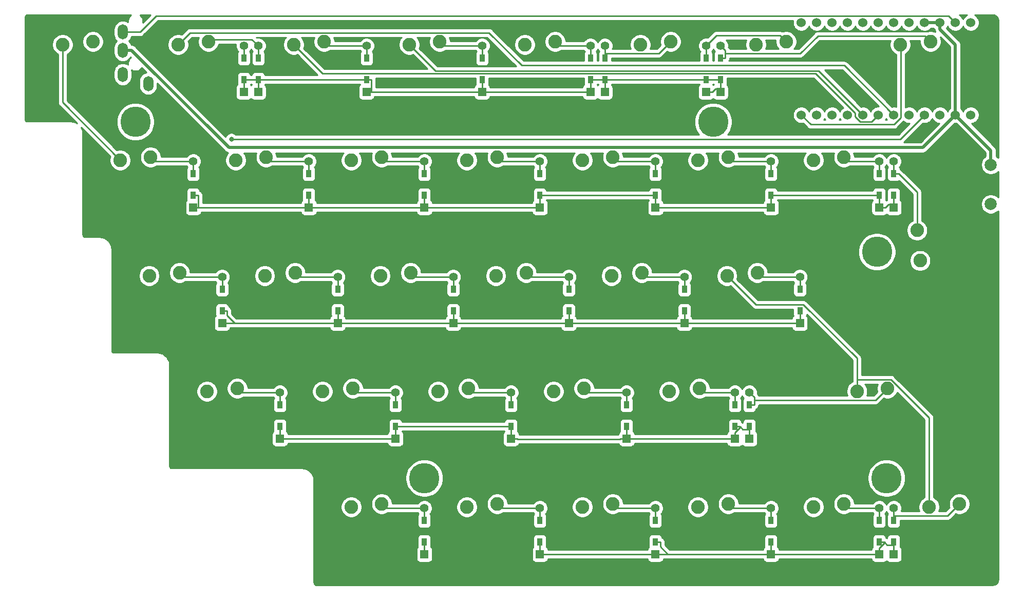
<source format=gbr>
G04 #@! TF.GenerationSoftware,KiCad,Pcbnew,(5.1.2-1)-1*
G04 #@! TF.CreationDate,2019-08-02T10:41:21+09:00*
G04 #@! TF.ProjectId,split-ask_right,73706c69-742d-4617-936b-5f7269676874,rev?*
G04 #@! TF.SameCoordinates,Original*
G04 #@! TF.FileFunction,Copper,L1,Top*
G04 #@! TF.FilePolarity,Positive*
%FSLAX46Y46*%
G04 Gerber Fmt 4.6, Leading zero omitted, Abs format (unit mm)*
G04 Created by KiCad (PCBNEW (5.1.2-1)-1) date 2019-08-02 10:41:21*
%MOMM*%
%LPD*%
G04 APERTURE LIST*
%ADD10C,5.000000*%
%ADD11C,2.250000*%
%ADD12R,0.950000X1.300000*%
%ADD13R,1.397000X1.397000*%
%ADD14C,1.397000*%
%ADD15O,1.700000X2.500000*%
%ADD16C,1.524000*%
%ADD17C,2.000000*%
%ADD18C,0.800000*%
%ADD19C,0.250000*%
%ADD20C,0.500000*%
%ADD21C,0.254000*%
G04 APERTURE END LIST*
D10*
X279400000Y-63500000D03*
X280988000Y-100806000D03*
X204788000Y-100806000D03*
X252412000Y-42068800D03*
X157162000Y-42068800D03*
D11*
X145138000Y-29337500D03*
X150138000Y-28837500D03*
X169188000Y-28837500D03*
X164188000Y-29337500D03*
X188238000Y-28837500D03*
X183238000Y-29337500D03*
X202288000Y-29337500D03*
X207288000Y-28837500D03*
X226338000Y-28837500D03*
X221338000Y-29337500D03*
X240388000Y-29337500D03*
X245388000Y-28837500D03*
X154662000Y-48387500D03*
X159662000Y-47887500D03*
X178712000Y-47887500D03*
X173712000Y-48387500D03*
X192762000Y-48387500D03*
X197762000Y-47887500D03*
X216812000Y-47887500D03*
X211812000Y-48387500D03*
X249912000Y-48387500D03*
X254912000Y-47887500D03*
X273962000Y-47887500D03*
X268962000Y-48387500D03*
X286512000Y-64955000D03*
X286012000Y-59955000D03*
X164425000Y-66937500D03*
X159425000Y-67437500D03*
X178475000Y-67437500D03*
X183475000Y-66937500D03*
X221575000Y-66937500D03*
X216575000Y-67437500D03*
X235625000Y-67437500D03*
X240625000Y-66937500D03*
X259675000Y-66937500D03*
X254675000Y-67437500D03*
X168950000Y-86487500D03*
X173950000Y-85987500D03*
X193000000Y-85987500D03*
X188000000Y-86487500D03*
X207050000Y-86487500D03*
X212050000Y-85987500D03*
X231100000Y-85987500D03*
X226100000Y-86487500D03*
D12*
X175022000Y-35112500D03*
D13*
X175022000Y-37147500D03*
D14*
X175022000Y-29527500D03*
D12*
X175022000Y-31562500D03*
X177403000Y-31562500D03*
D14*
X177403000Y-29527500D03*
D13*
X177403000Y-37147500D03*
D12*
X177403000Y-35112500D03*
X195262000Y-35112500D03*
D13*
X195262000Y-37147500D03*
D14*
X195262000Y-29527500D03*
D12*
X195262000Y-31562500D03*
X214312000Y-31562500D03*
D14*
X214312000Y-29527500D03*
D13*
X214312000Y-37147500D03*
D12*
X214312000Y-35112500D03*
X232172000Y-35112500D03*
D13*
X232172000Y-37147500D03*
D14*
X232172000Y-29527500D03*
D12*
X232172000Y-31562500D03*
X234553000Y-31562500D03*
D14*
X234553000Y-29527500D03*
D13*
X234553000Y-37147500D03*
D12*
X234553000Y-35112500D03*
X251222000Y-35112500D03*
D13*
X251222000Y-37147500D03*
D14*
X251222000Y-29527500D03*
D12*
X251222000Y-31562500D03*
X253603000Y-31562500D03*
D14*
X253603000Y-29527500D03*
D13*
X253603000Y-37147500D03*
D12*
X253603000Y-35112500D03*
X166688000Y-54162500D03*
D13*
X166688000Y-56197500D03*
D14*
X166688000Y-48577500D03*
D12*
X166688000Y-50612500D03*
X185738000Y-50612500D03*
D14*
X185738000Y-48577500D03*
D13*
X185738000Y-56197500D03*
D12*
X185738000Y-54162500D03*
X204788000Y-54162500D03*
D13*
X204788000Y-56197500D03*
D14*
X204788000Y-48577500D03*
D12*
X204788000Y-50612500D03*
X223838000Y-50612500D03*
D14*
X223838000Y-48577500D03*
D13*
X223838000Y-56197500D03*
D12*
X223838000Y-54162500D03*
X242888000Y-54162500D03*
D13*
X242888000Y-56197500D03*
D14*
X242888000Y-48577500D03*
D12*
X242888000Y-50612500D03*
X261938000Y-50612500D03*
D14*
X261938000Y-48577500D03*
D13*
X261938000Y-56197500D03*
D12*
X261938000Y-54162500D03*
X279797000Y-54162500D03*
D13*
X279797000Y-56197500D03*
D14*
X279797000Y-48577500D03*
D12*
X279797000Y-50612500D03*
X282178000Y-50612500D03*
D14*
X282178000Y-48577500D03*
D13*
X282178000Y-56197500D03*
D12*
X282178000Y-54162500D03*
X171450000Y-73212500D03*
D13*
X171450000Y-75247500D03*
D14*
X171450000Y-67627500D03*
D12*
X171450000Y-69662500D03*
X190500000Y-69662500D03*
D14*
X190500000Y-67627500D03*
D13*
X190500000Y-75247500D03*
D12*
X190500000Y-73212500D03*
X209550000Y-73212500D03*
D13*
X209550000Y-75247500D03*
D14*
X209550000Y-67627500D03*
D12*
X209550000Y-69662500D03*
X228600000Y-69662500D03*
D14*
X228600000Y-67627500D03*
D13*
X228600000Y-75247500D03*
D12*
X228600000Y-73212500D03*
X247650000Y-73212500D03*
D13*
X247650000Y-75247500D03*
D14*
X247650000Y-67627500D03*
D12*
X247650000Y-69662500D03*
X266700000Y-69662500D03*
D14*
X266700000Y-67627500D03*
D13*
X266700000Y-75247500D03*
D12*
X266700000Y-73212500D03*
X180975000Y-92262500D03*
D13*
X180975000Y-94297500D03*
D14*
X180975000Y-86677500D03*
D12*
X180975000Y-88712500D03*
X200025000Y-88712500D03*
D14*
X200025000Y-86677500D03*
D13*
X200025000Y-94297500D03*
D12*
X200025000Y-92262500D03*
X219075000Y-92262500D03*
D13*
X219075000Y-94297500D03*
D14*
X219075000Y-86677500D03*
D12*
X219075000Y-88712500D03*
X238125000Y-88712500D03*
D14*
X238125000Y-86677500D03*
D13*
X238125000Y-94297500D03*
D12*
X238125000Y-92262500D03*
X255984000Y-92262500D03*
D13*
X255984000Y-94297500D03*
D14*
X255984000Y-86677500D03*
D12*
X255984000Y-88712500D03*
X258366000Y-88712500D03*
D14*
X258366000Y-86677500D03*
D13*
X258366000Y-94297500D03*
D12*
X258366000Y-92262500D03*
D15*
X155062000Y-27260000D03*
X155062000Y-30260000D03*
X155062000Y-34260000D03*
X159262000Y-35760000D03*
D12*
X204788000Y-111313000D03*
D13*
X204788000Y-113348000D03*
D14*
X204788000Y-105728000D03*
D12*
X204788000Y-107763000D03*
X223838000Y-107763000D03*
D14*
X223838000Y-105728000D03*
D13*
X223838000Y-113348000D03*
D12*
X223838000Y-111313000D03*
X242888000Y-111313000D03*
D13*
X242888000Y-113348000D03*
D14*
X242888000Y-105728000D03*
D12*
X242888000Y-107763000D03*
X261938000Y-107763000D03*
D14*
X261938000Y-105728000D03*
D13*
X261938000Y-113348000D03*
D12*
X261938000Y-111313000D03*
X279797000Y-111313000D03*
D13*
X279797000Y-113348000D03*
D14*
X279797000Y-105728000D03*
D12*
X279797000Y-107763000D03*
X282178000Y-107763000D03*
D14*
X282178000Y-105728000D03*
D13*
X282178000Y-113348000D03*
D12*
X282178000Y-111313000D03*
D11*
X259438000Y-29337500D03*
X264438000Y-28837500D03*
X288250000Y-28837500D03*
X283250000Y-29337500D03*
X235862000Y-47887500D03*
X230862000Y-48387500D03*
X197525000Y-67437500D03*
X202525000Y-66937500D03*
X250150000Y-85987500D03*
X245150000Y-86487500D03*
X281106000Y-85987500D03*
X276106000Y-86487500D03*
X197762000Y-105038000D03*
X192762000Y-105538000D03*
X211812000Y-105538000D03*
X216812000Y-105038000D03*
X235862000Y-105038000D03*
X230862000Y-105538000D03*
X249912000Y-105538000D03*
X254912000Y-105038000D03*
X273962000Y-105038000D03*
X268962000Y-105538000D03*
X288012000Y-105538000D03*
X293012000Y-105038000D03*
D16*
X294868000Y-25726100D03*
X292328000Y-25726100D03*
X289788000Y-25726100D03*
X287248000Y-25726100D03*
X284708000Y-25726100D03*
X282168000Y-25726100D03*
X279628000Y-25726100D03*
X277088000Y-25726100D03*
X274548000Y-25726100D03*
X272008000Y-25726100D03*
X269468000Y-25726100D03*
X266928000Y-25726100D03*
X266928000Y-40946100D03*
X269468000Y-40946100D03*
X272008000Y-40946100D03*
X274548000Y-40946100D03*
X277088000Y-40946100D03*
X279628000Y-40946100D03*
X282168000Y-40946100D03*
X284708000Y-40946100D03*
X287248000Y-40946100D03*
X289788000Y-40946100D03*
X292328000Y-40946100D03*
X294868000Y-40946100D03*
D17*
X298180000Y-55637500D03*
X298180000Y-49137500D03*
D18*
X172977100Y-44908700D03*
D19*
X175022000Y-31562500D02*
X175022000Y-29527500D01*
X253603000Y-35112500D02*
X252022300Y-35112500D01*
X251222000Y-35112500D02*
X252022300Y-35112500D01*
X253603000Y-35112500D02*
X253603000Y-36123700D01*
X251222000Y-35112500D02*
X234553000Y-35112500D01*
X234553000Y-35112500D02*
X234553000Y-36123700D01*
X234553000Y-35112500D02*
X232172000Y-35112500D01*
X232172000Y-35112500D02*
X232172000Y-37147500D01*
X234553000Y-37147500D02*
X234553000Y-36123700D01*
X177403000Y-35112500D02*
X177403000Y-36123700D01*
X177403000Y-35112500D02*
X175022000Y-35112500D01*
X175022000Y-35112500D02*
X175022000Y-37147500D01*
X177403000Y-37147500D02*
X177403000Y-36123700D01*
X251222000Y-37147500D02*
X252245800Y-37147500D01*
X253603000Y-36635600D02*
X252757700Y-36635600D01*
X252757700Y-36635600D02*
X252245800Y-37147500D01*
X253603000Y-36635600D02*
X253603000Y-36123700D01*
X253603000Y-37147500D02*
X253603000Y-36635600D01*
X196062300Y-37147500D02*
X195262000Y-37147500D01*
X214312000Y-37147500D02*
X196062300Y-37147500D01*
X196062300Y-37147500D02*
X196062300Y-35112500D01*
X195262000Y-35112500D02*
X177403000Y-35112500D01*
X195662200Y-35112500D02*
X195262000Y-35112500D01*
X195662200Y-35112500D02*
X196062300Y-35112500D01*
X231148200Y-37147500D02*
X214312000Y-37147500D01*
X232172000Y-37147500D02*
X231148200Y-37147500D01*
X214312000Y-35112500D02*
X214312000Y-37147500D01*
X177403000Y-29527500D02*
X176351000Y-28475500D01*
X176351000Y-28475500D02*
X169550000Y-28475500D01*
X169550000Y-28475500D02*
X169188000Y-28837500D01*
X177403000Y-29527500D02*
X177403000Y-31562500D01*
X195262000Y-29527500D02*
X188928000Y-29527500D01*
X188928000Y-29527500D02*
X188238000Y-28837500D01*
X195262000Y-31562500D02*
X195262000Y-29527500D01*
X214312000Y-29527500D02*
X207978000Y-29527500D01*
X207978000Y-29527500D02*
X207288000Y-28837500D01*
X214312000Y-29527500D02*
X214312000Y-31562500D01*
X232172000Y-29527500D02*
X227028000Y-29527500D01*
X227028000Y-29527500D02*
X226338000Y-28837500D01*
X232172000Y-31562500D02*
X232172000Y-29527500D01*
X234553000Y-30791700D02*
X234553000Y-31562500D01*
X234553000Y-29527500D02*
X234553000Y-30791700D01*
X234553000Y-30791700D02*
X243433800Y-30791700D01*
X243433800Y-30791700D02*
X245388000Y-28837500D01*
X205299900Y-56197500D02*
X204788000Y-55685600D01*
X204788000Y-55685600D02*
X204788000Y-54162500D01*
X205299900Y-56197500D02*
X205811800Y-56197500D01*
X204788000Y-56197500D02*
X205299900Y-56197500D01*
X223838000Y-56197500D02*
X205811800Y-56197500D01*
X223838000Y-54162500D02*
X223838000Y-56197500D01*
X242888000Y-54162500D02*
X224638300Y-54162500D01*
X223838000Y-54162500D02*
X224638300Y-54162500D01*
X242888000Y-56197500D02*
X242888000Y-54162500D01*
X279396900Y-54162500D02*
X279797000Y-54562600D01*
X279797000Y-54562600D02*
X279797000Y-56197500D01*
X279396900Y-54162500D02*
X278996700Y-54162500D01*
X279797000Y-54162500D02*
X279396900Y-54162500D01*
X279797000Y-56197500D02*
X280820800Y-56197500D01*
X282178000Y-55685600D02*
X281332700Y-55685600D01*
X281332700Y-55685600D02*
X280820800Y-56197500D01*
X282178000Y-55685600D02*
X282178000Y-55173700D01*
X282178000Y-56197500D02*
X282178000Y-55685600D01*
X282178000Y-54162500D02*
X282178000Y-55173700D01*
X167488300Y-56197500D02*
X166688000Y-56197500D01*
X185738000Y-56197500D02*
X167488300Y-56197500D01*
X167488300Y-56197500D02*
X167488300Y-54162500D01*
X261938000Y-54162500D02*
X262738300Y-54162500D01*
X278996700Y-54162500D02*
X262738300Y-54162500D01*
X166688000Y-54162500D02*
X167488300Y-54162500D01*
X203764200Y-56197500D02*
X185738000Y-56197500D01*
X204788000Y-56197500D02*
X203764200Y-56197500D01*
X185738000Y-54162500D02*
X185738000Y-56197500D01*
X261938000Y-56197500D02*
X243911800Y-56197500D01*
X242888000Y-56197500D02*
X243911800Y-56197500D01*
X261938000Y-54162500D02*
X261938000Y-56197500D01*
X251222000Y-29527500D02*
X252919000Y-27830500D01*
X252919000Y-27830500D02*
X263431000Y-27830500D01*
X263431000Y-27830500D02*
X264438000Y-28837500D01*
X251222000Y-29527500D02*
X251222000Y-31562500D01*
X253603000Y-31562500D02*
X254403300Y-31562500D01*
X254408700Y-30794200D02*
X254408700Y-30333200D01*
X254408700Y-30333200D02*
X253603000Y-29527500D01*
X254403300Y-31562500D02*
X254403300Y-30799600D01*
X254403300Y-30799600D02*
X254408700Y-30794200D01*
X288250000Y-28837500D02*
X287297200Y-27884700D01*
X287297200Y-27884700D02*
X269679800Y-27884700D01*
X269679800Y-27884700D02*
X266770300Y-30794200D01*
X266770300Y-30794200D02*
X254408700Y-30794200D01*
X166688000Y-48577500D02*
X160352000Y-48577500D01*
X160352000Y-48577500D02*
X159662000Y-47887500D01*
X166688000Y-50612500D02*
X166688000Y-48577500D01*
X185738000Y-48577500D02*
X179402000Y-48577500D01*
X179402000Y-48577500D02*
X178712000Y-47887500D01*
X185738000Y-50612500D02*
X185738000Y-48577500D01*
X204788000Y-48577500D02*
X198452000Y-48577500D01*
X198452000Y-48577500D02*
X197762000Y-47887500D01*
X204788000Y-50612500D02*
X204788000Y-48577500D01*
X223838000Y-48577500D02*
X217502000Y-48577500D01*
X217502000Y-48577500D02*
X216812000Y-47887500D01*
X223838000Y-50612500D02*
X223838000Y-48577500D01*
X171450000Y-73212500D02*
X172250300Y-73212500D01*
X173485000Y-75247500D02*
X172250300Y-74012800D01*
X172250300Y-74012800D02*
X172250300Y-73212500D01*
X173485000Y-75247500D02*
X171450000Y-75247500D01*
X190500000Y-75247500D02*
X173485000Y-75247500D01*
X208526200Y-75247500D02*
X190500000Y-75247500D01*
X247138100Y-75247500D02*
X229623800Y-75247500D01*
X247650000Y-73212500D02*
X247650000Y-74735600D01*
X247650000Y-74735600D02*
X247138100Y-75247500D01*
X228600000Y-75247500D02*
X229623800Y-75247500D01*
X210061900Y-75247500D02*
X209550000Y-74735600D01*
X209550000Y-74735600D02*
X209550000Y-73212500D01*
X210061900Y-75247500D02*
X210573800Y-75247500D01*
X209550000Y-75247500D02*
X210061900Y-75247500D01*
X228600000Y-75247500D02*
X210573800Y-75247500D01*
X247650000Y-75247500D02*
X247138100Y-75247500D01*
X209550000Y-75247500D02*
X208526200Y-75247500D01*
X190500000Y-73212500D02*
X190500000Y-75247500D01*
X228600000Y-73212500D02*
X228600000Y-75247500D01*
X266700000Y-75247500D02*
X248673800Y-75247500D01*
X247650000Y-75247500D02*
X248673800Y-75247500D01*
X266700000Y-73212500D02*
X266700000Y-75247500D01*
X242888000Y-48577500D02*
X236552000Y-48577500D01*
X236552000Y-48577500D02*
X235862000Y-47887500D01*
X242888000Y-50612500D02*
X242888000Y-48577500D01*
X261938000Y-48577500D02*
X255602000Y-48577500D01*
X255602000Y-48577500D02*
X254912000Y-47887500D01*
X261938000Y-50612500D02*
X261938000Y-48577500D01*
X279797000Y-50612500D02*
X279797000Y-48577500D01*
X279797000Y-48577500D02*
X274652000Y-48577500D01*
X274652000Y-48577500D02*
X273962000Y-47887500D01*
X282178000Y-48577500D02*
X282178000Y-50612500D01*
X282978300Y-50612500D02*
X286012000Y-53646200D01*
X286012000Y-53646200D02*
X286012000Y-59955000D01*
X282178000Y-50612500D02*
X282978300Y-50612500D01*
X171450000Y-67627500D02*
X165115000Y-67627500D01*
X165115000Y-67627500D02*
X164425000Y-66937500D01*
X171450000Y-69662500D02*
X171450000Y-67627500D01*
X190500000Y-67627500D02*
X184165000Y-67627500D01*
X184165000Y-67627500D02*
X183475000Y-66937500D01*
X190500000Y-67627500D02*
X190500000Y-69662500D01*
X238125000Y-94297500D02*
X237101200Y-94297500D01*
X220098800Y-94297500D02*
X220146600Y-94345300D01*
X220146600Y-94345300D02*
X237053400Y-94345300D01*
X237053400Y-94345300D02*
X237101200Y-94297500D01*
X219075000Y-92262500D02*
X200825300Y-92262500D01*
X200025000Y-92262500D02*
X200825300Y-92262500D01*
X219075000Y-92262500D02*
X219075000Y-93273700D01*
X200025000Y-92262500D02*
X200025000Y-93273700D01*
X200025000Y-94297500D02*
X200025000Y-93273700D01*
X219075000Y-94297500D02*
X219075000Y-93273700D01*
X254960200Y-94297500D02*
X238125000Y-94297500D01*
X219075000Y-94297500D02*
X220098800Y-94297500D01*
X200025000Y-94297500D02*
X181998800Y-94297500D01*
X180975000Y-94297500D02*
X181998800Y-94297500D01*
X256889800Y-92367900D02*
X256784300Y-92262500D01*
X258366000Y-92750100D02*
X257271900Y-92750100D01*
X257271900Y-92750100D02*
X256889800Y-92367900D01*
X256889800Y-92367900D02*
X255984000Y-93273700D01*
X255984000Y-94297500D02*
X255984000Y-93273700D01*
X258366000Y-94297500D02*
X258366000Y-93237800D01*
X255984000Y-92262500D02*
X256784300Y-92262500D01*
X258366000Y-92750100D02*
X258366000Y-93237800D01*
X258366000Y-92262500D02*
X258366000Y-92750100D01*
X180975000Y-94297500D02*
X180975000Y-92262500D01*
X255984000Y-94297500D02*
X254960200Y-94297500D01*
X238125000Y-92262500D02*
X238125000Y-94297500D01*
X209550000Y-67627500D02*
X203215000Y-67627500D01*
X203215000Y-67627500D02*
X202525000Y-66937500D01*
X209550000Y-69662500D02*
X209550000Y-67627500D01*
X228600000Y-67627500D02*
X222265000Y-67627500D01*
X222265000Y-67627500D02*
X221575000Y-66937500D01*
X228600000Y-67627500D02*
X228600000Y-69662500D01*
X247650000Y-67627500D02*
X241315000Y-67627500D01*
X241315000Y-67627500D02*
X240625000Y-66937500D01*
X247650000Y-69662500D02*
X247650000Y-67627500D01*
X266700000Y-67627500D02*
X260365000Y-67627500D01*
X260365000Y-67627500D02*
X259675000Y-66937500D01*
X266700000Y-67627500D02*
X266700000Y-69662500D01*
X180975000Y-86677500D02*
X174640000Y-86677500D01*
X174640000Y-86677500D02*
X173950000Y-85987500D01*
X180975000Y-88712500D02*
X180975000Y-86677500D01*
X200025000Y-86677500D02*
X193690000Y-86677500D01*
X193690000Y-86677500D02*
X193000000Y-85987500D01*
X200025000Y-86677500D02*
X200025000Y-88712500D01*
X242888000Y-111313000D02*
X243688300Y-111313000D01*
X244923000Y-113348000D02*
X243688300Y-112113300D01*
X243688300Y-112113300D02*
X243688300Y-111313000D01*
X244923000Y-113348000D02*
X242888000Y-113348000D01*
X261938000Y-113348000D02*
X244923000Y-113348000D01*
X278773200Y-113348000D02*
X261938000Y-113348000D01*
X280702800Y-111418400D02*
X280597300Y-111313000D01*
X282178000Y-111800600D02*
X281084900Y-111800600D01*
X281084900Y-111800600D02*
X280702800Y-111418400D01*
X280702800Y-111418400D02*
X279797000Y-112324200D01*
X279797000Y-113348000D02*
X279797000Y-112324200D01*
X204788000Y-113348000D02*
X204788000Y-111313000D01*
X282178000Y-113348000D02*
X282178000Y-112288300D01*
X279797000Y-111313000D02*
X280597300Y-111313000D01*
X282178000Y-111800600D02*
X282178000Y-112288300D01*
X282178000Y-111313000D02*
X282178000Y-111800600D01*
X241864200Y-113348000D02*
X223838000Y-113348000D01*
X242888000Y-113348000D02*
X241864200Y-113348000D01*
X223838000Y-111313000D02*
X223838000Y-113348000D01*
X279797000Y-113348000D02*
X278773200Y-113348000D01*
X261938000Y-111313000D02*
X261938000Y-113348000D01*
X219075000Y-86677500D02*
X212740000Y-86677500D01*
X212740000Y-86677500D02*
X212050000Y-85987500D01*
X219075000Y-88712500D02*
X219075000Y-86677500D01*
X238125000Y-86677500D02*
X231790000Y-86677500D01*
X231790000Y-86677500D02*
X231100000Y-85987500D01*
X238125000Y-86677500D02*
X238125000Y-88712500D01*
X255984000Y-86677500D02*
X250840000Y-86677500D01*
X250840000Y-86677500D02*
X250150000Y-85987500D01*
X255984000Y-88712500D02*
X255984000Y-86677500D01*
X258366000Y-88712500D02*
X259166300Y-88712500D01*
X259171700Y-87944200D02*
X259171700Y-87483200D01*
X259171700Y-87483200D02*
X258366000Y-86677500D01*
X259166300Y-88712500D02*
X259166300Y-87949600D01*
X259166300Y-87949600D02*
X259171700Y-87944200D01*
X281106000Y-85987500D02*
X279149300Y-87944200D01*
X279149300Y-87944200D02*
X259171700Y-87944200D01*
X287248000Y-40946100D02*
X283285400Y-44908700D01*
X283285400Y-44908700D02*
X172977100Y-44908700D01*
X292328000Y-25726100D02*
X291194000Y-24592100D01*
X291194000Y-24592100D02*
X160579100Y-24592100D01*
X160579100Y-24592100D02*
X157911200Y-27260000D01*
X157911200Y-27260000D02*
X155062000Y-27260000D01*
D20*
X292328000Y-40946100D02*
X286962000Y-46312500D01*
X286962000Y-46312500D02*
X172569000Y-46312500D01*
X172569000Y-46312500D02*
X156516000Y-30260000D01*
X156516000Y-30260000D02*
X155062000Y-30260000D01*
X292328000Y-40946100D02*
X298180000Y-46798100D01*
X298180000Y-46798100D02*
X298180000Y-49137500D01*
X289788000Y-25726100D02*
X289788000Y-26803700D01*
X289788000Y-26803700D02*
X292328000Y-29343700D01*
X292328000Y-29343700D02*
X292328000Y-40946100D01*
X287248000Y-25726100D02*
X289788000Y-25726100D01*
D19*
X154662000Y-48387500D02*
X145138000Y-38863500D01*
X145138000Y-38863500D02*
X145138000Y-29337500D01*
X282168000Y-40946100D02*
X274007900Y-32786000D01*
X274007900Y-32786000D02*
X220857500Y-32786000D01*
X220857500Y-32786000D02*
X215449500Y-27378000D01*
X215449500Y-27378000D02*
X166147500Y-27378000D01*
X166147500Y-27378000D02*
X164188000Y-29337500D01*
X279628000Y-40946100D02*
X278529700Y-42044400D01*
X278529700Y-42044400D02*
X276624300Y-42044400D01*
X276624300Y-42044400D02*
X275818000Y-41238100D01*
X275818000Y-41238100D02*
X275818000Y-40659900D01*
X275818000Y-40659900D02*
X269295200Y-34137100D01*
X269295200Y-34137100D02*
X188037600Y-34137100D01*
X188037600Y-34137100D02*
X183238000Y-29337500D01*
X202288000Y-29337500D02*
X206637200Y-33686700D01*
X206637200Y-33686700D02*
X269828600Y-33686700D01*
X269828600Y-33686700D02*
X277088000Y-40946100D01*
X276106000Y-84526200D02*
X276106000Y-86487500D01*
X254675000Y-67437500D02*
X259447800Y-72210300D01*
X259447800Y-72210300D02*
X267286400Y-72210300D01*
X267286400Y-72210300D02*
X276106000Y-81029900D01*
X276106000Y-81029900D02*
X276106000Y-84526200D01*
X276106000Y-84526200D02*
X281704300Y-84526200D01*
X281704300Y-84526200D02*
X288012000Y-90833900D01*
X288012000Y-90833900D02*
X288012000Y-105538000D01*
X204788000Y-105728000D02*
X198452000Y-105728000D01*
X198452000Y-105728000D02*
X197762000Y-105038000D01*
X204788000Y-107763000D02*
X204788000Y-105728000D01*
X223838000Y-105728000D02*
X217502000Y-105728000D01*
X217502000Y-105728000D02*
X216812000Y-105038000D01*
X223838000Y-105728000D02*
X223838000Y-107763000D01*
X242888000Y-105728000D02*
X236552000Y-105728000D01*
X236552000Y-105728000D02*
X235862000Y-105038000D01*
X242888000Y-107763000D02*
X242888000Y-105728000D01*
X261938000Y-105728000D02*
X255602000Y-105728000D01*
X255602000Y-105728000D02*
X254912000Y-105038000D01*
X261938000Y-105728000D02*
X261938000Y-107763000D01*
X279797000Y-105728000D02*
X274652000Y-105728000D01*
X274652000Y-105728000D02*
X273962000Y-105038000D01*
X279797000Y-107763000D02*
X279797000Y-105728000D01*
X282178000Y-106995700D02*
X282178000Y-107763000D01*
X282178000Y-105728000D02*
X282178000Y-106995700D01*
X282178000Y-106995700D02*
X291054300Y-106995700D01*
X291054300Y-106995700D02*
X293012000Y-105038000D01*
X283250000Y-29337500D02*
X283344000Y-29431500D01*
X283344000Y-29431500D02*
X283344000Y-41377500D01*
X283344000Y-41377500D02*
X282216300Y-42505200D01*
X282216300Y-42505200D02*
X268487100Y-42505200D01*
X268487100Y-42505200D02*
X266928000Y-40946100D01*
D21*
G36*
X156374733Y-24500713D02*
G01*
X156202713Y-24672733D01*
X156067557Y-24875008D01*
X155974460Y-25099764D01*
X155927000Y-25338363D01*
X155927000Y-25581637D01*
X155942972Y-25661935D01*
X155891014Y-25619294D01*
X155633034Y-25481401D01*
X155353111Y-25396487D01*
X155062000Y-25367815D01*
X154770890Y-25396487D01*
X154490967Y-25481401D01*
X154232987Y-25619294D01*
X154006866Y-25804866D01*
X153821294Y-26030986D01*
X153683401Y-26288966D01*
X153598487Y-26568889D01*
X153577000Y-26787050D01*
X153577000Y-27732949D01*
X153598487Y-27951110D01*
X153683401Y-28231033D01*
X153821294Y-28489013D01*
X154006866Y-28715134D01*
X154061535Y-28760000D01*
X154006866Y-28804866D01*
X153821294Y-29030986D01*
X153683401Y-29288966D01*
X153598487Y-29568889D01*
X153577000Y-29787050D01*
X153577000Y-30732949D01*
X153598487Y-30951110D01*
X153683401Y-31231033D01*
X153821294Y-31489013D01*
X154006866Y-31715134D01*
X154232986Y-31900706D01*
X154490966Y-32038599D01*
X154770889Y-32123513D01*
X155062000Y-32152185D01*
X155353110Y-32123513D01*
X155633033Y-32038599D01*
X155891013Y-31900706D01*
X156117134Y-31715134D01*
X156302706Y-31489014D01*
X156369147Y-31364711D01*
X156452914Y-31448474D01*
X156374733Y-31500713D01*
X156202713Y-31672733D01*
X156067557Y-31875008D01*
X155974460Y-32099764D01*
X155927000Y-32338363D01*
X155927000Y-32581637D01*
X155942972Y-32661935D01*
X155891014Y-32619294D01*
X155633034Y-32481401D01*
X155353111Y-32396487D01*
X155062000Y-32367815D01*
X154770890Y-32396487D01*
X154490967Y-32481401D01*
X154232987Y-32619294D01*
X154006866Y-32804866D01*
X153821294Y-33030986D01*
X153683401Y-33288966D01*
X153598487Y-33568889D01*
X153577000Y-33787050D01*
X153577000Y-34732949D01*
X153598487Y-34951110D01*
X153683401Y-35231033D01*
X153821294Y-35489013D01*
X154006866Y-35715134D01*
X154232986Y-35900706D01*
X154490966Y-36038599D01*
X154770889Y-36123513D01*
X155062000Y-36152185D01*
X155353110Y-36123513D01*
X155633033Y-36038599D01*
X155891013Y-35900706D01*
X156117134Y-35715134D01*
X156302706Y-35489014D01*
X156440599Y-35231034D01*
X156525513Y-34951111D01*
X156547000Y-34732950D01*
X156547000Y-33787051D01*
X156525513Y-33568889D01*
X156506926Y-33507616D01*
X156577008Y-33554443D01*
X156801764Y-33647540D01*
X157040363Y-33695000D01*
X157283637Y-33695000D01*
X157522236Y-33647540D01*
X157746992Y-33554443D01*
X157949267Y-33419287D01*
X158121287Y-33247267D01*
X158173547Y-33169054D01*
X158917269Y-33912753D01*
X158690967Y-33981401D01*
X158432987Y-34119294D01*
X158206866Y-34304866D01*
X158021294Y-34530986D01*
X157883401Y-34788966D01*
X157798487Y-35068889D01*
X157777000Y-35287050D01*
X157777000Y-36232949D01*
X157798487Y-36451110D01*
X157883401Y-36731033D01*
X158021294Y-36989013D01*
X158206866Y-37215134D01*
X158432986Y-37400706D01*
X158690966Y-37538599D01*
X158970889Y-37623513D01*
X159262000Y-37652185D01*
X159553110Y-37623513D01*
X159833033Y-37538599D01*
X160091013Y-37400706D01*
X160317134Y-37215134D01*
X160502706Y-36989014D01*
X160640599Y-36731034D01*
X160725513Y-36451111D01*
X160747000Y-36232950D01*
X160747000Y-35742427D01*
X171912475Y-46907555D01*
X171940183Y-46941317D01*
X171973956Y-46969034D01*
X171973963Y-46969041D01*
X172012055Y-47000301D01*
X172074941Y-47051911D01*
X172074948Y-47051915D01*
X172074952Y-47051918D01*
X172142920Y-47088246D01*
X172228687Y-47134089D01*
X172228693Y-47134091D01*
X172228699Y-47134094D01*
X172297370Y-47154924D01*
X172395510Y-47184695D01*
X172395519Y-47184696D01*
X172395523Y-47184697D01*
X172423074Y-47187410D01*
X172344919Y-47265565D01*
X172152308Y-47553827D01*
X172019636Y-47874127D01*
X171952000Y-48214155D01*
X171952000Y-48560845D01*
X172019636Y-48900873D01*
X172152308Y-49221173D01*
X172344919Y-49509435D01*
X172590065Y-49754581D01*
X172878327Y-49947192D01*
X173198627Y-50079864D01*
X173538655Y-50147500D01*
X173885345Y-50147500D01*
X174225373Y-50079864D01*
X174545673Y-49947192D01*
X174833935Y-49754581D01*
X175079081Y-49509435D01*
X175271692Y-49221173D01*
X175404364Y-48900873D01*
X175472000Y-48560845D01*
X175472000Y-48214155D01*
X175404364Y-47874127D01*
X175271692Y-47553827D01*
X175079081Y-47265565D01*
X175011016Y-47197500D01*
X177092797Y-47197500D01*
X177019636Y-47374127D01*
X176952000Y-47714155D01*
X176952000Y-48060845D01*
X177019636Y-48400873D01*
X177152308Y-48721173D01*
X177344919Y-49009435D01*
X177590065Y-49254581D01*
X177878327Y-49447192D01*
X178198627Y-49579864D01*
X178538655Y-49647500D01*
X178885345Y-49647500D01*
X179225373Y-49579864D01*
X179545673Y-49447192D01*
X179709838Y-49337500D01*
X184642029Y-49337500D01*
X184702203Y-49427557D01*
X184800161Y-49525515D01*
X184732463Y-49608006D01*
X184673498Y-49718320D01*
X184637188Y-49838018D01*
X184624928Y-49962500D01*
X184624928Y-51262500D01*
X184637188Y-51386982D01*
X184673498Y-51506680D01*
X184732463Y-51616994D01*
X184811815Y-51713685D01*
X184908506Y-51793037D01*
X185018820Y-51852002D01*
X185138518Y-51888312D01*
X185263000Y-51900572D01*
X186213000Y-51900572D01*
X186337482Y-51888312D01*
X186457180Y-51852002D01*
X186567494Y-51793037D01*
X186664185Y-51713685D01*
X186743537Y-51616994D01*
X186802502Y-51506680D01*
X186838812Y-51386982D01*
X186851072Y-51262500D01*
X186851072Y-49962500D01*
X186838812Y-49838018D01*
X186802502Y-49718320D01*
X186743537Y-49608006D01*
X186675839Y-49525515D01*
X186773797Y-49427557D01*
X186919732Y-49209149D01*
X187020254Y-48966468D01*
X187071500Y-48708838D01*
X187071500Y-48446162D01*
X187020254Y-48188532D01*
X186919732Y-47945851D01*
X186773797Y-47727443D01*
X186588057Y-47541703D01*
X186369649Y-47395768D01*
X186126968Y-47295246D01*
X185869338Y-47244000D01*
X185606662Y-47244000D01*
X185349032Y-47295246D01*
X185106351Y-47395768D01*
X184887943Y-47541703D01*
X184702203Y-47727443D01*
X184642029Y-47817500D01*
X180472000Y-47817500D01*
X180472000Y-47714155D01*
X180404364Y-47374127D01*
X180331203Y-47197500D01*
X191462984Y-47197500D01*
X191394919Y-47265565D01*
X191202308Y-47553827D01*
X191069636Y-47874127D01*
X191002000Y-48214155D01*
X191002000Y-48560845D01*
X191069636Y-48900873D01*
X191202308Y-49221173D01*
X191394919Y-49509435D01*
X191640065Y-49754581D01*
X191928327Y-49947192D01*
X192248627Y-50079864D01*
X192588655Y-50147500D01*
X192935345Y-50147500D01*
X193275373Y-50079864D01*
X193595673Y-49947192D01*
X193883935Y-49754581D01*
X194129081Y-49509435D01*
X194321692Y-49221173D01*
X194454364Y-48900873D01*
X194522000Y-48560845D01*
X194522000Y-48214155D01*
X194454364Y-47874127D01*
X194321692Y-47553827D01*
X194129081Y-47265565D01*
X194061016Y-47197500D01*
X196142797Y-47197500D01*
X196069636Y-47374127D01*
X196002000Y-47714155D01*
X196002000Y-48060845D01*
X196069636Y-48400873D01*
X196202308Y-48721173D01*
X196394919Y-49009435D01*
X196640065Y-49254581D01*
X196928327Y-49447192D01*
X197248627Y-49579864D01*
X197588655Y-49647500D01*
X197935345Y-49647500D01*
X198275373Y-49579864D01*
X198595673Y-49447192D01*
X198759838Y-49337500D01*
X203692029Y-49337500D01*
X203752203Y-49427557D01*
X203850161Y-49525515D01*
X203782463Y-49608006D01*
X203723498Y-49718320D01*
X203687188Y-49838018D01*
X203674928Y-49962500D01*
X203674928Y-51262500D01*
X203687188Y-51386982D01*
X203723498Y-51506680D01*
X203782463Y-51616994D01*
X203861815Y-51713685D01*
X203958506Y-51793037D01*
X204068820Y-51852002D01*
X204188518Y-51888312D01*
X204313000Y-51900572D01*
X205263000Y-51900572D01*
X205387482Y-51888312D01*
X205507180Y-51852002D01*
X205617494Y-51793037D01*
X205714185Y-51713685D01*
X205793537Y-51616994D01*
X205852502Y-51506680D01*
X205888812Y-51386982D01*
X205901072Y-51262500D01*
X205901072Y-49962500D01*
X205888812Y-49838018D01*
X205852502Y-49718320D01*
X205793537Y-49608006D01*
X205725839Y-49525515D01*
X205823797Y-49427557D01*
X205969732Y-49209149D01*
X206070254Y-48966468D01*
X206121500Y-48708838D01*
X206121500Y-48446162D01*
X206070254Y-48188532D01*
X205969732Y-47945851D01*
X205823797Y-47727443D01*
X205638057Y-47541703D01*
X205419649Y-47395768D01*
X205176968Y-47295246D01*
X204919338Y-47244000D01*
X204656662Y-47244000D01*
X204399032Y-47295246D01*
X204156351Y-47395768D01*
X203937943Y-47541703D01*
X203752203Y-47727443D01*
X203692029Y-47817500D01*
X199522000Y-47817500D01*
X199522000Y-47714155D01*
X199454364Y-47374127D01*
X199381203Y-47197500D01*
X210512984Y-47197500D01*
X210444919Y-47265565D01*
X210252308Y-47553827D01*
X210119636Y-47874127D01*
X210052000Y-48214155D01*
X210052000Y-48560845D01*
X210119636Y-48900873D01*
X210252308Y-49221173D01*
X210444919Y-49509435D01*
X210690065Y-49754581D01*
X210978327Y-49947192D01*
X211298627Y-50079864D01*
X211638655Y-50147500D01*
X211985345Y-50147500D01*
X212325373Y-50079864D01*
X212645673Y-49947192D01*
X212933935Y-49754581D01*
X213179081Y-49509435D01*
X213371692Y-49221173D01*
X213504364Y-48900873D01*
X213572000Y-48560845D01*
X213572000Y-48214155D01*
X213504364Y-47874127D01*
X213371692Y-47553827D01*
X213179081Y-47265565D01*
X213111016Y-47197500D01*
X215192797Y-47197500D01*
X215119636Y-47374127D01*
X215052000Y-47714155D01*
X215052000Y-48060845D01*
X215119636Y-48400873D01*
X215252308Y-48721173D01*
X215444919Y-49009435D01*
X215690065Y-49254581D01*
X215978327Y-49447192D01*
X216298627Y-49579864D01*
X216638655Y-49647500D01*
X216985345Y-49647500D01*
X217325373Y-49579864D01*
X217645673Y-49447192D01*
X217809838Y-49337500D01*
X222742029Y-49337500D01*
X222802203Y-49427557D01*
X222900161Y-49525515D01*
X222832463Y-49608006D01*
X222773498Y-49718320D01*
X222737188Y-49838018D01*
X222724928Y-49962500D01*
X222724928Y-51262500D01*
X222737188Y-51386982D01*
X222773498Y-51506680D01*
X222832463Y-51616994D01*
X222911815Y-51713685D01*
X223008506Y-51793037D01*
X223118820Y-51852002D01*
X223238518Y-51888312D01*
X223363000Y-51900572D01*
X224313000Y-51900572D01*
X224437482Y-51888312D01*
X224557180Y-51852002D01*
X224667494Y-51793037D01*
X224764185Y-51713685D01*
X224843537Y-51616994D01*
X224902502Y-51506680D01*
X224938812Y-51386982D01*
X224951072Y-51262500D01*
X224951072Y-49962500D01*
X224938812Y-49838018D01*
X224902502Y-49718320D01*
X224843537Y-49608006D01*
X224775839Y-49525515D01*
X224873797Y-49427557D01*
X225019732Y-49209149D01*
X225120254Y-48966468D01*
X225171500Y-48708838D01*
X225171500Y-48446162D01*
X225120254Y-48188532D01*
X225019732Y-47945851D01*
X224873797Y-47727443D01*
X224688057Y-47541703D01*
X224469649Y-47395768D01*
X224226968Y-47295246D01*
X223969338Y-47244000D01*
X223706662Y-47244000D01*
X223449032Y-47295246D01*
X223206351Y-47395768D01*
X222987943Y-47541703D01*
X222802203Y-47727443D01*
X222742029Y-47817500D01*
X218572000Y-47817500D01*
X218572000Y-47714155D01*
X218504364Y-47374127D01*
X218431203Y-47197500D01*
X229562984Y-47197500D01*
X229494919Y-47265565D01*
X229302308Y-47553827D01*
X229169636Y-47874127D01*
X229102000Y-48214155D01*
X229102000Y-48560845D01*
X229169636Y-48900873D01*
X229302308Y-49221173D01*
X229494919Y-49509435D01*
X229740065Y-49754581D01*
X230028327Y-49947192D01*
X230348627Y-50079864D01*
X230688655Y-50147500D01*
X231035345Y-50147500D01*
X231375373Y-50079864D01*
X231695673Y-49947192D01*
X231983935Y-49754581D01*
X232229081Y-49509435D01*
X232421692Y-49221173D01*
X232554364Y-48900873D01*
X232622000Y-48560845D01*
X232622000Y-48214155D01*
X232554364Y-47874127D01*
X232421692Y-47553827D01*
X232229081Y-47265565D01*
X232161016Y-47197500D01*
X234242797Y-47197500D01*
X234169636Y-47374127D01*
X234102000Y-47714155D01*
X234102000Y-48060845D01*
X234169636Y-48400873D01*
X234302308Y-48721173D01*
X234494919Y-49009435D01*
X234740065Y-49254581D01*
X235028327Y-49447192D01*
X235348627Y-49579864D01*
X235688655Y-49647500D01*
X236035345Y-49647500D01*
X236375373Y-49579864D01*
X236695673Y-49447192D01*
X236859838Y-49337500D01*
X241792029Y-49337500D01*
X241852203Y-49427557D01*
X241950161Y-49525515D01*
X241882463Y-49608006D01*
X241823498Y-49718320D01*
X241787188Y-49838018D01*
X241774928Y-49962500D01*
X241774928Y-51262500D01*
X241787188Y-51386982D01*
X241823498Y-51506680D01*
X241882463Y-51616994D01*
X241961815Y-51713685D01*
X242058506Y-51793037D01*
X242168820Y-51852002D01*
X242288518Y-51888312D01*
X242413000Y-51900572D01*
X243363000Y-51900572D01*
X243487482Y-51888312D01*
X243607180Y-51852002D01*
X243717494Y-51793037D01*
X243814185Y-51713685D01*
X243893537Y-51616994D01*
X243952502Y-51506680D01*
X243988812Y-51386982D01*
X244001072Y-51262500D01*
X244001072Y-49962500D01*
X243988812Y-49838018D01*
X243952502Y-49718320D01*
X243893537Y-49608006D01*
X243825839Y-49525515D01*
X243923797Y-49427557D01*
X244069732Y-49209149D01*
X244170254Y-48966468D01*
X244221500Y-48708838D01*
X244221500Y-48446162D01*
X244170254Y-48188532D01*
X244069732Y-47945851D01*
X243923797Y-47727443D01*
X243738057Y-47541703D01*
X243519649Y-47395768D01*
X243276968Y-47295246D01*
X243019338Y-47244000D01*
X242756662Y-47244000D01*
X242499032Y-47295246D01*
X242256351Y-47395768D01*
X242037943Y-47541703D01*
X241852203Y-47727443D01*
X241792029Y-47817500D01*
X237622000Y-47817500D01*
X237622000Y-47714155D01*
X237554364Y-47374127D01*
X237481203Y-47197500D01*
X248612984Y-47197500D01*
X248544919Y-47265565D01*
X248352308Y-47553827D01*
X248219636Y-47874127D01*
X248152000Y-48214155D01*
X248152000Y-48560845D01*
X248219636Y-48900873D01*
X248352308Y-49221173D01*
X248544919Y-49509435D01*
X248790065Y-49754581D01*
X249078327Y-49947192D01*
X249398627Y-50079864D01*
X249738655Y-50147500D01*
X250085345Y-50147500D01*
X250425373Y-50079864D01*
X250745673Y-49947192D01*
X251033935Y-49754581D01*
X251279081Y-49509435D01*
X251471692Y-49221173D01*
X251604364Y-48900873D01*
X251672000Y-48560845D01*
X251672000Y-48214155D01*
X251604364Y-47874127D01*
X251471692Y-47553827D01*
X251279081Y-47265565D01*
X251211016Y-47197500D01*
X253292797Y-47197500D01*
X253219636Y-47374127D01*
X253152000Y-47714155D01*
X253152000Y-48060845D01*
X253219636Y-48400873D01*
X253352308Y-48721173D01*
X253544919Y-49009435D01*
X253790065Y-49254581D01*
X254078327Y-49447192D01*
X254398627Y-49579864D01*
X254738655Y-49647500D01*
X255085345Y-49647500D01*
X255425373Y-49579864D01*
X255745673Y-49447192D01*
X255909838Y-49337500D01*
X260842029Y-49337500D01*
X260902203Y-49427557D01*
X261000161Y-49525515D01*
X260932463Y-49608006D01*
X260873498Y-49718320D01*
X260837188Y-49838018D01*
X260824928Y-49962500D01*
X260824928Y-51262500D01*
X260837188Y-51386982D01*
X260873498Y-51506680D01*
X260932463Y-51616994D01*
X261011815Y-51713685D01*
X261108506Y-51793037D01*
X261218820Y-51852002D01*
X261338518Y-51888312D01*
X261463000Y-51900572D01*
X262413000Y-51900572D01*
X262537482Y-51888312D01*
X262657180Y-51852002D01*
X262767494Y-51793037D01*
X262864185Y-51713685D01*
X262943537Y-51616994D01*
X263002502Y-51506680D01*
X263038812Y-51386982D01*
X263051072Y-51262500D01*
X263051072Y-49962500D01*
X263038812Y-49838018D01*
X263002502Y-49718320D01*
X262943537Y-49608006D01*
X262875839Y-49525515D01*
X262973797Y-49427557D01*
X263119732Y-49209149D01*
X263220254Y-48966468D01*
X263271500Y-48708838D01*
X263271500Y-48446162D01*
X263220254Y-48188532D01*
X263119732Y-47945851D01*
X262973797Y-47727443D01*
X262788057Y-47541703D01*
X262569649Y-47395768D01*
X262326968Y-47295246D01*
X262069338Y-47244000D01*
X261806662Y-47244000D01*
X261549032Y-47295246D01*
X261306351Y-47395768D01*
X261087943Y-47541703D01*
X260902203Y-47727443D01*
X260842029Y-47817500D01*
X256672000Y-47817500D01*
X256672000Y-47714155D01*
X256604364Y-47374127D01*
X256531203Y-47197500D01*
X267662984Y-47197500D01*
X267594919Y-47265565D01*
X267402308Y-47553827D01*
X267269636Y-47874127D01*
X267202000Y-48214155D01*
X267202000Y-48560845D01*
X267269636Y-48900873D01*
X267402308Y-49221173D01*
X267594919Y-49509435D01*
X267840065Y-49754581D01*
X268128327Y-49947192D01*
X268448627Y-50079864D01*
X268788655Y-50147500D01*
X269135345Y-50147500D01*
X269475373Y-50079864D01*
X269795673Y-49947192D01*
X270083935Y-49754581D01*
X270329081Y-49509435D01*
X270521692Y-49221173D01*
X270654364Y-48900873D01*
X270722000Y-48560845D01*
X270722000Y-48214155D01*
X270654364Y-47874127D01*
X270521692Y-47553827D01*
X270329081Y-47265565D01*
X270261016Y-47197500D01*
X272342797Y-47197500D01*
X272269636Y-47374127D01*
X272202000Y-47714155D01*
X272202000Y-48060845D01*
X272269636Y-48400873D01*
X272402308Y-48721173D01*
X272594919Y-49009435D01*
X272840065Y-49254581D01*
X273128327Y-49447192D01*
X273448627Y-49579864D01*
X273788655Y-49647500D01*
X274135345Y-49647500D01*
X274475373Y-49579864D01*
X274795673Y-49447192D01*
X274959838Y-49337500D01*
X278701029Y-49337500D01*
X278761203Y-49427557D01*
X278859161Y-49525515D01*
X278791463Y-49608006D01*
X278732498Y-49718320D01*
X278696188Y-49838018D01*
X278683928Y-49962500D01*
X278683928Y-51262500D01*
X278696188Y-51386982D01*
X278732498Y-51506680D01*
X278791463Y-51616994D01*
X278870815Y-51713685D01*
X278967506Y-51793037D01*
X279077820Y-51852002D01*
X279197518Y-51888312D01*
X279322000Y-51900572D01*
X280272000Y-51900572D01*
X280396482Y-51888312D01*
X280516180Y-51852002D01*
X280626494Y-51793037D01*
X280723185Y-51713685D01*
X280802537Y-51616994D01*
X280861502Y-51506680D01*
X280897812Y-51386982D01*
X280910072Y-51262500D01*
X280910072Y-49962500D01*
X280897812Y-49838018D01*
X280861502Y-49718320D01*
X280802537Y-49608006D01*
X280734839Y-49525515D01*
X280832797Y-49427557D01*
X280978732Y-49209149D01*
X280987500Y-49187981D01*
X280996268Y-49209149D01*
X281142203Y-49427557D01*
X281240161Y-49525515D01*
X281172463Y-49608006D01*
X281113498Y-49718320D01*
X281077188Y-49838018D01*
X281064928Y-49962500D01*
X281064928Y-51262500D01*
X281077188Y-51386982D01*
X281113498Y-51506680D01*
X281172463Y-51616994D01*
X281251815Y-51713685D01*
X281348506Y-51793037D01*
X281458820Y-51852002D01*
X281578518Y-51888312D01*
X281703000Y-51900572D01*
X282653000Y-51900572D01*
X282777482Y-51888312D01*
X282897180Y-51852002D01*
X283007494Y-51793037D01*
X283049534Y-51758536D01*
X285252000Y-53961002D01*
X285252001Y-58364791D01*
X285178327Y-58395308D01*
X284890065Y-58587919D01*
X284644919Y-58833065D01*
X284452308Y-59121327D01*
X284319636Y-59441627D01*
X284252000Y-59781655D01*
X284252000Y-60128345D01*
X284319636Y-60468373D01*
X284452308Y-60788673D01*
X284644919Y-61076935D01*
X284890065Y-61322081D01*
X285178327Y-61514692D01*
X285498627Y-61647364D01*
X285838655Y-61715000D01*
X286185345Y-61715000D01*
X286525373Y-61647364D01*
X286845673Y-61514692D01*
X287133935Y-61322081D01*
X287379081Y-61076935D01*
X287571692Y-60788673D01*
X287704364Y-60468373D01*
X287772000Y-60128345D01*
X287772000Y-59781655D01*
X287704364Y-59441627D01*
X287571692Y-59121327D01*
X287379081Y-58833065D01*
X287133935Y-58587919D01*
X286845673Y-58395308D01*
X286772000Y-58364792D01*
X286772000Y-53683525D01*
X286775676Y-53646200D01*
X286772000Y-53608875D01*
X286772000Y-53608867D01*
X286761003Y-53497214D01*
X286717546Y-53353953D01*
X286646974Y-53221924D01*
X286552001Y-53106199D01*
X286523004Y-53082402D01*
X283542104Y-50101503D01*
X283518301Y-50072499D01*
X283402576Y-49977526D01*
X283286438Y-49915448D01*
X283278812Y-49838018D01*
X283242502Y-49718320D01*
X283183537Y-49608006D01*
X283115839Y-49525515D01*
X283213797Y-49427557D01*
X283359732Y-49209149D01*
X283460254Y-48966468D01*
X283511500Y-48708838D01*
X283511500Y-48446162D01*
X283460254Y-48188532D01*
X283359732Y-47945851D01*
X283213797Y-47727443D01*
X283028057Y-47541703D01*
X282809649Y-47395768D01*
X282566968Y-47295246D01*
X282309338Y-47244000D01*
X282046662Y-47244000D01*
X281789032Y-47295246D01*
X281546351Y-47395768D01*
X281327943Y-47541703D01*
X281142203Y-47727443D01*
X280996268Y-47945851D01*
X280987500Y-47967019D01*
X280978732Y-47945851D01*
X280832797Y-47727443D01*
X280647057Y-47541703D01*
X280428649Y-47395768D01*
X280185968Y-47295246D01*
X279928338Y-47244000D01*
X279665662Y-47244000D01*
X279408032Y-47295246D01*
X279165351Y-47395768D01*
X278946943Y-47541703D01*
X278761203Y-47727443D01*
X278701029Y-47817500D01*
X275722000Y-47817500D01*
X275722000Y-47714155D01*
X275654364Y-47374127D01*
X275581203Y-47197500D01*
X286918549Y-47197500D01*
X286962033Y-47201781D01*
X287025026Y-47195575D01*
X287135490Y-47184695D01*
X287135509Y-47184689D01*
X287135522Y-47184688D01*
X287207171Y-47162950D01*
X287302313Y-47134089D01*
X287302329Y-47134081D01*
X287302344Y-47134076D01*
X287369781Y-47098027D01*
X287456059Y-47051911D01*
X287456075Y-47051898D01*
X287456086Y-47051892D01*
X287519533Y-46999819D01*
X287590817Y-46941317D01*
X287618541Y-46907535D01*
X292183926Y-42341811D01*
X292190408Y-42343100D01*
X292465592Y-42343100D01*
X292472123Y-42341801D01*
X297295000Y-47164679D01*
X297295000Y-47762440D01*
X297137748Y-47867513D01*
X296910013Y-48095248D01*
X296731082Y-48363037D01*
X296607832Y-48660588D01*
X296545000Y-48976467D01*
X296545000Y-49298533D01*
X296607832Y-49614412D01*
X296731082Y-49911963D01*
X296910013Y-50179752D01*
X297137748Y-50407487D01*
X297405537Y-50586418D01*
X297703088Y-50709668D01*
X298018967Y-50772500D01*
X298341033Y-50772500D01*
X298656912Y-50709668D01*
X298954463Y-50586418D01*
X299222252Y-50407487D01*
X299378761Y-50250978D01*
X299378761Y-54524022D01*
X299222252Y-54367513D01*
X298954463Y-54188582D01*
X298656912Y-54065332D01*
X298341033Y-54002500D01*
X298018967Y-54002500D01*
X297703088Y-54065332D01*
X297405537Y-54188582D01*
X297137748Y-54367513D01*
X296910013Y-54595248D01*
X296731082Y-54863037D01*
X296607832Y-55160588D01*
X296545000Y-55476467D01*
X296545000Y-55798533D01*
X296607832Y-56114412D01*
X296731082Y-56411963D01*
X296910013Y-56679752D01*
X297137748Y-56907487D01*
X297405537Y-57086418D01*
X297703088Y-57209668D01*
X298018967Y-57272500D01*
X298341033Y-57272500D01*
X298656912Y-57209668D01*
X298954463Y-57086418D01*
X299222252Y-56907487D01*
X299378761Y-56750978D01*
X299378760Y-117530723D01*
X299359658Y-117725540D01*
X299312452Y-117881895D01*
X299235778Y-118026096D01*
X299132552Y-118152664D01*
X299006711Y-118256768D01*
X298863049Y-118334447D01*
X298707031Y-118382742D01*
X298514287Y-118403000D01*
X186970559Y-118403000D01*
X186872856Y-118393420D01*
X186809923Y-118374420D01*
X186751874Y-118343554D01*
X186700937Y-118302011D01*
X186659032Y-118251356D01*
X186627765Y-118193529D01*
X186608324Y-118130728D01*
X186598280Y-118035165D01*
X186598280Y-112649500D01*
X203451428Y-112649500D01*
X203451428Y-114046500D01*
X203463688Y-114170982D01*
X203499998Y-114290680D01*
X203558963Y-114400994D01*
X203638315Y-114497685D01*
X203735006Y-114577037D01*
X203845320Y-114636002D01*
X203965018Y-114672312D01*
X204089500Y-114684572D01*
X205486500Y-114684572D01*
X205610982Y-114672312D01*
X205730680Y-114636002D01*
X205840994Y-114577037D01*
X205937685Y-114497685D01*
X206017037Y-114400994D01*
X206076002Y-114290680D01*
X206112312Y-114170982D01*
X206124572Y-114046500D01*
X206124572Y-112649500D01*
X222501428Y-112649500D01*
X222501428Y-114046500D01*
X222513688Y-114170982D01*
X222549998Y-114290680D01*
X222608963Y-114400994D01*
X222688315Y-114497685D01*
X222785006Y-114577037D01*
X222895320Y-114636002D01*
X223015018Y-114672312D01*
X223139500Y-114684572D01*
X224536500Y-114684572D01*
X224660982Y-114672312D01*
X224780680Y-114636002D01*
X224890994Y-114577037D01*
X224987685Y-114497685D01*
X225067037Y-114400994D01*
X225126002Y-114290680D01*
X225162312Y-114170982D01*
X225168515Y-114108000D01*
X241557485Y-114108000D01*
X241563688Y-114170982D01*
X241599998Y-114290680D01*
X241658963Y-114400994D01*
X241738315Y-114497685D01*
X241835006Y-114577037D01*
X241945320Y-114636002D01*
X242065018Y-114672312D01*
X242189500Y-114684572D01*
X243586500Y-114684572D01*
X243710982Y-114672312D01*
X243830680Y-114636002D01*
X243940994Y-114577037D01*
X244037685Y-114497685D01*
X244117037Y-114400994D01*
X244176002Y-114290680D01*
X244212312Y-114170982D01*
X244218515Y-114108000D01*
X244885676Y-114108000D01*
X244922999Y-114111676D01*
X244960322Y-114108000D01*
X260607485Y-114108000D01*
X260613688Y-114170982D01*
X260649998Y-114290680D01*
X260708963Y-114400994D01*
X260788315Y-114497685D01*
X260885006Y-114577037D01*
X260995320Y-114636002D01*
X261115018Y-114672312D01*
X261239500Y-114684572D01*
X262636500Y-114684572D01*
X262760982Y-114672312D01*
X262880680Y-114636002D01*
X262990994Y-114577037D01*
X263087685Y-114497685D01*
X263167037Y-114400994D01*
X263226002Y-114290680D01*
X263262312Y-114170982D01*
X263268515Y-114108000D01*
X278466485Y-114108000D01*
X278472688Y-114170982D01*
X278508998Y-114290680D01*
X278567963Y-114400994D01*
X278647315Y-114497685D01*
X278744006Y-114577037D01*
X278854320Y-114636002D01*
X278974018Y-114672312D01*
X279098500Y-114684572D01*
X280495500Y-114684572D01*
X280619982Y-114672312D01*
X280739680Y-114636002D01*
X280849994Y-114577037D01*
X280946685Y-114497685D01*
X280987500Y-114447952D01*
X281028315Y-114497685D01*
X281125006Y-114577037D01*
X281235320Y-114636002D01*
X281355018Y-114672312D01*
X281479500Y-114684572D01*
X282876500Y-114684572D01*
X283000982Y-114672312D01*
X283120680Y-114636002D01*
X283230994Y-114577037D01*
X283327685Y-114497685D01*
X283407037Y-114400994D01*
X283466002Y-114290680D01*
X283502312Y-114170982D01*
X283514572Y-114046500D01*
X283514572Y-112649500D01*
X283502312Y-112525018D01*
X283466002Y-112405320D01*
X283407037Y-112295006D01*
X283327685Y-112198315D01*
X283261634Y-112144109D01*
X283278812Y-112087482D01*
X283291072Y-111963000D01*
X283291072Y-110663000D01*
X283278812Y-110538518D01*
X283242502Y-110418820D01*
X283183537Y-110308506D01*
X283104185Y-110211815D01*
X283007494Y-110132463D01*
X282897180Y-110073498D01*
X282777482Y-110037188D01*
X282653000Y-110024928D01*
X281703000Y-110024928D01*
X281578518Y-110037188D01*
X281458820Y-110073498D01*
X281348506Y-110132463D01*
X281251815Y-110211815D01*
X281172463Y-110308506D01*
X281113498Y-110418820D01*
X281077188Y-110538518D01*
X281064928Y-110663000D01*
X281064928Y-110713604D01*
X281021576Y-110678026D01*
X281021413Y-110677939D01*
X281021274Y-110677825D01*
X280956888Y-110643449D01*
X280905438Y-110615948D01*
X280897812Y-110538518D01*
X280861502Y-110418820D01*
X280802537Y-110308506D01*
X280723185Y-110211815D01*
X280626494Y-110132463D01*
X280516180Y-110073498D01*
X280396482Y-110037188D01*
X280272000Y-110024928D01*
X279322000Y-110024928D01*
X279197518Y-110037188D01*
X279077820Y-110073498D01*
X278967506Y-110132463D01*
X278870815Y-110211815D01*
X278791463Y-110308506D01*
X278732498Y-110418820D01*
X278696188Y-110538518D01*
X278683928Y-110663000D01*
X278683928Y-111963000D01*
X278696188Y-112087482D01*
X278713366Y-112144109D01*
X278647315Y-112198315D01*
X278567963Y-112295006D01*
X278508998Y-112405320D01*
X278472688Y-112525018D01*
X278466485Y-112588000D01*
X263268515Y-112588000D01*
X263262312Y-112525018D01*
X263226002Y-112405320D01*
X263167037Y-112295006D01*
X263087685Y-112198315D01*
X263021634Y-112144109D01*
X263038812Y-112087482D01*
X263051072Y-111963000D01*
X263051072Y-110663000D01*
X263038812Y-110538518D01*
X263002502Y-110418820D01*
X262943537Y-110308506D01*
X262864185Y-110211815D01*
X262767494Y-110132463D01*
X262657180Y-110073498D01*
X262537482Y-110037188D01*
X262413000Y-110024928D01*
X261463000Y-110024928D01*
X261338518Y-110037188D01*
X261218820Y-110073498D01*
X261108506Y-110132463D01*
X261011815Y-110211815D01*
X260932463Y-110308506D01*
X260873498Y-110418820D01*
X260837188Y-110538518D01*
X260824928Y-110663000D01*
X260824928Y-111963000D01*
X260837188Y-112087482D01*
X260854366Y-112144109D01*
X260788315Y-112198315D01*
X260708963Y-112295006D01*
X260649998Y-112405320D01*
X260613688Y-112525018D01*
X260607485Y-112588000D01*
X245237803Y-112588000D01*
X244448300Y-111798499D01*
X244448300Y-111350333D01*
X244451977Y-111313000D01*
X244437303Y-111164014D01*
X244393846Y-111020753D01*
X244323274Y-110888724D01*
X244228301Y-110772999D01*
X244112576Y-110678026D01*
X243996438Y-110615948D01*
X243988812Y-110538518D01*
X243952502Y-110418820D01*
X243893537Y-110308506D01*
X243814185Y-110211815D01*
X243717494Y-110132463D01*
X243607180Y-110073498D01*
X243487482Y-110037188D01*
X243363000Y-110024928D01*
X242413000Y-110024928D01*
X242288518Y-110037188D01*
X242168820Y-110073498D01*
X242058506Y-110132463D01*
X241961815Y-110211815D01*
X241882463Y-110308506D01*
X241823498Y-110418820D01*
X241787188Y-110538518D01*
X241774928Y-110663000D01*
X241774928Y-111963000D01*
X241787188Y-112087482D01*
X241804366Y-112144109D01*
X241738315Y-112198315D01*
X241658963Y-112295006D01*
X241599998Y-112405320D01*
X241563688Y-112525018D01*
X241557485Y-112588000D01*
X225168515Y-112588000D01*
X225162312Y-112525018D01*
X225126002Y-112405320D01*
X225067037Y-112295006D01*
X224987685Y-112198315D01*
X224921634Y-112144109D01*
X224938812Y-112087482D01*
X224951072Y-111963000D01*
X224951072Y-110663000D01*
X224938812Y-110538518D01*
X224902502Y-110418820D01*
X224843537Y-110308506D01*
X224764185Y-110211815D01*
X224667494Y-110132463D01*
X224557180Y-110073498D01*
X224437482Y-110037188D01*
X224313000Y-110024928D01*
X223363000Y-110024928D01*
X223238518Y-110037188D01*
X223118820Y-110073498D01*
X223008506Y-110132463D01*
X222911815Y-110211815D01*
X222832463Y-110308506D01*
X222773498Y-110418820D01*
X222737188Y-110538518D01*
X222724928Y-110663000D01*
X222724928Y-111963000D01*
X222737188Y-112087482D01*
X222754366Y-112144109D01*
X222688315Y-112198315D01*
X222608963Y-112295006D01*
X222549998Y-112405320D01*
X222513688Y-112525018D01*
X222501428Y-112649500D01*
X206124572Y-112649500D01*
X206112312Y-112525018D01*
X206076002Y-112405320D01*
X206017037Y-112295006D01*
X205937685Y-112198315D01*
X205871634Y-112144109D01*
X205888812Y-112087482D01*
X205901072Y-111963000D01*
X205901072Y-110663000D01*
X205888812Y-110538518D01*
X205852502Y-110418820D01*
X205793537Y-110308506D01*
X205714185Y-110211815D01*
X205617494Y-110132463D01*
X205507180Y-110073498D01*
X205387482Y-110037188D01*
X205263000Y-110024928D01*
X204313000Y-110024928D01*
X204188518Y-110037188D01*
X204068820Y-110073498D01*
X203958506Y-110132463D01*
X203861815Y-110211815D01*
X203782463Y-110308506D01*
X203723498Y-110418820D01*
X203687188Y-110538518D01*
X203674928Y-110663000D01*
X203674928Y-111963000D01*
X203687188Y-112087482D01*
X203704366Y-112144109D01*
X203638315Y-112198315D01*
X203558963Y-112295006D01*
X203499998Y-112405320D01*
X203463688Y-112525018D01*
X203451428Y-112649500D01*
X186598280Y-112649500D01*
X186598280Y-105364655D01*
X191002000Y-105364655D01*
X191002000Y-105711345D01*
X191069636Y-106051373D01*
X191202308Y-106371673D01*
X191394919Y-106659935D01*
X191640065Y-106905081D01*
X191928327Y-107097692D01*
X192248627Y-107230364D01*
X192588655Y-107298000D01*
X192935345Y-107298000D01*
X193275373Y-107230364D01*
X193595673Y-107097692D01*
X193883935Y-106905081D01*
X194129081Y-106659935D01*
X194321692Y-106371673D01*
X194454364Y-106051373D01*
X194522000Y-105711345D01*
X194522000Y-105364655D01*
X194454364Y-105024627D01*
X194388102Y-104864655D01*
X196002000Y-104864655D01*
X196002000Y-105211345D01*
X196069636Y-105551373D01*
X196202308Y-105871673D01*
X196394919Y-106159935D01*
X196640065Y-106405081D01*
X196928327Y-106597692D01*
X197248627Y-106730364D01*
X197588655Y-106798000D01*
X197935345Y-106798000D01*
X198275373Y-106730364D01*
X198595673Y-106597692D01*
X198759838Y-106488000D01*
X203692029Y-106488000D01*
X203752203Y-106578057D01*
X203850161Y-106676015D01*
X203782463Y-106758506D01*
X203723498Y-106868820D01*
X203687188Y-106988518D01*
X203674928Y-107113000D01*
X203674928Y-108413000D01*
X203687188Y-108537482D01*
X203723498Y-108657180D01*
X203782463Y-108767494D01*
X203861815Y-108864185D01*
X203958506Y-108943537D01*
X204068820Y-109002502D01*
X204188518Y-109038812D01*
X204313000Y-109051072D01*
X205263000Y-109051072D01*
X205387482Y-109038812D01*
X205507180Y-109002502D01*
X205617494Y-108943537D01*
X205714185Y-108864185D01*
X205793537Y-108767494D01*
X205852502Y-108657180D01*
X205888812Y-108537482D01*
X205901072Y-108413000D01*
X205901072Y-107113000D01*
X205888812Y-106988518D01*
X205852502Y-106868820D01*
X205793537Y-106758506D01*
X205725839Y-106676015D01*
X205823797Y-106578057D01*
X205969732Y-106359649D01*
X206070254Y-106116968D01*
X206121500Y-105859338D01*
X206121500Y-105596662D01*
X206075351Y-105364655D01*
X210052000Y-105364655D01*
X210052000Y-105711345D01*
X210119636Y-106051373D01*
X210252308Y-106371673D01*
X210444919Y-106659935D01*
X210690065Y-106905081D01*
X210978327Y-107097692D01*
X211298627Y-107230364D01*
X211638655Y-107298000D01*
X211985345Y-107298000D01*
X212325373Y-107230364D01*
X212645673Y-107097692D01*
X212933935Y-106905081D01*
X213179081Y-106659935D01*
X213371692Y-106371673D01*
X213504364Y-106051373D01*
X213572000Y-105711345D01*
X213572000Y-105364655D01*
X213504364Y-105024627D01*
X213438102Y-104864655D01*
X215052000Y-104864655D01*
X215052000Y-105211345D01*
X215119636Y-105551373D01*
X215252308Y-105871673D01*
X215444919Y-106159935D01*
X215690065Y-106405081D01*
X215978327Y-106597692D01*
X216298627Y-106730364D01*
X216638655Y-106798000D01*
X216985345Y-106798000D01*
X217325373Y-106730364D01*
X217645673Y-106597692D01*
X217809838Y-106488000D01*
X222742029Y-106488000D01*
X222802203Y-106578057D01*
X222900161Y-106676015D01*
X222832463Y-106758506D01*
X222773498Y-106868820D01*
X222737188Y-106988518D01*
X222724928Y-107113000D01*
X222724928Y-108413000D01*
X222737188Y-108537482D01*
X222773498Y-108657180D01*
X222832463Y-108767494D01*
X222911815Y-108864185D01*
X223008506Y-108943537D01*
X223118820Y-109002502D01*
X223238518Y-109038812D01*
X223363000Y-109051072D01*
X224313000Y-109051072D01*
X224437482Y-109038812D01*
X224557180Y-109002502D01*
X224667494Y-108943537D01*
X224764185Y-108864185D01*
X224843537Y-108767494D01*
X224902502Y-108657180D01*
X224938812Y-108537482D01*
X224951072Y-108413000D01*
X224951072Y-107113000D01*
X224938812Y-106988518D01*
X224902502Y-106868820D01*
X224843537Y-106758506D01*
X224775839Y-106676015D01*
X224873797Y-106578057D01*
X225019732Y-106359649D01*
X225120254Y-106116968D01*
X225171500Y-105859338D01*
X225171500Y-105596662D01*
X225125351Y-105364655D01*
X229102000Y-105364655D01*
X229102000Y-105711345D01*
X229169636Y-106051373D01*
X229302308Y-106371673D01*
X229494919Y-106659935D01*
X229740065Y-106905081D01*
X230028327Y-107097692D01*
X230348627Y-107230364D01*
X230688655Y-107298000D01*
X231035345Y-107298000D01*
X231375373Y-107230364D01*
X231695673Y-107097692D01*
X231983935Y-106905081D01*
X232229081Y-106659935D01*
X232421692Y-106371673D01*
X232554364Y-106051373D01*
X232622000Y-105711345D01*
X232622000Y-105364655D01*
X232554364Y-105024627D01*
X232488102Y-104864655D01*
X234102000Y-104864655D01*
X234102000Y-105211345D01*
X234169636Y-105551373D01*
X234302308Y-105871673D01*
X234494919Y-106159935D01*
X234740065Y-106405081D01*
X235028327Y-106597692D01*
X235348627Y-106730364D01*
X235688655Y-106798000D01*
X236035345Y-106798000D01*
X236375373Y-106730364D01*
X236695673Y-106597692D01*
X236859838Y-106488000D01*
X241792029Y-106488000D01*
X241852203Y-106578057D01*
X241950161Y-106676015D01*
X241882463Y-106758506D01*
X241823498Y-106868820D01*
X241787188Y-106988518D01*
X241774928Y-107113000D01*
X241774928Y-108413000D01*
X241787188Y-108537482D01*
X241823498Y-108657180D01*
X241882463Y-108767494D01*
X241961815Y-108864185D01*
X242058506Y-108943537D01*
X242168820Y-109002502D01*
X242288518Y-109038812D01*
X242413000Y-109051072D01*
X243363000Y-109051072D01*
X243487482Y-109038812D01*
X243607180Y-109002502D01*
X243717494Y-108943537D01*
X243814185Y-108864185D01*
X243893537Y-108767494D01*
X243952502Y-108657180D01*
X243988812Y-108537482D01*
X244001072Y-108413000D01*
X244001072Y-107113000D01*
X243988812Y-106988518D01*
X243952502Y-106868820D01*
X243893537Y-106758506D01*
X243825839Y-106676015D01*
X243923797Y-106578057D01*
X244069732Y-106359649D01*
X244170254Y-106116968D01*
X244221500Y-105859338D01*
X244221500Y-105596662D01*
X244175351Y-105364655D01*
X248152000Y-105364655D01*
X248152000Y-105711345D01*
X248219636Y-106051373D01*
X248352308Y-106371673D01*
X248544919Y-106659935D01*
X248790065Y-106905081D01*
X249078327Y-107097692D01*
X249398627Y-107230364D01*
X249738655Y-107298000D01*
X250085345Y-107298000D01*
X250425373Y-107230364D01*
X250745673Y-107097692D01*
X251033935Y-106905081D01*
X251279081Y-106659935D01*
X251471692Y-106371673D01*
X251604364Y-106051373D01*
X251672000Y-105711345D01*
X251672000Y-105364655D01*
X251604364Y-105024627D01*
X251538102Y-104864655D01*
X253152000Y-104864655D01*
X253152000Y-105211345D01*
X253219636Y-105551373D01*
X253352308Y-105871673D01*
X253544919Y-106159935D01*
X253790065Y-106405081D01*
X254078327Y-106597692D01*
X254398627Y-106730364D01*
X254738655Y-106798000D01*
X255085345Y-106798000D01*
X255425373Y-106730364D01*
X255745673Y-106597692D01*
X255909838Y-106488000D01*
X260842029Y-106488000D01*
X260902203Y-106578057D01*
X261000161Y-106676015D01*
X260932463Y-106758506D01*
X260873498Y-106868820D01*
X260837188Y-106988518D01*
X260824928Y-107113000D01*
X260824928Y-108413000D01*
X260837188Y-108537482D01*
X260873498Y-108657180D01*
X260932463Y-108767494D01*
X261011815Y-108864185D01*
X261108506Y-108943537D01*
X261218820Y-109002502D01*
X261338518Y-109038812D01*
X261463000Y-109051072D01*
X262413000Y-109051072D01*
X262537482Y-109038812D01*
X262657180Y-109002502D01*
X262767494Y-108943537D01*
X262864185Y-108864185D01*
X262943537Y-108767494D01*
X263002502Y-108657180D01*
X263038812Y-108537482D01*
X263051072Y-108413000D01*
X263051072Y-107113000D01*
X263038812Y-106988518D01*
X263002502Y-106868820D01*
X262943537Y-106758506D01*
X262875839Y-106676015D01*
X262973797Y-106578057D01*
X263119732Y-106359649D01*
X263220254Y-106116968D01*
X263271500Y-105859338D01*
X263271500Y-105596662D01*
X263225351Y-105364655D01*
X267202000Y-105364655D01*
X267202000Y-105711345D01*
X267269636Y-106051373D01*
X267402308Y-106371673D01*
X267594919Y-106659935D01*
X267840065Y-106905081D01*
X268128327Y-107097692D01*
X268448627Y-107230364D01*
X268788655Y-107298000D01*
X269135345Y-107298000D01*
X269475373Y-107230364D01*
X269795673Y-107097692D01*
X270083935Y-106905081D01*
X270329081Y-106659935D01*
X270521692Y-106371673D01*
X270654364Y-106051373D01*
X270722000Y-105711345D01*
X270722000Y-105364655D01*
X270654364Y-105024627D01*
X270521692Y-104704327D01*
X270329081Y-104416065D01*
X270083935Y-104170919D01*
X269795673Y-103978308D01*
X269475373Y-103845636D01*
X269135345Y-103778000D01*
X268788655Y-103778000D01*
X268448627Y-103845636D01*
X268128327Y-103978308D01*
X267840065Y-104170919D01*
X267594919Y-104416065D01*
X267402308Y-104704327D01*
X267269636Y-105024627D01*
X267202000Y-105364655D01*
X263225351Y-105364655D01*
X263220254Y-105339032D01*
X263119732Y-105096351D01*
X262973797Y-104877943D01*
X262788057Y-104692203D01*
X262569649Y-104546268D01*
X262326968Y-104445746D01*
X262069338Y-104394500D01*
X261806662Y-104394500D01*
X261549032Y-104445746D01*
X261306351Y-104546268D01*
X261087943Y-104692203D01*
X260902203Y-104877943D01*
X260842029Y-104968000D01*
X256672000Y-104968000D01*
X256672000Y-104864655D01*
X256604364Y-104524627D01*
X256471692Y-104204327D01*
X256279081Y-103916065D01*
X256033935Y-103670919D01*
X255745673Y-103478308D01*
X255425373Y-103345636D01*
X255085345Y-103278000D01*
X254738655Y-103278000D01*
X254398627Y-103345636D01*
X254078327Y-103478308D01*
X253790065Y-103670919D01*
X253544919Y-103916065D01*
X253352308Y-104204327D01*
X253219636Y-104524627D01*
X253152000Y-104864655D01*
X251538102Y-104864655D01*
X251471692Y-104704327D01*
X251279081Y-104416065D01*
X251033935Y-104170919D01*
X250745673Y-103978308D01*
X250425373Y-103845636D01*
X250085345Y-103778000D01*
X249738655Y-103778000D01*
X249398627Y-103845636D01*
X249078327Y-103978308D01*
X248790065Y-104170919D01*
X248544919Y-104416065D01*
X248352308Y-104704327D01*
X248219636Y-105024627D01*
X248152000Y-105364655D01*
X244175351Y-105364655D01*
X244170254Y-105339032D01*
X244069732Y-105096351D01*
X243923797Y-104877943D01*
X243738057Y-104692203D01*
X243519649Y-104546268D01*
X243276968Y-104445746D01*
X243019338Y-104394500D01*
X242756662Y-104394500D01*
X242499032Y-104445746D01*
X242256351Y-104546268D01*
X242037943Y-104692203D01*
X241852203Y-104877943D01*
X241792029Y-104968000D01*
X237622000Y-104968000D01*
X237622000Y-104864655D01*
X237554364Y-104524627D01*
X237421692Y-104204327D01*
X237229081Y-103916065D01*
X236983935Y-103670919D01*
X236695673Y-103478308D01*
X236375373Y-103345636D01*
X236035345Y-103278000D01*
X235688655Y-103278000D01*
X235348627Y-103345636D01*
X235028327Y-103478308D01*
X234740065Y-103670919D01*
X234494919Y-103916065D01*
X234302308Y-104204327D01*
X234169636Y-104524627D01*
X234102000Y-104864655D01*
X232488102Y-104864655D01*
X232421692Y-104704327D01*
X232229081Y-104416065D01*
X231983935Y-104170919D01*
X231695673Y-103978308D01*
X231375373Y-103845636D01*
X231035345Y-103778000D01*
X230688655Y-103778000D01*
X230348627Y-103845636D01*
X230028327Y-103978308D01*
X229740065Y-104170919D01*
X229494919Y-104416065D01*
X229302308Y-104704327D01*
X229169636Y-105024627D01*
X229102000Y-105364655D01*
X225125351Y-105364655D01*
X225120254Y-105339032D01*
X225019732Y-105096351D01*
X224873797Y-104877943D01*
X224688057Y-104692203D01*
X224469649Y-104546268D01*
X224226968Y-104445746D01*
X223969338Y-104394500D01*
X223706662Y-104394500D01*
X223449032Y-104445746D01*
X223206351Y-104546268D01*
X222987943Y-104692203D01*
X222802203Y-104877943D01*
X222742029Y-104968000D01*
X218572000Y-104968000D01*
X218572000Y-104864655D01*
X218504364Y-104524627D01*
X218371692Y-104204327D01*
X218179081Y-103916065D01*
X217933935Y-103670919D01*
X217645673Y-103478308D01*
X217325373Y-103345636D01*
X216985345Y-103278000D01*
X216638655Y-103278000D01*
X216298627Y-103345636D01*
X215978327Y-103478308D01*
X215690065Y-103670919D01*
X215444919Y-103916065D01*
X215252308Y-104204327D01*
X215119636Y-104524627D01*
X215052000Y-104864655D01*
X213438102Y-104864655D01*
X213371692Y-104704327D01*
X213179081Y-104416065D01*
X212933935Y-104170919D01*
X212645673Y-103978308D01*
X212325373Y-103845636D01*
X211985345Y-103778000D01*
X211638655Y-103778000D01*
X211298627Y-103845636D01*
X210978327Y-103978308D01*
X210690065Y-104170919D01*
X210444919Y-104416065D01*
X210252308Y-104704327D01*
X210119636Y-105024627D01*
X210052000Y-105364655D01*
X206075351Y-105364655D01*
X206070254Y-105339032D01*
X205969732Y-105096351D01*
X205823797Y-104877943D01*
X205638057Y-104692203D01*
X205419649Y-104546268D01*
X205176968Y-104445746D01*
X204919338Y-104394500D01*
X204656662Y-104394500D01*
X204399032Y-104445746D01*
X204156351Y-104546268D01*
X203937943Y-104692203D01*
X203752203Y-104877943D01*
X203692029Y-104968000D01*
X199522000Y-104968000D01*
X199522000Y-104864655D01*
X199454364Y-104524627D01*
X199321692Y-104204327D01*
X199129081Y-103916065D01*
X198883935Y-103670919D01*
X198595673Y-103478308D01*
X198275373Y-103345636D01*
X197935345Y-103278000D01*
X197588655Y-103278000D01*
X197248627Y-103345636D01*
X196928327Y-103478308D01*
X196640065Y-103670919D01*
X196394919Y-103916065D01*
X196202308Y-104204327D01*
X196069636Y-104524627D01*
X196002000Y-104864655D01*
X194388102Y-104864655D01*
X194321692Y-104704327D01*
X194129081Y-104416065D01*
X193883935Y-104170919D01*
X193595673Y-103978308D01*
X193275373Y-103845636D01*
X192935345Y-103778000D01*
X192588655Y-103778000D01*
X192248627Y-103845636D01*
X191928327Y-103978308D01*
X191640065Y-104170919D01*
X191394919Y-104416065D01*
X191202308Y-104704327D01*
X191069636Y-105024627D01*
X191002000Y-105364655D01*
X186598280Y-105364655D01*
X186598280Y-101180501D01*
X186595470Y-101151967D01*
X186595530Y-101143327D01*
X186594630Y-101134156D01*
X186566069Y-100862421D01*
X186554039Y-100803815D01*
X186542832Y-100745065D01*
X186540169Y-100736243D01*
X186466182Y-100497229D01*
X201653000Y-100497229D01*
X201653000Y-101114771D01*
X201773476Y-101720446D01*
X202009799Y-102290979D01*
X202352886Y-102804446D01*
X202789554Y-103241114D01*
X203303021Y-103584201D01*
X203873554Y-103820524D01*
X204479229Y-103941000D01*
X205096771Y-103941000D01*
X205702446Y-103820524D01*
X206272979Y-103584201D01*
X206786446Y-103241114D01*
X207223114Y-102804446D01*
X207566201Y-102290979D01*
X207802524Y-101720446D01*
X207923000Y-101114771D01*
X207923000Y-100497229D01*
X277853000Y-100497229D01*
X277853000Y-101114771D01*
X277973476Y-101720446D01*
X278209799Y-102290979D01*
X278552886Y-102804446D01*
X278989554Y-103241114D01*
X279503021Y-103584201D01*
X280073554Y-103820524D01*
X280679229Y-103941000D01*
X281296771Y-103941000D01*
X281902446Y-103820524D01*
X282472979Y-103584201D01*
X282986446Y-103241114D01*
X283423114Y-102804446D01*
X283766201Y-102290979D01*
X284002524Y-101720446D01*
X284123000Y-101114771D01*
X284123000Y-100497229D01*
X284002524Y-99891554D01*
X283766201Y-99321021D01*
X283423114Y-98807554D01*
X282986446Y-98370886D01*
X282472979Y-98027799D01*
X281902446Y-97791476D01*
X281296771Y-97671000D01*
X280679229Y-97671000D01*
X280073554Y-97791476D01*
X279503021Y-98027799D01*
X278989554Y-98370886D01*
X278552886Y-98807554D01*
X278209799Y-99321021D01*
X277973476Y-99891554D01*
X277853000Y-100497229D01*
X207923000Y-100497229D01*
X207802524Y-99891554D01*
X207566201Y-99321021D01*
X207223114Y-98807554D01*
X206786446Y-98370886D01*
X206272979Y-98027799D01*
X205702446Y-97791476D01*
X205096771Y-97671000D01*
X204479229Y-97671000D01*
X203873554Y-97791476D01*
X203303021Y-98027799D01*
X202789554Y-98370886D01*
X202352886Y-98807554D01*
X202009799Y-99321021D01*
X201773476Y-99891554D01*
X201653000Y-100497229D01*
X186466182Y-100497229D01*
X186459372Y-100475231D01*
X186436202Y-100420113D01*
X186413784Y-100364624D01*
X186409457Y-100356488D01*
X186279502Y-100116139D01*
X186246056Y-100066553D01*
X186213296Y-100016491D01*
X186207471Y-100009350D01*
X186033306Y-99798821D01*
X185990871Y-99756681D01*
X185949008Y-99713932D01*
X185941908Y-99708058D01*
X185730167Y-99535367D01*
X185680359Y-99502274D01*
X185630985Y-99468467D01*
X185622878Y-99464084D01*
X185381630Y-99335810D01*
X185326329Y-99313017D01*
X185271344Y-99289450D01*
X185262540Y-99286725D01*
X185000969Y-99207752D01*
X184942281Y-99196132D01*
X184883778Y-99183696D01*
X184874613Y-99182733D01*
X184602685Y-99156070D01*
X184602682Y-99156070D01*
X184570699Y-99152920D01*
X163157959Y-99152920D01*
X163060256Y-99143340D01*
X162997323Y-99124340D01*
X162939274Y-99093474D01*
X162888337Y-99051931D01*
X162846432Y-99001276D01*
X162815165Y-98943449D01*
X162795724Y-98880648D01*
X162785680Y-98785085D01*
X162785680Y-93599000D01*
X179638428Y-93599000D01*
X179638428Y-94996000D01*
X179650688Y-95120482D01*
X179686998Y-95240180D01*
X179745963Y-95350494D01*
X179825315Y-95447185D01*
X179922006Y-95526537D01*
X180032320Y-95585502D01*
X180152018Y-95621812D01*
X180276500Y-95634072D01*
X181673500Y-95634072D01*
X181797982Y-95621812D01*
X181917680Y-95585502D01*
X182027994Y-95526537D01*
X182124685Y-95447185D01*
X182204037Y-95350494D01*
X182263002Y-95240180D01*
X182299312Y-95120482D01*
X182305515Y-95057500D01*
X198694485Y-95057500D01*
X198700688Y-95120482D01*
X198736998Y-95240180D01*
X198795963Y-95350494D01*
X198875315Y-95447185D01*
X198972006Y-95526537D01*
X199082320Y-95585502D01*
X199202018Y-95621812D01*
X199326500Y-95634072D01*
X200723500Y-95634072D01*
X200847982Y-95621812D01*
X200967680Y-95585502D01*
X201077994Y-95526537D01*
X201174685Y-95447185D01*
X201254037Y-95350494D01*
X201313002Y-95240180D01*
X201349312Y-95120482D01*
X201361572Y-94996000D01*
X201361572Y-93599000D01*
X201349312Y-93474518D01*
X201313002Y-93354820D01*
X201254037Y-93244506D01*
X201174685Y-93147815D01*
X201108634Y-93093609D01*
X201125812Y-93036982D01*
X201127238Y-93022500D01*
X217972762Y-93022500D01*
X217974188Y-93036982D01*
X217991366Y-93093609D01*
X217925315Y-93147815D01*
X217845963Y-93244506D01*
X217786998Y-93354820D01*
X217750688Y-93474518D01*
X217738428Y-93599000D01*
X217738428Y-94996000D01*
X217750688Y-95120482D01*
X217786998Y-95240180D01*
X217845963Y-95350494D01*
X217925315Y-95447185D01*
X218022006Y-95526537D01*
X218132320Y-95585502D01*
X218252018Y-95621812D01*
X218376500Y-95634072D01*
X219773500Y-95634072D01*
X219897982Y-95621812D01*
X220017680Y-95585502D01*
X220127994Y-95526537D01*
X220224685Y-95447185D01*
X220304037Y-95350494D01*
X220363002Y-95240180D01*
X220399312Y-95120482D01*
X220400807Y-95105300D01*
X236799193Y-95105300D01*
X236800688Y-95120482D01*
X236836998Y-95240180D01*
X236895963Y-95350494D01*
X236975315Y-95447185D01*
X237072006Y-95526537D01*
X237182320Y-95585502D01*
X237302018Y-95621812D01*
X237426500Y-95634072D01*
X238823500Y-95634072D01*
X238947982Y-95621812D01*
X239067680Y-95585502D01*
X239177994Y-95526537D01*
X239274685Y-95447185D01*
X239354037Y-95350494D01*
X239413002Y-95240180D01*
X239449312Y-95120482D01*
X239455515Y-95057500D01*
X254653485Y-95057500D01*
X254659688Y-95120482D01*
X254695998Y-95240180D01*
X254754963Y-95350494D01*
X254834315Y-95447185D01*
X254931006Y-95526537D01*
X255041320Y-95585502D01*
X255161018Y-95621812D01*
X255285500Y-95634072D01*
X256682500Y-95634072D01*
X256806982Y-95621812D01*
X256926680Y-95585502D01*
X257036994Y-95526537D01*
X257133685Y-95447185D01*
X257175000Y-95396842D01*
X257216315Y-95447185D01*
X257313006Y-95526537D01*
X257423320Y-95585502D01*
X257543018Y-95621812D01*
X257667500Y-95634072D01*
X259064500Y-95634072D01*
X259188982Y-95621812D01*
X259308680Y-95585502D01*
X259418994Y-95526537D01*
X259515685Y-95447185D01*
X259595037Y-95350494D01*
X259654002Y-95240180D01*
X259690312Y-95120482D01*
X259702572Y-94996000D01*
X259702572Y-93599000D01*
X259690312Y-93474518D01*
X259654002Y-93354820D01*
X259595037Y-93244506D01*
X259515685Y-93147815D01*
X259449634Y-93093609D01*
X259466812Y-93036982D01*
X259479072Y-92912500D01*
X259479072Y-91612500D01*
X259466812Y-91488018D01*
X259430502Y-91368320D01*
X259371537Y-91258006D01*
X259292185Y-91161315D01*
X259195494Y-91081963D01*
X259085180Y-91022998D01*
X258965482Y-90986688D01*
X258841000Y-90974428D01*
X257891000Y-90974428D01*
X257766518Y-90986688D01*
X257646820Y-91022998D01*
X257536506Y-91081963D01*
X257439815Y-91161315D01*
X257360463Y-91258006D01*
X257301498Y-91368320D01*
X257265188Y-91488018D01*
X257252928Y-91612500D01*
X257252928Y-91663925D01*
X257208576Y-91627526D01*
X257208413Y-91627439D01*
X257208274Y-91627325D01*
X257143888Y-91592949D01*
X257092438Y-91565448D01*
X257084812Y-91488018D01*
X257048502Y-91368320D01*
X256989537Y-91258006D01*
X256910185Y-91161315D01*
X256813494Y-91081963D01*
X256703180Y-91022998D01*
X256583482Y-90986688D01*
X256459000Y-90974428D01*
X255509000Y-90974428D01*
X255384518Y-90986688D01*
X255264820Y-91022998D01*
X255154506Y-91081963D01*
X255057815Y-91161315D01*
X254978463Y-91258006D01*
X254919498Y-91368320D01*
X254883188Y-91488018D01*
X254870928Y-91612500D01*
X254870928Y-92912500D01*
X254883188Y-93036982D01*
X254900366Y-93093609D01*
X254834315Y-93147815D01*
X254754963Y-93244506D01*
X254695998Y-93354820D01*
X254659688Y-93474518D01*
X254653485Y-93537500D01*
X239455515Y-93537500D01*
X239449312Y-93474518D01*
X239413002Y-93354820D01*
X239354037Y-93244506D01*
X239274685Y-93147815D01*
X239208634Y-93093609D01*
X239225812Y-93036982D01*
X239238072Y-92912500D01*
X239238072Y-91612500D01*
X239225812Y-91488018D01*
X239189502Y-91368320D01*
X239130537Y-91258006D01*
X239051185Y-91161315D01*
X238954494Y-91081963D01*
X238844180Y-91022998D01*
X238724482Y-90986688D01*
X238600000Y-90974428D01*
X237650000Y-90974428D01*
X237525518Y-90986688D01*
X237405820Y-91022998D01*
X237295506Y-91081963D01*
X237198815Y-91161315D01*
X237119463Y-91258006D01*
X237060498Y-91368320D01*
X237024188Y-91488018D01*
X237011928Y-91612500D01*
X237011928Y-92912500D01*
X237024188Y-93036982D01*
X237041366Y-93093609D01*
X236975315Y-93147815D01*
X236895963Y-93244506D01*
X236836998Y-93354820D01*
X236800688Y-93474518D01*
X236789777Y-93585300D01*
X220410223Y-93585300D01*
X220399312Y-93474518D01*
X220363002Y-93354820D01*
X220304037Y-93244506D01*
X220224685Y-93147815D01*
X220158634Y-93093609D01*
X220175812Y-93036982D01*
X220188072Y-92912500D01*
X220188072Y-91612500D01*
X220175812Y-91488018D01*
X220139502Y-91368320D01*
X220080537Y-91258006D01*
X220001185Y-91161315D01*
X219904494Y-91081963D01*
X219794180Y-91022998D01*
X219674482Y-90986688D01*
X219550000Y-90974428D01*
X218600000Y-90974428D01*
X218475518Y-90986688D01*
X218355820Y-91022998D01*
X218245506Y-91081963D01*
X218148815Y-91161315D01*
X218069463Y-91258006D01*
X218010498Y-91368320D01*
X217974188Y-91488018D01*
X217972762Y-91502500D01*
X201127238Y-91502500D01*
X201125812Y-91488018D01*
X201089502Y-91368320D01*
X201030537Y-91258006D01*
X200951185Y-91161315D01*
X200854494Y-91081963D01*
X200744180Y-91022998D01*
X200624482Y-90986688D01*
X200500000Y-90974428D01*
X199550000Y-90974428D01*
X199425518Y-90986688D01*
X199305820Y-91022998D01*
X199195506Y-91081963D01*
X199098815Y-91161315D01*
X199019463Y-91258006D01*
X198960498Y-91368320D01*
X198924188Y-91488018D01*
X198911928Y-91612500D01*
X198911928Y-92912500D01*
X198924188Y-93036982D01*
X198941366Y-93093609D01*
X198875315Y-93147815D01*
X198795963Y-93244506D01*
X198736998Y-93354820D01*
X198700688Y-93474518D01*
X198694485Y-93537500D01*
X182305515Y-93537500D01*
X182299312Y-93474518D01*
X182263002Y-93354820D01*
X182204037Y-93244506D01*
X182124685Y-93147815D01*
X182058634Y-93093609D01*
X182075812Y-93036982D01*
X182088072Y-92912500D01*
X182088072Y-91612500D01*
X182075812Y-91488018D01*
X182039502Y-91368320D01*
X181980537Y-91258006D01*
X181901185Y-91161315D01*
X181804494Y-91081963D01*
X181694180Y-91022998D01*
X181574482Y-90986688D01*
X181450000Y-90974428D01*
X180500000Y-90974428D01*
X180375518Y-90986688D01*
X180255820Y-91022998D01*
X180145506Y-91081963D01*
X180048815Y-91161315D01*
X179969463Y-91258006D01*
X179910498Y-91368320D01*
X179874188Y-91488018D01*
X179861928Y-91612500D01*
X179861928Y-92912500D01*
X179874188Y-93036982D01*
X179891366Y-93093609D01*
X179825315Y-93147815D01*
X179745963Y-93244506D01*
X179686998Y-93354820D01*
X179650688Y-93474518D01*
X179638428Y-93599000D01*
X162785680Y-93599000D01*
X162785680Y-86314155D01*
X167190000Y-86314155D01*
X167190000Y-86660845D01*
X167257636Y-87000873D01*
X167390308Y-87321173D01*
X167582919Y-87609435D01*
X167828065Y-87854581D01*
X168116327Y-88047192D01*
X168436627Y-88179864D01*
X168776655Y-88247500D01*
X169123345Y-88247500D01*
X169463373Y-88179864D01*
X169783673Y-88047192D01*
X170071935Y-87854581D01*
X170317081Y-87609435D01*
X170509692Y-87321173D01*
X170642364Y-87000873D01*
X170710000Y-86660845D01*
X170710000Y-86314155D01*
X170642364Y-85974127D01*
X170576102Y-85814155D01*
X172190000Y-85814155D01*
X172190000Y-86160845D01*
X172257636Y-86500873D01*
X172390308Y-86821173D01*
X172582919Y-87109435D01*
X172828065Y-87354581D01*
X173116327Y-87547192D01*
X173436627Y-87679864D01*
X173776655Y-87747500D01*
X174123345Y-87747500D01*
X174463373Y-87679864D01*
X174783673Y-87547192D01*
X174947838Y-87437500D01*
X179879029Y-87437500D01*
X179939203Y-87527557D01*
X180037161Y-87625515D01*
X179969463Y-87708006D01*
X179910498Y-87818320D01*
X179874188Y-87938018D01*
X179861928Y-88062500D01*
X179861928Y-89362500D01*
X179874188Y-89486982D01*
X179910498Y-89606680D01*
X179969463Y-89716994D01*
X180048815Y-89813685D01*
X180145506Y-89893037D01*
X180255820Y-89952002D01*
X180375518Y-89988312D01*
X180500000Y-90000572D01*
X181450000Y-90000572D01*
X181574482Y-89988312D01*
X181694180Y-89952002D01*
X181804494Y-89893037D01*
X181901185Y-89813685D01*
X181980537Y-89716994D01*
X182039502Y-89606680D01*
X182075812Y-89486982D01*
X182088072Y-89362500D01*
X182088072Y-88062500D01*
X182075812Y-87938018D01*
X182039502Y-87818320D01*
X181980537Y-87708006D01*
X181912839Y-87625515D01*
X182010797Y-87527557D01*
X182156732Y-87309149D01*
X182257254Y-87066468D01*
X182308500Y-86808838D01*
X182308500Y-86546162D01*
X182262351Y-86314155D01*
X186240000Y-86314155D01*
X186240000Y-86660845D01*
X186307636Y-87000873D01*
X186440308Y-87321173D01*
X186632919Y-87609435D01*
X186878065Y-87854581D01*
X187166327Y-88047192D01*
X187486627Y-88179864D01*
X187826655Y-88247500D01*
X188173345Y-88247500D01*
X188513373Y-88179864D01*
X188833673Y-88047192D01*
X189121935Y-87854581D01*
X189367081Y-87609435D01*
X189559692Y-87321173D01*
X189692364Y-87000873D01*
X189760000Y-86660845D01*
X189760000Y-86314155D01*
X189692364Y-85974127D01*
X189626102Y-85814155D01*
X191240000Y-85814155D01*
X191240000Y-86160845D01*
X191307636Y-86500873D01*
X191440308Y-86821173D01*
X191632919Y-87109435D01*
X191878065Y-87354581D01*
X192166327Y-87547192D01*
X192486627Y-87679864D01*
X192826655Y-87747500D01*
X193173345Y-87747500D01*
X193513373Y-87679864D01*
X193833673Y-87547192D01*
X193997838Y-87437500D01*
X198929029Y-87437500D01*
X198989203Y-87527557D01*
X199087161Y-87625515D01*
X199019463Y-87708006D01*
X198960498Y-87818320D01*
X198924188Y-87938018D01*
X198911928Y-88062500D01*
X198911928Y-89362500D01*
X198924188Y-89486982D01*
X198960498Y-89606680D01*
X199019463Y-89716994D01*
X199098815Y-89813685D01*
X199195506Y-89893037D01*
X199305820Y-89952002D01*
X199425518Y-89988312D01*
X199550000Y-90000572D01*
X200500000Y-90000572D01*
X200624482Y-89988312D01*
X200744180Y-89952002D01*
X200854494Y-89893037D01*
X200951185Y-89813685D01*
X201030537Y-89716994D01*
X201089502Y-89606680D01*
X201125812Y-89486982D01*
X201138072Y-89362500D01*
X201138072Y-88062500D01*
X201125812Y-87938018D01*
X201089502Y-87818320D01*
X201030537Y-87708006D01*
X200962839Y-87625515D01*
X201060797Y-87527557D01*
X201206732Y-87309149D01*
X201307254Y-87066468D01*
X201358500Y-86808838D01*
X201358500Y-86546162D01*
X201312351Y-86314155D01*
X205290000Y-86314155D01*
X205290000Y-86660845D01*
X205357636Y-87000873D01*
X205490308Y-87321173D01*
X205682919Y-87609435D01*
X205928065Y-87854581D01*
X206216327Y-88047192D01*
X206536627Y-88179864D01*
X206876655Y-88247500D01*
X207223345Y-88247500D01*
X207563373Y-88179864D01*
X207883673Y-88047192D01*
X208171935Y-87854581D01*
X208417081Y-87609435D01*
X208609692Y-87321173D01*
X208742364Y-87000873D01*
X208810000Y-86660845D01*
X208810000Y-86314155D01*
X208742364Y-85974127D01*
X208676102Y-85814155D01*
X210290000Y-85814155D01*
X210290000Y-86160845D01*
X210357636Y-86500873D01*
X210490308Y-86821173D01*
X210682919Y-87109435D01*
X210928065Y-87354581D01*
X211216327Y-87547192D01*
X211536627Y-87679864D01*
X211876655Y-87747500D01*
X212223345Y-87747500D01*
X212563373Y-87679864D01*
X212883673Y-87547192D01*
X213047838Y-87437500D01*
X217979029Y-87437500D01*
X218039203Y-87527557D01*
X218137161Y-87625515D01*
X218069463Y-87708006D01*
X218010498Y-87818320D01*
X217974188Y-87938018D01*
X217961928Y-88062500D01*
X217961928Y-89362500D01*
X217974188Y-89486982D01*
X218010498Y-89606680D01*
X218069463Y-89716994D01*
X218148815Y-89813685D01*
X218245506Y-89893037D01*
X218355820Y-89952002D01*
X218475518Y-89988312D01*
X218600000Y-90000572D01*
X219550000Y-90000572D01*
X219674482Y-89988312D01*
X219794180Y-89952002D01*
X219904494Y-89893037D01*
X220001185Y-89813685D01*
X220080537Y-89716994D01*
X220139502Y-89606680D01*
X220175812Y-89486982D01*
X220188072Y-89362500D01*
X220188072Y-88062500D01*
X220175812Y-87938018D01*
X220139502Y-87818320D01*
X220080537Y-87708006D01*
X220012839Y-87625515D01*
X220110797Y-87527557D01*
X220256732Y-87309149D01*
X220357254Y-87066468D01*
X220408500Y-86808838D01*
X220408500Y-86546162D01*
X220362351Y-86314155D01*
X224340000Y-86314155D01*
X224340000Y-86660845D01*
X224407636Y-87000873D01*
X224540308Y-87321173D01*
X224732919Y-87609435D01*
X224978065Y-87854581D01*
X225266327Y-88047192D01*
X225586627Y-88179864D01*
X225926655Y-88247500D01*
X226273345Y-88247500D01*
X226613373Y-88179864D01*
X226933673Y-88047192D01*
X227221935Y-87854581D01*
X227467081Y-87609435D01*
X227659692Y-87321173D01*
X227792364Y-87000873D01*
X227860000Y-86660845D01*
X227860000Y-86314155D01*
X227792364Y-85974127D01*
X227726102Y-85814155D01*
X229340000Y-85814155D01*
X229340000Y-86160845D01*
X229407636Y-86500873D01*
X229540308Y-86821173D01*
X229732919Y-87109435D01*
X229978065Y-87354581D01*
X230266327Y-87547192D01*
X230586627Y-87679864D01*
X230926655Y-87747500D01*
X231273345Y-87747500D01*
X231613373Y-87679864D01*
X231933673Y-87547192D01*
X232097838Y-87437500D01*
X237029029Y-87437500D01*
X237089203Y-87527557D01*
X237187161Y-87625515D01*
X237119463Y-87708006D01*
X237060498Y-87818320D01*
X237024188Y-87938018D01*
X237011928Y-88062500D01*
X237011928Y-89362500D01*
X237024188Y-89486982D01*
X237060498Y-89606680D01*
X237119463Y-89716994D01*
X237198815Y-89813685D01*
X237295506Y-89893037D01*
X237405820Y-89952002D01*
X237525518Y-89988312D01*
X237650000Y-90000572D01*
X238600000Y-90000572D01*
X238724482Y-89988312D01*
X238844180Y-89952002D01*
X238954494Y-89893037D01*
X239051185Y-89813685D01*
X239130537Y-89716994D01*
X239189502Y-89606680D01*
X239225812Y-89486982D01*
X239238072Y-89362500D01*
X239238072Y-88062500D01*
X239225812Y-87938018D01*
X239189502Y-87818320D01*
X239130537Y-87708006D01*
X239062839Y-87625515D01*
X239160797Y-87527557D01*
X239306732Y-87309149D01*
X239407254Y-87066468D01*
X239458500Y-86808838D01*
X239458500Y-86546162D01*
X239412351Y-86314155D01*
X243390000Y-86314155D01*
X243390000Y-86660845D01*
X243457636Y-87000873D01*
X243590308Y-87321173D01*
X243782919Y-87609435D01*
X244028065Y-87854581D01*
X244316327Y-88047192D01*
X244636627Y-88179864D01*
X244976655Y-88247500D01*
X245323345Y-88247500D01*
X245663373Y-88179864D01*
X245983673Y-88047192D01*
X246271935Y-87854581D01*
X246517081Y-87609435D01*
X246709692Y-87321173D01*
X246842364Y-87000873D01*
X246910000Y-86660845D01*
X246910000Y-86314155D01*
X246842364Y-85974127D01*
X246709692Y-85653827D01*
X246517081Y-85365565D01*
X246271935Y-85120419D01*
X245983673Y-84927808D01*
X245663373Y-84795136D01*
X245323345Y-84727500D01*
X244976655Y-84727500D01*
X244636627Y-84795136D01*
X244316327Y-84927808D01*
X244028065Y-85120419D01*
X243782919Y-85365565D01*
X243590308Y-85653827D01*
X243457636Y-85974127D01*
X243390000Y-86314155D01*
X239412351Y-86314155D01*
X239407254Y-86288532D01*
X239306732Y-86045851D01*
X239160797Y-85827443D01*
X238975057Y-85641703D01*
X238756649Y-85495768D01*
X238513968Y-85395246D01*
X238256338Y-85344000D01*
X237993662Y-85344000D01*
X237736032Y-85395246D01*
X237493351Y-85495768D01*
X237274943Y-85641703D01*
X237089203Y-85827443D01*
X237029029Y-85917500D01*
X232860000Y-85917500D01*
X232860000Y-85814155D01*
X232792364Y-85474127D01*
X232659692Y-85153827D01*
X232467081Y-84865565D01*
X232221935Y-84620419D01*
X231933673Y-84427808D01*
X231613373Y-84295136D01*
X231273345Y-84227500D01*
X230926655Y-84227500D01*
X230586627Y-84295136D01*
X230266327Y-84427808D01*
X229978065Y-84620419D01*
X229732919Y-84865565D01*
X229540308Y-85153827D01*
X229407636Y-85474127D01*
X229340000Y-85814155D01*
X227726102Y-85814155D01*
X227659692Y-85653827D01*
X227467081Y-85365565D01*
X227221935Y-85120419D01*
X226933673Y-84927808D01*
X226613373Y-84795136D01*
X226273345Y-84727500D01*
X225926655Y-84727500D01*
X225586627Y-84795136D01*
X225266327Y-84927808D01*
X224978065Y-85120419D01*
X224732919Y-85365565D01*
X224540308Y-85653827D01*
X224407636Y-85974127D01*
X224340000Y-86314155D01*
X220362351Y-86314155D01*
X220357254Y-86288532D01*
X220256732Y-86045851D01*
X220110797Y-85827443D01*
X219925057Y-85641703D01*
X219706649Y-85495768D01*
X219463968Y-85395246D01*
X219206338Y-85344000D01*
X218943662Y-85344000D01*
X218686032Y-85395246D01*
X218443351Y-85495768D01*
X218224943Y-85641703D01*
X218039203Y-85827443D01*
X217979029Y-85917500D01*
X213810000Y-85917500D01*
X213810000Y-85814155D01*
X213742364Y-85474127D01*
X213609692Y-85153827D01*
X213417081Y-84865565D01*
X213171935Y-84620419D01*
X212883673Y-84427808D01*
X212563373Y-84295136D01*
X212223345Y-84227500D01*
X211876655Y-84227500D01*
X211536627Y-84295136D01*
X211216327Y-84427808D01*
X210928065Y-84620419D01*
X210682919Y-84865565D01*
X210490308Y-85153827D01*
X210357636Y-85474127D01*
X210290000Y-85814155D01*
X208676102Y-85814155D01*
X208609692Y-85653827D01*
X208417081Y-85365565D01*
X208171935Y-85120419D01*
X207883673Y-84927808D01*
X207563373Y-84795136D01*
X207223345Y-84727500D01*
X206876655Y-84727500D01*
X206536627Y-84795136D01*
X206216327Y-84927808D01*
X205928065Y-85120419D01*
X205682919Y-85365565D01*
X205490308Y-85653827D01*
X205357636Y-85974127D01*
X205290000Y-86314155D01*
X201312351Y-86314155D01*
X201307254Y-86288532D01*
X201206732Y-86045851D01*
X201060797Y-85827443D01*
X200875057Y-85641703D01*
X200656649Y-85495768D01*
X200413968Y-85395246D01*
X200156338Y-85344000D01*
X199893662Y-85344000D01*
X199636032Y-85395246D01*
X199393351Y-85495768D01*
X199174943Y-85641703D01*
X198989203Y-85827443D01*
X198929029Y-85917500D01*
X194760000Y-85917500D01*
X194760000Y-85814155D01*
X194692364Y-85474127D01*
X194559692Y-85153827D01*
X194367081Y-84865565D01*
X194121935Y-84620419D01*
X193833673Y-84427808D01*
X193513373Y-84295136D01*
X193173345Y-84227500D01*
X192826655Y-84227500D01*
X192486627Y-84295136D01*
X192166327Y-84427808D01*
X191878065Y-84620419D01*
X191632919Y-84865565D01*
X191440308Y-85153827D01*
X191307636Y-85474127D01*
X191240000Y-85814155D01*
X189626102Y-85814155D01*
X189559692Y-85653827D01*
X189367081Y-85365565D01*
X189121935Y-85120419D01*
X188833673Y-84927808D01*
X188513373Y-84795136D01*
X188173345Y-84727500D01*
X187826655Y-84727500D01*
X187486627Y-84795136D01*
X187166327Y-84927808D01*
X186878065Y-85120419D01*
X186632919Y-85365565D01*
X186440308Y-85653827D01*
X186307636Y-85974127D01*
X186240000Y-86314155D01*
X182262351Y-86314155D01*
X182257254Y-86288532D01*
X182156732Y-86045851D01*
X182010797Y-85827443D01*
X181825057Y-85641703D01*
X181606649Y-85495768D01*
X181363968Y-85395246D01*
X181106338Y-85344000D01*
X180843662Y-85344000D01*
X180586032Y-85395246D01*
X180343351Y-85495768D01*
X180124943Y-85641703D01*
X179939203Y-85827443D01*
X179879029Y-85917500D01*
X175710000Y-85917500D01*
X175710000Y-85814155D01*
X175642364Y-85474127D01*
X175509692Y-85153827D01*
X175317081Y-84865565D01*
X175071935Y-84620419D01*
X174783673Y-84427808D01*
X174463373Y-84295136D01*
X174123345Y-84227500D01*
X173776655Y-84227500D01*
X173436627Y-84295136D01*
X173116327Y-84427808D01*
X172828065Y-84620419D01*
X172582919Y-84865565D01*
X172390308Y-85153827D01*
X172257636Y-85474127D01*
X172190000Y-85814155D01*
X170576102Y-85814155D01*
X170509692Y-85653827D01*
X170317081Y-85365565D01*
X170071935Y-85120419D01*
X169783673Y-84927808D01*
X169463373Y-84795136D01*
X169123345Y-84727500D01*
X168776655Y-84727500D01*
X168436627Y-84795136D01*
X168116327Y-84927808D01*
X167828065Y-85120419D01*
X167582919Y-85365565D01*
X167390308Y-85653827D01*
X167257636Y-85974127D01*
X167190000Y-86314155D01*
X162785680Y-86314155D01*
X162785680Y-82130421D01*
X162782870Y-82101887D01*
X162782930Y-82093247D01*
X162782030Y-82084076D01*
X162753469Y-81812341D01*
X162741439Y-81753735D01*
X162730232Y-81694985D01*
X162727569Y-81686163D01*
X162646772Y-81425151D01*
X162623602Y-81370033D01*
X162601184Y-81314544D01*
X162596857Y-81306408D01*
X162466902Y-81066059D01*
X162433456Y-81016473D01*
X162400696Y-80966411D01*
X162394871Y-80959270D01*
X162220706Y-80748741D01*
X162178271Y-80706601D01*
X162136408Y-80663852D01*
X162129308Y-80657978D01*
X161917567Y-80485287D01*
X161867759Y-80452194D01*
X161818385Y-80418387D01*
X161810278Y-80414004D01*
X161569030Y-80285730D01*
X161513729Y-80262937D01*
X161458744Y-80239370D01*
X161449940Y-80236645D01*
X161188369Y-80157672D01*
X161129681Y-80146052D01*
X161071178Y-80133616D01*
X161062013Y-80132653D01*
X160790085Y-80105990D01*
X160790082Y-80105990D01*
X160758099Y-80102840D01*
X153632919Y-80102840D01*
X153535216Y-80093260D01*
X153472283Y-80074260D01*
X153414234Y-80043394D01*
X153363297Y-80001851D01*
X153321392Y-79951196D01*
X153290125Y-79893369D01*
X153270684Y-79830568D01*
X153260640Y-79735005D01*
X153260640Y-74549000D01*
X170113428Y-74549000D01*
X170113428Y-75946000D01*
X170125688Y-76070482D01*
X170161998Y-76190180D01*
X170220963Y-76300494D01*
X170300315Y-76397185D01*
X170397006Y-76476537D01*
X170507320Y-76535502D01*
X170627018Y-76571812D01*
X170751500Y-76584072D01*
X172148500Y-76584072D01*
X172272982Y-76571812D01*
X172392680Y-76535502D01*
X172502994Y-76476537D01*
X172599685Y-76397185D01*
X172679037Y-76300494D01*
X172738002Y-76190180D01*
X172774312Y-76070482D01*
X172780515Y-76007500D01*
X173447676Y-76007500D01*
X173484999Y-76011176D01*
X173522322Y-76007500D01*
X189169485Y-76007500D01*
X189175688Y-76070482D01*
X189211998Y-76190180D01*
X189270963Y-76300494D01*
X189350315Y-76397185D01*
X189447006Y-76476537D01*
X189557320Y-76535502D01*
X189677018Y-76571812D01*
X189801500Y-76584072D01*
X191198500Y-76584072D01*
X191322982Y-76571812D01*
X191442680Y-76535502D01*
X191552994Y-76476537D01*
X191649685Y-76397185D01*
X191729037Y-76300494D01*
X191788002Y-76190180D01*
X191824312Y-76070482D01*
X191830515Y-76007500D01*
X208219485Y-76007500D01*
X208225688Y-76070482D01*
X208261998Y-76190180D01*
X208320963Y-76300494D01*
X208400315Y-76397185D01*
X208497006Y-76476537D01*
X208607320Y-76535502D01*
X208727018Y-76571812D01*
X208851500Y-76584072D01*
X210248500Y-76584072D01*
X210372982Y-76571812D01*
X210492680Y-76535502D01*
X210602994Y-76476537D01*
X210699685Y-76397185D01*
X210779037Y-76300494D01*
X210838002Y-76190180D01*
X210874312Y-76070482D01*
X210880515Y-76007500D01*
X227269485Y-76007500D01*
X227275688Y-76070482D01*
X227311998Y-76190180D01*
X227370963Y-76300494D01*
X227450315Y-76397185D01*
X227547006Y-76476537D01*
X227657320Y-76535502D01*
X227777018Y-76571812D01*
X227901500Y-76584072D01*
X229298500Y-76584072D01*
X229422982Y-76571812D01*
X229542680Y-76535502D01*
X229652994Y-76476537D01*
X229749685Y-76397185D01*
X229829037Y-76300494D01*
X229888002Y-76190180D01*
X229924312Y-76070482D01*
X229930515Y-76007500D01*
X246319485Y-76007500D01*
X246325688Y-76070482D01*
X246361998Y-76190180D01*
X246420963Y-76300494D01*
X246500315Y-76397185D01*
X246597006Y-76476537D01*
X246707320Y-76535502D01*
X246827018Y-76571812D01*
X246951500Y-76584072D01*
X248348500Y-76584072D01*
X248472982Y-76571812D01*
X248592680Y-76535502D01*
X248702994Y-76476537D01*
X248799685Y-76397185D01*
X248879037Y-76300494D01*
X248938002Y-76190180D01*
X248974312Y-76070482D01*
X248980515Y-76007500D01*
X265369485Y-76007500D01*
X265375688Y-76070482D01*
X265411998Y-76190180D01*
X265470963Y-76300494D01*
X265550315Y-76397185D01*
X265647006Y-76476537D01*
X265757320Y-76535502D01*
X265877018Y-76571812D01*
X266001500Y-76584072D01*
X267398500Y-76584072D01*
X267522982Y-76571812D01*
X267642680Y-76535502D01*
X267752994Y-76476537D01*
X267849685Y-76397185D01*
X267929037Y-76300494D01*
X267988002Y-76190180D01*
X268024312Y-76070482D01*
X268036572Y-75946000D01*
X268036572Y-74549000D01*
X268024312Y-74424518D01*
X267988002Y-74304820D01*
X267929037Y-74194506D01*
X267849685Y-74097815D01*
X267783634Y-74043609D01*
X267800812Y-73986982D01*
X267813072Y-73862500D01*
X267813072Y-73811773D01*
X275346000Y-81344702D01*
X275346001Y-84488857D01*
X275342323Y-84526200D01*
X275346000Y-84563533D01*
X275346000Y-84897292D01*
X275272327Y-84927808D01*
X274984065Y-85120419D01*
X274738919Y-85365565D01*
X274546308Y-85653827D01*
X274413636Y-85974127D01*
X274346000Y-86314155D01*
X274346000Y-86660845D01*
X274413636Y-87000873D01*
X274489572Y-87184200D01*
X259873636Y-87184200D01*
X259806674Y-87058924D01*
X259711701Y-86943199D01*
X259682702Y-86919401D01*
X259678370Y-86915068D01*
X259699500Y-86808838D01*
X259699500Y-86546162D01*
X259648254Y-86288532D01*
X259547732Y-86045851D01*
X259401797Y-85827443D01*
X259216057Y-85641703D01*
X258997649Y-85495768D01*
X258754968Y-85395246D01*
X258497338Y-85344000D01*
X258234662Y-85344000D01*
X257977032Y-85395246D01*
X257734351Y-85495768D01*
X257515943Y-85641703D01*
X257330203Y-85827443D01*
X257184268Y-86045851D01*
X257175000Y-86068226D01*
X257165732Y-86045851D01*
X257019797Y-85827443D01*
X256834057Y-85641703D01*
X256615649Y-85495768D01*
X256372968Y-85395246D01*
X256115338Y-85344000D01*
X255852662Y-85344000D01*
X255595032Y-85395246D01*
X255352351Y-85495768D01*
X255133943Y-85641703D01*
X254948203Y-85827443D01*
X254888029Y-85917500D01*
X251910000Y-85917500D01*
X251910000Y-85814155D01*
X251842364Y-85474127D01*
X251709692Y-85153827D01*
X251517081Y-84865565D01*
X251271935Y-84620419D01*
X250983673Y-84427808D01*
X250663373Y-84295136D01*
X250323345Y-84227500D01*
X249976655Y-84227500D01*
X249636627Y-84295136D01*
X249316327Y-84427808D01*
X249028065Y-84620419D01*
X248782919Y-84865565D01*
X248590308Y-85153827D01*
X248457636Y-85474127D01*
X248390000Y-85814155D01*
X248390000Y-86160845D01*
X248457636Y-86500873D01*
X248590308Y-86821173D01*
X248782919Y-87109435D01*
X249028065Y-87354581D01*
X249316327Y-87547192D01*
X249636627Y-87679864D01*
X249976655Y-87747500D01*
X250323345Y-87747500D01*
X250663373Y-87679864D01*
X250983673Y-87547192D01*
X251147838Y-87437500D01*
X254888029Y-87437500D01*
X254948203Y-87527557D01*
X255046161Y-87625515D01*
X254978463Y-87708006D01*
X254919498Y-87818320D01*
X254883188Y-87938018D01*
X254870928Y-88062500D01*
X254870928Y-89362500D01*
X254883188Y-89486982D01*
X254919498Y-89606680D01*
X254978463Y-89716994D01*
X255057815Y-89813685D01*
X255154506Y-89893037D01*
X255264820Y-89952002D01*
X255384518Y-89988312D01*
X255509000Y-90000572D01*
X256459000Y-90000572D01*
X256583482Y-89988312D01*
X256703180Y-89952002D01*
X256813494Y-89893037D01*
X256910185Y-89813685D01*
X256989537Y-89716994D01*
X257048502Y-89606680D01*
X257084812Y-89486982D01*
X257097072Y-89362500D01*
X257097072Y-88062500D01*
X257084812Y-87938018D01*
X257048502Y-87818320D01*
X256989537Y-87708006D01*
X256921839Y-87625515D01*
X257019797Y-87527557D01*
X257165732Y-87309149D01*
X257175000Y-87286774D01*
X257184268Y-87309149D01*
X257330203Y-87527557D01*
X257428161Y-87625515D01*
X257360463Y-87708006D01*
X257301498Y-87818320D01*
X257265188Y-87938018D01*
X257252928Y-88062500D01*
X257252928Y-89362500D01*
X257265188Y-89486982D01*
X257301498Y-89606680D01*
X257360463Y-89716994D01*
X257439815Y-89813685D01*
X257536506Y-89893037D01*
X257646820Y-89952002D01*
X257766518Y-89988312D01*
X257891000Y-90000572D01*
X258841000Y-90000572D01*
X258965482Y-89988312D01*
X259085180Y-89952002D01*
X259195494Y-89893037D01*
X259292185Y-89813685D01*
X259371537Y-89716994D01*
X259430502Y-89606680D01*
X259466812Y-89486982D01*
X259474438Y-89409552D01*
X259590576Y-89347474D01*
X259706301Y-89252501D01*
X259801274Y-89136776D01*
X259871846Y-89004747D01*
X259915303Y-88861486D01*
X259929977Y-88712500D01*
X259929160Y-88704200D01*
X279111978Y-88704200D01*
X279149300Y-88707876D01*
X279186622Y-88704200D01*
X279186633Y-88704200D01*
X279298286Y-88693203D01*
X279441547Y-88649746D01*
X279573576Y-88579174D01*
X279689301Y-88484201D01*
X279713104Y-88455197D01*
X280518954Y-87649348D01*
X280592627Y-87679864D01*
X280932655Y-87747500D01*
X281279345Y-87747500D01*
X281619373Y-87679864D01*
X281939673Y-87547192D01*
X282227935Y-87354581D01*
X282473081Y-87109435D01*
X282665692Y-86821173D01*
X282741487Y-86638188D01*
X287252000Y-91148702D01*
X287252001Y-103947791D01*
X287178327Y-103978308D01*
X286890065Y-104170919D01*
X286644919Y-104416065D01*
X286452308Y-104704327D01*
X286319636Y-105024627D01*
X286252000Y-105364655D01*
X286252000Y-105711345D01*
X286319636Y-106051373D01*
X286395986Y-106235700D01*
X283411073Y-106235700D01*
X283460254Y-106116968D01*
X283511500Y-105859338D01*
X283511500Y-105596662D01*
X283460254Y-105339032D01*
X283359732Y-105096351D01*
X283213797Y-104877943D01*
X283028057Y-104692203D01*
X282809649Y-104546268D01*
X282566968Y-104445746D01*
X282309338Y-104394500D01*
X282046662Y-104394500D01*
X281789032Y-104445746D01*
X281546351Y-104546268D01*
X281327943Y-104692203D01*
X281142203Y-104877943D01*
X280996268Y-105096351D01*
X280987500Y-105117519D01*
X280978732Y-105096351D01*
X280832797Y-104877943D01*
X280647057Y-104692203D01*
X280428649Y-104546268D01*
X280185968Y-104445746D01*
X279928338Y-104394500D01*
X279665662Y-104394500D01*
X279408032Y-104445746D01*
X279165351Y-104546268D01*
X278946943Y-104692203D01*
X278761203Y-104877943D01*
X278701029Y-104968000D01*
X275722000Y-104968000D01*
X275722000Y-104864655D01*
X275654364Y-104524627D01*
X275521692Y-104204327D01*
X275329081Y-103916065D01*
X275083935Y-103670919D01*
X274795673Y-103478308D01*
X274475373Y-103345636D01*
X274135345Y-103278000D01*
X273788655Y-103278000D01*
X273448627Y-103345636D01*
X273128327Y-103478308D01*
X272840065Y-103670919D01*
X272594919Y-103916065D01*
X272402308Y-104204327D01*
X272269636Y-104524627D01*
X272202000Y-104864655D01*
X272202000Y-105211345D01*
X272269636Y-105551373D01*
X272402308Y-105871673D01*
X272594919Y-106159935D01*
X272840065Y-106405081D01*
X273128327Y-106597692D01*
X273448627Y-106730364D01*
X273788655Y-106798000D01*
X274135345Y-106798000D01*
X274475373Y-106730364D01*
X274795673Y-106597692D01*
X274959838Y-106488000D01*
X278701029Y-106488000D01*
X278761203Y-106578057D01*
X278859161Y-106676015D01*
X278791463Y-106758506D01*
X278732498Y-106868820D01*
X278696188Y-106988518D01*
X278683928Y-107113000D01*
X278683928Y-108413000D01*
X278696188Y-108537482D01*
X278732498Y-108657180D01*
X278791463Y-108767494D01*
X278870815Y-108864185D01*
X278967506Y-108943537D01*
X279077820Y-109002502D01*
X279197518Y-109038812D01*
X279322000Y-109051072D01*
X280272000Y-109051072D01*
X280396482Y-109038812D01*
X280516180Y-109002502D01*
X280626494Y-108943537D01*
X280723185Y-108864185D01*
X280802537Y-108767494D01*
X280861502Y-108657180D01*
X280897812Y-108537482D01*
X280910072Y-108413000D01*
X280910072Y-107113000D01*
X280897812Y-106988518D01*
X280861502Y-106868820D01*
X280802537Y-106758506D01*
X280734839Y-106676015D01*
X280832797Y-106578057D01*
X280978732Y-106359649D01*
X280987500Y-106338481D01*
X280996268Y-106359649D01*
X281142203Y-106578057D01*
X281240161Y-106676015D01*
X281172463Y-106758506D01*
X281113498Y-106868820D01*
X281077188Y-106988518D01*
X281064928Y-107113000D01*
X281064928Y-108413000D01*
X281077188Y-108537482D01*
X281113498Y-108657180D01*
X281172463Y-108767494D01*
X281251815Y-108864185D01*
X281348506Y-108943537D01*
X281458820Y-109002502D01*
X281578518Y-109038812D01*
X281703000Y-109051072D01*
X282653000Y-109051072D01*
X282777482Y-109038812D01*
X282897180Y-109002502D01*
X283007494Y-108943537D01*
X283104185Y-108864185D01*
X283183537Y-108767494D01*
X283242502Y-108657180D01*
X283278812Y-108537482D01*
X283291072Y-108413000D01*
X283291072Y-107755700D01*
X291016978Y-107755700D01*
X291054300Y-107759376D01*
X291091622Y-107755700D01*
X291091633Y-107755700D01*
X291203286Y-107744703D01*
X291346547Y-107701246D01*
X291478576Y-107630674D01*
X291594301Y-107535701D01*
X291618104Y-107506697D01*
X292424954Y-106699848D01*
X292498627Y-106730364D01*
X292838655Y-106798000D01*
X293185345Y-106798000D01*
X293525373Y-106730364D01*
X293845673Y-106597692D01*
X294133935Y-106405081D01*
X294379081Y-106159935D01*
X294571692Y-105871673D01*
X294704364Y-105551373D01*
X294772000Y-105211345D01*
X294772000Y-104864655D01*
X294704364Y-104524627D01*
X294571692Y-104204327D01*
X294379081Y-103916065D01*
X294133935Y-103670919D01*
X293845673Y-103478308D01*
X293525373Y-103345636D01*
X293185345Y-103278000D01*
X292838655Y-103278000D01*
X292498627Y-103345636D01*
X292178327Y-103478308D01*
X291890065Y-103670919D01*
X291644919Y-103916065D01*
X291452308Y-104204327D01*
X291319636Y-104524627D01*
X291252000Y-104864655D01*
X291252000Y-105211345D01*
X291319636Y-105551373D01*
X291350152Y-105625046D01*
X290739499Y-106235700D01*
X289628014Y-106235700D01*
X289704364Y-106051373D01*
X289772000Y-105711345D01*
X289772000Y-105364655D01*
X289704364Y-105024627D01*
X289571692Y-104704327D01*
X289379081Y-104416065D01*
X289133935Y-104170919D01*
X288845673Y-103978308D01*
X288772000Y-103947792D01*
X288772000Y-90871223D01*
X288775676Y-90833900D01*
X288772000Y-90796577D01*
X288772000Y-90796567D01*
X288761003Y-90684914D01*
X288717546Y-90541653D01*
X288646975Y-90409625D01*
X288646974Y-90409623D01*
X288575799Y-90322897D01*
X288552001Y-90293899D01*
X288523004Y-90270102D01*
X282268104Y-84015203D01*
X282244301Y-83986199D01*
X282128576Y-83891226D01*
X281996547Y-83820654D01*
X281853286Y-83777197D01*
X281741633Y-83766200D01*
X281741622Y-83766200D01*
X281704300Y-83762524D01*
X281666978Y-83766200D01*
X276866000Y-83766200D01*
X276866000Y-81067223D01*
X276869676Y-81029900D01*
X276866000Y-80992577D01*
X276866000Y-80992567D01*
X276855003Y-80880914D01*
X276811546Y-80737653D01*
X276809113Y-80733102D01*
X276740974Y-80605623D01*
X276669799Y-80518897D01*
X276646001Y-80489899D01*
X276617004Y-80466102D01*
X267850204Y-71699303D01*
X267826401Y-71670299D01*
X267710676Y-71575326D01*
X267578647Y-71504754D01*
X267435386Y-71461297D01*
X267323733Y-71450300D01*
X267323722Y-71450300D01*
X267286400Y-71446624D01*
X267249078Y-71450300D01*
X259762603Y-71450300D01*
X256336848Y-68024546D01*
X256367364Y-67950873D01*
X256435000Y-67610845D01*
X256435000Y-67264155D01*
X256367364Y-66924127D01*
X256301102Y-66764155D01*
X257915000Y-66764155D01*
X257915000Y-67110845D01*
X257982636Y-67450873D01*
X258115308Y-67771173D01*
X258307919Y-68059435D01*
X258553065Y-68304581D01*
X258841327Y-68497192D01*
X259161627Y-68629864D01*
X259501655Y-68697500D01*
X259848345Y-68697500D01*
X260188373Y-68629864D01*
X260508673Y-68497192D01*
X260672838Y-68387500D01*
X265604029Y-68387500D01*
X265664203Y-68477557D01*
X265762161Y-68575515D01*
X265694463Y-68658006D01*
X265635498Y-68768320D01*
X265599188Y-68888018D01*
X265586928Y-69012500D01*
X265586928Y-70312500D01*
X265599188Y-70436982D01*
X265635498Y-70556680D01*
X265694463Y-70666994D01*
X265773815Y-70763685D01*
X265870506Y-70843037D01*
X265980820Y-70902002D01*
X266100518Y-70938312D01*
X266225000Y-70950572D01*
X267175000Y-70950572D01*
X267299482Y-70938312D01*
X267419180Y-70902002D01*
X267529494Y-70843037D01*
X267626185Y-70763685D01*
X267705537Y-70666994D01*
X267764502Y-70556680D01*
X267800812Y-70436982D01*
X267813072Y-70312500D01*
X267813072Y-69012500D01*
X267800812Y-68888018D01*
X267764502Y-68768320D01*
X267705537Y-68658006D01*
X267637839Y-68575515D01*
X267735797Y-68477557D01*
X267881732Y-68259149D01*
X267982254Y-68016468D01*
X268033500Y-67758838D01*
X268033500Y-67496162D01*
X267982254Y-67238532D01*
X267881732Y-66995851D01*
X267735797Y-66777443D01*
X267550057Y-66591703D01*
X267331649Y-66445768D01*
X267088968Y-66345246D01*
X266831338Y-66294000D01*
X266568662Y-66294000D01*
X266311032Y-66345246D01*
X266068351Y-66445768D01*
X265849943Y-66591703D01*
X265664203Y-66777443D01*
X265604029Y-66867500D01*
X261435000Y-66867500D01*
X261435000Y-66764155D01*
X261367364Y-66424127D01*
X261234692Y-66103827D01*
X261042081Y-65815565D01*
X260796935Y-65570419D01*
X260508673Y-65377808D01*
X260188373Y-65245136D01*
X259848345Y-65177500D01*
X259501655Y-65177500D01*
X259161627Y-65245136D01*
X258841327Y-65377808D01*
X258553065Y-65570419D01*
X258307919Y-65815565D01*
X258115308Y-66103827D01*
X257982636Y-66424127D01*
X257915000Y-66764155D01*
X256301102Y-66764155D01*
X256234692Y-66603827D01*
X256042081Y-66315565D01*
X255796935Y-66070419D01*
X255508673Y-65877808D01*
X255188373Y-65745136D01*
X254848345Y-65677500D01*
X254501655Y-65677500D01*
X254161627Y-65745136D01*
X253841327Y-65877808D01*
X253553065Y-66070419D01*
X253307919Y-66315565D01*
X253115308Y-66603827D01*
X252982636Y-66924127D01*
X252915000Y-67264155D01*
X252915000Y-67610845D01*
X252982636Y-67950873D01*
X253115308Y-68271173D01*
X253307919Y-68559435D01*
X253553065Y-68804581D01*
X253841327Y-68997192D01*
X254161627Y-69129864D01*
X254501655Y-69197500D01*
X254848345Y-69197500D01*
X255188373Y-69129864D01*
X255262046Y-69099348D01*
X258884005Y-72721308D01*
X258907799Y-72750301D01*
X258936792Y-72774095D01*
X258936796Y-72774099D01*
X259007485Y-72832111D01*
X259023524Y-72845274D01*
X259155553Y-72915846D01*
X259298814Y-72959303D01*
X259410467Y-72970300D01*
X259410476Y-72970300D01*
X259447799Y-72973976D01*
X259485122Y-72970300D01*
X265586928Y-72970300D01*
X265586928Y-73862500D01*
X265599188Y-73986982D01*
X265616366Y-74043609D01*
X265550315Y-74097815D01*
X265470963Y-74194506D01*
X265411998Y-74304820D01*
X265375688Y-74424518D01*
X265369485Y-74487500D01*
X248980515Y-74487500D01*
X248974312Y-74424518D01*
X248938002Y-74304820D01*
X248879037Y-74194506D01*
X248799685Y-74097815D01*
X248733634Y-74043609D01*
X248750812Y-73986982D01*
X248763072Y-73862500D01*
X248763072Y-72562500D01*
X248750812Y-72438018D01*
X248714502Y-72318320D01*
X248655537Y-72208006D01*
X248576185Y-72111315D01*
X248479494Y-72031963D01*
X248369180Y-71972998D01*
X248249482Y-71936688D01*
X248125000Y-71924428D01*
X247175000Y-71924428D01*
X247050518Y-71936688D01*
X246930820Y-71972998D01*
X246820506Y-72031963D01*
X246723815Y-72111315D01*
X246644463Y-72208006D01*
X246585498Y-72318320D01*
X246549188Y-72438018D01*
X246536928Y-72562500D01*
X246536928Y-73862500D01*
X246549188Y-73986982D01*
X246566366Y-74043609D01*
X246500315Y-74097815D01*
X246420963Y-74194506D01*
X246361998Y-74304820D01*
X246325688Y-74424518D01*
X246319485Y-74487500D01*
X229930515Y-74487500D01*
X229924312Y-74424518D01*
X229888002Y-74304820D01*
X229829037Y-74194506D01*
X229749685Y-74097815D01*
X229683634Y-74043609D01*
X229700812Y-73986982D01*
X229713072Y-73862500D01*
X229713072Y-72562500D01*
X229700812Y-72438018D01*
X229664502Y-72318320D01*
X229605537Y-72208006D01*
X229526185Y-72111315D01*
X229429494Y-72031963D01*
X229319180Y-71972998D01*
X229199482Y-71936688D01*
X229075000Y-71924428D01*
X228125000Y-71924428D01*
X228000518Y-71936688D01*
X227880820Y-71972998D01*
X227770506Y-72031963D01*
X227673815Y-72111315D01*
X227594463Y-72208006D01*
X227535498Y-72318320D01*
X227499188Y-72438018D01*
X227486928Y-72562500D01*
X227486928Y-73862500D01*
X227499188Y-73986982D01*
X227516366Y-74043609D01*
X227450315Y-74097815D01*
X227370963Y-74194506D01*
X227311998Y-74304820D01*
X227275688Y-74424518D01*
X227269485Y-74487500D01*
X210880515Y-74487500D01*
X210874312Y-74424518D01*
X210838002Y-74304820D01*
X210779037Y-74194506D01*
X210699685Y-74097815D01*
X210633634Y-74043609D01*
X210650812Y-73986982D01*
X210663072Y-73862500D01*
X210663072Y-72562500D01*
X210650812Y-72438018D01*
X210614502Y-72318320D01*
X210555537Y-72208006D01*
X210476185Y-72111315D01*
X210379494Y-72031963D01*
X210269180Y-71972998D01*
X210149482Y-71936688D01*
X210025000Y-71924428D01*
X209075000Y-71924428D01*
X208950518Y-71936688D01*
X208830820Y-71972998D01*
X208720506Y-72031963D01*
X208623815Y-72111315D01*
X208544463Y-72208006D01*
X208485498Y-72318320D01*
X208449188Y-72438018D01*
X208436928Y-72562500D01*
X208436928Y-73862500D01*
X208449188Y-73986982D01*
X208466366Y-74043609D01*
X208400315Y-74097815D01*
X208320963Y-74194506D01*
X208261998Y-74304820D01*
X208225688Y-74424518D01*
X208219485Y-74487500D01*
X191830515Y-74487500D01*
X191824312Y-74424518D01*
X191788002Y-74304820D01*
X191729037Y-74194506D01*
X191649685Y-74097815D01*
X191583634Y-74043609D01*
X191600812Y-73986982D01*
X191613072Y-73862500D01*
X191613072Y-72562500D01*
X191600812Y-72438018D01*
X191564502Y-72318320D01*
X191505537Y-72208006D01*
X191426185Y-72111315D01*
X191329494Y-72031963D01*
X191219180Y-71972998D01*
X191099482Y-71936688D01*
X190975000Y-71924428D01*
X190025000Y-71924428D01*
X189900518Y-71936688D01*
X189780820Y-71972998D01*
X189670506Y-72031963D01*
X189573815Y-72111315D01*
X189494463Y-72208006D01*
X189435498Y-72318320D01*
X189399188Y-72438018D01*
X189386928Y-72562500D01*
X189386928Y-73862500D01*
X189399188Y-73986982D01*
X189416366Y-74043609D01*
X189350315Y-74097815D01*
X189270963Y-74194506D01*
X189211998Y-74304820D01*
X189175688Y-74424518D01*
X189169485Y-74487500D01*
X173799803Y-74487500D01*
X173010300Y-73697999D01*
X173010300Y-73249833D01*
X173013977Y-73212500D01*
X172999303Y-73063514D01*
X172955846Y-72920253D01*
X172885274Y-72788224D01*
X172790301Y-72672499D01*
X172674576Y-72577526D01*
X172558438Y-72515448D01*
X172550812Y-72438018D01*
X172514502Y-72318320D01*
X172455537Y-72208006D01*
X172376185Y-72111315D01*
X172279494Y-72031963D01*
X172169180Y-71972998D01*
X172049482Y-71936688D01*
X171925000Y-71924428D01*
X170975000Y-71924428D01*
X170850518Y-71936688D01*
X170730820Y-71972998D01*
X170620506Y-72031963D01*
X170523815Y-72111315D01*
X170444463Y-72208006D01*
X170385498Y-72318320D01*
X170349188Y-72438018D01*
X170336928Y-72562500D01*
X170336928Y-73862500D01*
X170349188Y-73986982D01*
X170366366Y-74043609D01*
X170300315Y-74097815D01*
X170220963Y-74194506D01*
X170161998Y-74304820D01*
X170125688Y-74424518D01*
X170113428Y-74549000D01*
X153260640Y-74549000D01*
X153260640Y-67264155D01*
X157665000Y-67264155D01*
X157665000Y-67610845D01*
X157732636Y-67950873D01*
X157865308Y-68271173D01*
X158057919Y-68559435D01*
X158303065Y-68804581D01*
X158591327Y-68997192D01*
X158911627Y-69129864D01*
X159251655Y-69197500D01*
X159598345Y-69197500D01*
X159938373Y-69129864D01*
X160258673Y-68997192D01*
X160546935Y-68804581D01*
X160792081Y-68559435D01*
X160984692Y-68271173D01*
X161117364Y-67950873D01*
X161185000Y-67610845D01*
X161185000Y-67264155D01*
X161117364Y-66924127D01*
X161051102Y-66764155D01*
X162665000Y-66764155D01*
X162665000Y-67110845D01*
X162732636Y-67450873D01*
X162865308Y-67771173D01*
X163057919Y-68059435D01*
X163303065Y-68304581D01*
X163591327Y-68497192D01*
X163911627Y-68629864D01*
X164251655Y-68697500D01*
X164598345Y-68697500D01*
X164938373Y-68629864D01*
X165258673Y-68497192D01*
X165422838Y-68387500D01*
X170354029Y-68387500D01*
X170414203Y-68477557D01*
X170512161Y-68575515D01*
X170444463Y-68658006D01*
X170385498Y-68768320D01*
X170349188Y-68888018D01*
X170336928Y-69012500D01*
X170336928Y-70312500D01*
X170349188Y-70436982D01*
X170385498Y-70556680D01*
X170444463Y-70666994D01*
X170523815Y-70763685D01*
X170620506Y-70843037D01*
X170730820Y-70902002D01*
X170850518Y-70938312D01*
X170975000Y-70950572D01*
X171925000Y-70950572D01*
X172049482Y-70938312D01*
X172169180Y-70902002D01*
X172279494Y-70843037D01*
X172376185Y-70763685D01*
X172455537Y-70666994D01*
X172514502Y-70556680D01*
X172550812Y-70436982D01*
X172563072Y-70312500D01*
X172563072Y-69012500D01*
X172550812Y-68888018D01*
X172514502Y-68768320D01*
X172455537Y-68658006D01*
X172387839Y-68575515D01*
X172485797Y-68477557D01*
X172631732Y-68259149D01*
X172732254Y-68016468D01*
X172783500Y-67758838D01*
X172783500Y-67496162D01*
X172737351Y-67264155D01*
X176715000Y-67264155D01*
X176715000Y-67610845D01*
X176782636Y-67950873D01*
X176915308Y-68271173D01*
X177107919Y-68559435D01*
X177353065Y-68804581D01*
X177641327Y-68997192D01*
X177961627Y-69129864D01*
X178301655Y-69197500D01*
X178648345Y-69197500D01*
X178988373Y-69129864D01*
X179308673Y-68997192D01*
X179596935Y-68804581D01*
X179842081Y-68559435D01*
X180034692Y-68271173D01*
X180167364Y-67950873D01*
X180235000Y-67610845D01*
X180235000Y-67264155D01*
X180167364Y-66924127D01*
X180101102Y-66764155D01*
X181715000Y-66764155D01*
X181715000Y-67110845D01*
X181782636Y-67450873D01*
X181915308Y-67771173D01*
X182107919Y-68059435D01*
X182353065Y-68304581D01*
X182641327Y-68497192D01*
X182961627Y-68629864D01*
X183301655Y-68697500D01*
X183648345Y-68697500D01*
X183988373Y-68629864D01*
X184308673Y-68497192D01*
X184472838Y-68387500D01*
X189404029Y-68387500D01*
X189464203Y-68477557D01*
X189562161Y-68575515D01*
X189494463Y-68658006D01*
X189435498Y-68768320D01*
X189399188Y-68888018D01*
X189386928Y-69012500D01*
X189386928Y-70312500D01*
X189399188Y-70436982D01*
X189435498Y-70556680D01*
X189494463Y-70666994D01*
X189573815Y-70763685D01*
X189670506Y-70843037D01*
X189780820Y-70902002D01*
X189900518Y-70938312D01*
X190025000Y-70950572D01*
X190975000Y-70950572D01*
X191099482Y-70938312D01*
X191219180Y-70902002D01*
X191329494Y-70843037D01*
X191426185Y-70763685D01*
X191505537Y-70666994D01*
X191564502Y-70556680D01*
X191600812Y-70436982D01*
X191613072Y-70312500D01*
X191613072Y-69012500D01*
X191600812Y-68888018D01*
X191564502Y-68768320D01*
X191505537Y-68658006D01*
X191437839Y-68575515D01*
X191535797Y-68477557D01*
X191681732Y-68259149D01*
X191782254Y-68016468D01*
X191833500Y-67758838D01*
X191833500Y-67496162D01*
X191787351Y-67264155D01*
X195765000Y-67264155D01*
X195765000Y-67610845D01*
X195832636Y-67950873D01*
X195965308Y-68271173D01*
X196157919Y-68559435D01*
X196403065Y-68804581D01*
X196691327Y-68997192D01*
X197011627Y-69129864D01*
X197351655Y-69197500D01*
X197698345Y-69197500D01*
X198038373Y-69129864D01*
X198358673Y-68997192D01*
X198646935Y-68804581D01*
X198892081Y-68559435D01*
X199084692Y-68271173D01*
X199217364Y-67950873D01*
X199285000Y-67610845D01*
X199285000Y-67264155D01*
X199217364Y-66924127D01*
X199151102Y-66764155D01*
X200765000Y-66764155D01*
X200765000Y-67110845D01*
X200832636Y-67450873D01*
X200965308Y-67771173D01*
X201157919Y-68059435D01*
X201403065Y-68304581D01*
X201691327Y-68497192D01*
X202011627Y-68629864D01*
X202351655Y-68697500D01*
X202698345Y-68697500D01*
X203038373Y-68629864D01*
X203358673Y-68497192D01*
X203522838Y-68387500D01*
X208454029Y-68387500D01*
X208514203Y-68477557D01*
X208612161Y-68575515D01*
X208544463Y-68658006D01*
X208485498Y-68768320D01*
X208449188Y-68888018D01*
X208436928Y-69012500D01*
X208436928Y-70312500D01*
X208449188Y-70436982D01*
X208485498Y-70556680D01*
X208544463Y-70666994D01*
X208623815Y-70763685D01*
X208720506Y-70843037D01*
X208830820Y-70902002D01*
X208950518Y-70938312D01*
X209075000Y-70950572D01*
X210025000Y-70950572D01*
X210149482Y-70938312D01*
X210269180Y-70902002D01*
X210379494Y-70843037D01*
X210476185Y-70763685D01*
X210555537Y-70666994D01*
X210614502Y-70556680D01*
X210650812Y-70436982D01*
X210663072Y-70312500D01*
X210663072Y-69012500D01*
X210650812Y-68888018D01*
X210614502Y-68768320D01*
X210555537Y-68658006D01*
X210487839Y-68575515D01*
X210585797Y-68477557D01*
X210731732Y-68259149D01*
X210832254Y-68016468D01*
X210883500Y-67758838D01*
X210883500Y-67496162D01*
X210837351Y-67264155D01*
X214815000Y-67264155D01*
X214815000Y-67610845D01*
X214882636Y-67950873D01*
X215015308Y-68271173D01*
X215207919Y-68559435D01*
X215453065Y-68804581D01*
X215741327Y-68997192D01*
X216061627Y-69129864D01*
X216401655Y-69197500D01*
X216748345Y-69197500D01*
X217088373Y-69129864D01*
X217408673Y-68997192D01*
X217696935Y-68804581D01*
X217942081Y-68559435D01*
X218134692Y-68271173D01*
X218267364Y-67950873D01*
X218335000Y-67610845D01*
X218335000Y-67264155D01*
X218267364Y-66924127D01*
X218201102Y-66764155D01*
X219815000Y-66764155D01*
X219815000Y-67110845D01*
X219882636Y-67450873D01*
X220015308Y-67771173D01*
X220207919Y-68059435D01*
X220453065Y-68304581D01*
X220741327Y-68497192D01*
X221061627Y-68629864D01*
X221401655Y-68697500D01*
X221748345Y-68697500D01*
X222088373Y-68629864D01*
X222408673Y-68497192D01*
X222572838Y-68387500D01*
X227504029Y-68387500D01*
X227564203Y-68477557D01*
X227662161Y-68575515D01*
X227594463Y-68658006D01*
X227535498Y-68768320D01*
X227499188Y-68888018D01*
X227486928Y-69012500D01*
X227486928Y-70312500D01*
X227499188Y-70436982D01*
X227535498Y-70556680D01*
X227594463Y-70666994D01*
X227673815Y-70763685D01*
X227770506Y-70843037D01*
X227880820Y-70902002D01*
X228000518Y-70938312D01*
X228125000Y-70950572D01*
X229075000Y-70950572D01*
X229199482Y-70938312D01*
X229319180Y-70902002D01*
X229429494Y-70843037D01*
X229526185Y-70763685D01*
X229605537Y-70666994D01*
X229664502Y-70556680D01*
X229700812Y-70436982D01*
X229713072Y-70312500D01*
X229713072Y-69012500D01*
X229700812Y-68888018D01*
X229664502Y-68768320D01*
X229605537Y-68658006D01*
X229537839Y-68575515D01*
X229635797Y-68477557D01*
X229781732Y-68259149D01*
X229882254Y-68016468D01*
X229933500Y-67758838D01*
X229933500Y-67496162D01*
X229887351Y-67264155D01*
X233865000Y-67264155D01*
X233865000Y-67610845D01*
X233932636Y-67950873D01*
X234065308Y-68271173D01*
X234257919Y-68559435D01*
X234503065Y-68804581D01*
X234791327Y-68997192D01*
X235111627Y-69129864D01*
X235451655Y-69197500D01*
X235798345Y-69197500D01*
X236138373Y-69129864D01*
X236458673Y-68997192D01*
X236746935Y-68804581D01*
X236992081Y-68559435D01*
X237184692Y-68271173D01*
X237317364Y-67950873D01*
X237385000Y-67610845D01*
X237385000Y-67264155D01*
X237317364Y-66924127D01*
X237251102Y-66764155D01*
X238865000Y-66764155D01*
X238865000Y-67110845D01*
X238932636Y-67450873D01*
X239065308Y-67771173D01*
X239257919Y-68059435D01*
X239503065Y-68304581D01*
X239791327Y-68497192D01*
X240111627Y-68629864D01*
X240451655Y-68697500D01*
X240798345Y-68697500D01*
X241138373Y-68629864D01*
X241458673Y-68497192D01*
X241622838Y-68387500D01*
X246554029Y-68387500D01*
X246614203Y-68477557D01*
X246712161Y-68575515D01*
X246644463Y-68658006D01*
X246585498Y-68768320D01*
X246549188Y-68888018D01*
X246536928Y-69012500D01*
X246536928Y-70312500D01*
X246549188Y-70436982D01*
X246585498Y-70556680D01*
X246644463Y-70666994D01*
X246723815Y-70763685D01*
X246820506Y-70843037D01*
X246930820Y-70902002D01*
X247050518Y-70938312D01*
X247175000Y-70950572D01*
X248125000Y-70950572D01*
X248249482Y-70938312D01*
X248369180Y-70902002D01*
X248479494Y-70843037D01*
X248576185Y-70763685D01*
X248655537Y-70666994D01*
X248714502Y-70556680D01*
X248750812Y-70436982D01*
X248763072Y-70312500D01*
X248763072Y-69012500D01*
X248750812Y-68888018D01*
X248714502Y-68768320D01*
X248655537Y-68658006D01*
X248587839Y-68575515D01*
X248685797Y-68477557D01*
X248831732Y-68259149D01*
X248932254Y-68016468D01*
X248983500Y-67758838D01*
X248983500Y-67496162D01*
X248932254Y-67238532D01*
X248831732Y-66995851D01*
X248685797Y-66777443D01*
X248500057Y-66591703D01*
X248281649Y-66445768D01*
X248038968Y-66345246D01*
X247781338Y-66294000D01*
X247518662Y-66294000D01*
X247261032Y-66345246D01*
X247018351Y-66445768D01*
X246799943Y-66591703D01*
X246614203Y-66777443D01*
X246554029Y-66867500D01*
X242385000Y-66867500D01*
X242385000Y-66764155D01*
X242317364Y-66424127D01*
X242184692Y-66103827D01*
X241992081Y-65815565D01*
X241746935Y-65570419D01*
X241458673Y-65377808D01*
X241138373Y-65245136D01*
X240798345Y-65177500D01*
X240451655Y-65177500D01*
X240111627Y-65245136D01*
X239791327Y-65377808D01*
X239503065Y-65570419D01*
X239257919Y-65815565D01*
X239065308Y-66103827D01*
X238932636Y-66424127D01*
X238865000Y-66764155D01*
X237251102Y-66764155D01*
X237184692Y-66603827D01*
X236992081Y-66315565D01*
X236746935Y-66070419D01*
X236458673Y-65877808D01*
X236138373Y-65745136D01*
X235798345Y-65677500D01*
X235451655Y-65677500D01*
X235111627Y-65745136D01*
X234791327Y-65877808D01*
X234503065Y-66070419D01*
X234257919Y-66315565D01*
X234065308Y-66603827D01*
X233932636Y-66924127D01*
X233865000Y-67264155D01*
X229887351Y-67264155D01*
X229882254Y-67238532D01*
X229781732Y-66995851D01*
X229635797Y-66777443D01*
X229450057Y-66591703D01*
X229231649Y-66445768D01*
X228988968Y-66345246D01*
X228731338Y-66294000D01*
X228468662Y-66294000D01*
X228211032Y-66345246D01*
X227968351Y-66445768D01*
X227749943Y-66591703D01*
X227564203Y-66777443D01*
X227504029Y-66867500D01*
X223335000Y-66867500D01*
X223335000Y-66764155D01*
X223267364Y-66424127D01*
X223134692Y-66103827D01*
X222942081Y-65815565D01*
X222696935Y-65570419D01*
X222408673Y-65377808D01*
X222088373Y-65245136D01*
X221748345Y-65177500D01*
X221401655Y-65177500D01*
X221061627Y-65245136D01*
X220741327Y-65377808D01*
X220453065Y-65570419D01*
X220207919Y-65815565D01*
X220015308Y-66103827D01*
X219882636Y-66424127D01*
X219815000Y-66764155D01*
X218201102Y-66764155D01*
X218134692Y-66603827D01*
X217942081Y-66315565D01*
X217696935Y-66070419D01*
X217408673Y-65877808D01*
X217088373Y-65745136D01*
X216748345Y-65677500D01*
X216401655Y-65677500D01*
X216061627Y-65745136D01*
X215741327Y-65877808D01*
X215453065Y-66070419D01*
X215207919Y-66315565D01*
X215015308Y-66603827D01*
X214882636Y-66924127D01*
X214815000Y-67264155D01*
X210837351Y-67264155D01*
X210832254Y-67238532D01*
X210731732Y-66995851D01*
X210585797Y-66777443D01*
X210400057Y-66591703D01*
X210181649Y-66445768D01*
X209938968Y-66345246D01*
X209681338Y-66294000D01*
X209418662Y-66294000D01*
X209161032Y-66345246D01*
X208918351Y-66445768D01*
X208699943Y-66591703D01*
X208514203Y-66777443D01*
X208454029Y-66867500D01*
X204285000Y-66867500D01*
X204285000Y-66764155D01*
X204217364Y-66424127D01*
X204084692Y-66103827D01*
X203892081Y-65815565D01*
X203646935Y-65570419D01*
X203358673Y-65377808D01*
X203038373Y-65245136D01*
X202698345Y-65177500D01*
X202351655Y-65177500D01*
X202011627Y-65245136D01*
X201691327Y-65377808D01*
X201403065Y-65570419D01*
X201157919Y-65815565D01*
X200965308Y-66103827D01*
X200832636Y-66424127D01*
X200765000Y-66764155D01*
X199151102Y-66764155D01*
X199084692Y-66603827D01*
X198892081Y-66315565D01*
X198646935Y-66070419D01*
X198358673Y-65877808D01*
X198038373Y-65745136D01*
X197698345Y-65677500D01*
X197351655Y-65677500D01*
X197011627Y-65745136D01*
X196691327Y-65877808D01*
X196403065Y-66070419D01*
X196157919Y-66315565D01*
X195965308Y-66603827D01*
X195832636Y-66924127D01*
X195765000Y-67264155D01*
X191787351Y-67264155D01*
X191782254Y-67238532D01*
X191681732Y-66995851D01*
X191535797Y-66777443D01*
X191350057Y-66591703D01*
X191131649Y-66445768D01*
X190888968Y-66345246D01*
X190631338Y-66294000D01*
X190368662Y-66294000D01*
X190111032Y-66345246D01*
X189868351Y-66445768D01*
X189649943Y-66591703D01*
X189464203Y-66777443D01*
X189404029Y-66867500D01*
X185235000Y-66867500D01*
X185235000Y-66764155D01*
X185167364Y-66424127D01*
X185034692Y-66103827D01*
X184842081Y-65815565D01*
X184596935Y-65570419D01*
X184308673Y-65377808D01*
X183988373Y-65245136D01*
X183648345Y-65177500D01*
X183301655Y-65177500D01*
X182961627Y-65245136D01*
X182641327Y-65377808D01*
X182353065Y-65570419D01*
X182107919Y-65815565D01*
X181915308Y-66103827D01*
X181782636Y-66424127D01*
X181715000Y-66764155D01*
X180101102Y-66764155D01*
X180034692Y-66603827D01*
X179842081Y-66315565D01*
X179596935Y-66070419D01*
X179308673Y-65877808D01*
X178988373Y-65745136D01*
X178648345Y-65677500D01*
X178301655Y-65677500D01*
X177961627Y-65745136D01*
X177641327Y-65877808D01*
X177353065Y-66070419D01*
X177107919Y-66315565D01*
X176915308Y-66603827D01*
X176782636Y-66924127D01*
X176715000Y-67264155D01*
X172737351Y-67264155D01*
X172732254Y-67238532D01*
X172631732Y-66995851D01*
X172485797Y-66777443D01*
X172300057Y-66591703D01*
X172081649Y-66445768D01*
X171838968Y-66345246D01*
X171581338Y-66294000D01*
X171318662Y-66294000D01*
X171061032Y-66345246D01*
X170818351Y-66445768D01*
X170599943Y-66591703D01*
X170414203Y-66777443D01*
X170354029Y-66867500D01*
X166185000Y-66867500D01*
X166185000Y-66764155D01*
X166117364Y-66424127D01*
X165984692Y-66103827D01*
X165792081Y-65815565D01*
X165546935Y-65570419D01*
X165258673Y-65377808D01*
X164938373Y-65245136D01*
X164598345Y-65177500D01*
X164251655Y-65177500D01*
X163911627Y-65245136D01*
X163591327Y-65377808D01*
X163303065Y-65570419D01*
X163057919Y-65815565D01*
X162865308Y-66103827D01*
X162732636Y-66424127D01*
X162665000Y-66764155D01*
X161051102Y-66764155D01*
X160984692Y-66603827D01*
X160792081Y-66315565D01*
X160546935Y-66070419D01*
X160258673Y-65877808D01*
X159938373Y-65745136D01*
X159598345Y-65677500D01*
X159251655Y-65677500D01*
X158911627Y-65745136D01*
X158591327Y-65877808D01*
X158303065Y-66070419D01*
X158057919Y-66315565D01*
X157865308Y-66603827D01*
X157732636Y-66924127D01*
X157665000Y-67264155D01*
X153260640Y-67264155D01*
X153260640Y-63191229D01*
X276265000Y-63191229D01*
X276265000Y-63808771D01*
X276385476Y-64414446D01*
X276621799Y-64984979D01*
X276964886Y-65498446D01*
X277401554Y-65935114D01*
X277915021Y-66278201D01*
X278485554Y-66514524D01*
X279091229Y-66635000D01*
X279708771Y-66635000D01*
X280314446Y-66514524D01*
X280884979Y-66278201D01*
X281398446Y-65935114D01*
X281835114Y-65498446D01*
X282178201Y-64984979D01*
X282262420Y-64781655D01*
X284752000Y-64781655D01*
X284752000Y-65128345D01*
X284819636Y-65468373D01*
X284952308Y-65788673D01*
X285144919Y-66076935D01*
X285390065Y-66322081D01*
X285678327Y-66514692D01*
X285998627Y-66647364D01*
X286338655Y-66715000D01*
X286685345Y-66715000D01*
X287025373Y-66647364D01*
X287345673Y-66514692D01*
X287633935Y-66322081D01*
X287879081Y-66076935D01*
X288071692Y-65788673D01*
X288204364Y-65468373D01*
X288272000Y-65128345D01*
X288272000Y-64781655D01*
X288204364Y-64441627D01*
X288071692Y-64121327D01*
X287879081Y-63833065D01*
X287633935Y-63587919D01*
X287345673Y-63395308D01*
X287025373Y-63262636D01*
X286685345Y-63195000D01*
X286338655Y-63195000D01*
X285998627Y-63262636D01*
X285678327Y-63395308D01*
X285390065Y-63587919D01*
X285144919Y-63833065D01*
X284952308Y-64121327D01*
X284819636Y-64441627D01*
X284752000Y-64781655D01*
X282262420Y-64781655D01*
X282414524Y-64414446D01*
X282535000Y-63808771D01*
X282535000Y-63191229D01*
X282414524Y-62585554D01*
X282178201Y-62015021D01*
X281835114Y-61501554D01*
X281398446Y-61064886D01*
X280884979Y-60721799D01*
X280314446Y-60485476D01*
X279708771Y-60365000D01*
X279091229Y-60365000D01*
X278485554Y-60485476D01*
X277915021Y-60721799D01*
X277401554Y-61064886D01*
X276964886Y-61501554D01*
X276621799Y-62015021D01*
X276385476Y-62585554D01*
X276265000Y-63191229D01*
X153260640Y-63191229D01*
X153260640Y-63080341D01*
X153257830Y-63051807D01*
X153257890Y-63043167D01*
X153256990Y-63033996D01*
X153228429Y-62762261D01*
X153216399Y-62703655D01*
X153205192Y-62644905D01*
X153202529Y-62636083D01*
X153121732Y-62375071D01*
X153098562Y-62319953D01*
X153076144Y-62264464D01*
X153071817Y-62256328D01*
X152941862Y-62015979D01*
X152908416Y-61966393D01*
X152875656Y-61916331D01*
X152869831Y-61909190D01*
X152695666Y-61698661D01*
X152653231Y-61656521D01*
X152611368Y-61613772D01*
X152604268Y-61607898D01*
X152392527Y-61435207D01*
X152342719Y-61402114D01*
X152293345Y-61368307D01*
X152285238Y-61363924D01*
X152043990Y-61235650D01*
X151988689Y-61212857D01*
X151933704Y-61189290D01*
X151924900Y-61186565D01*
X151663329Y-61107592D01*
X151604641Y-61095972D01*
X151546138Y-61083536D01*
X151536973Y-61082573D01*
X151265045Y-61055910D01*
X151265042Y-61055910D01*
X151233059Y-61052760D01*
X148870399Y-61052760D01*
X148772696Y-61043180D01*
X148709763Y-61024180D01*
X148651714Y-60993314D01*
X148600777Y-60951771D01*
X148558872Y-60901116D01*
X148527605Y-60843289D01*
X148508164Y-60780488D01*
X148498120Y-60684925D01*
X148498120Y-55499000D01*
X165351428Y-55499000D01*
X165351428Y-56896000D01*
X165363688Y-57020482D01*
X165399998Y-57140180D01*
X165458963Y-57250494D01*
X165538315Y-57347185D01*
X165635006Y-57426537D01*
X165745320Y-57485502D01*
X165865018Y-57521812D01*
X165989500Y-57534072D01*
X167386500Y-57534072D01*
X167510982Y-57521812D01*
X167630680Y-57485502D01*
X167740994Y-57426537D01*
X167837685Y-57347185D01*
X167917037Y-57250494D01*
X167976002Y-57140180D01*
X168012312Y-57020482D01*
X168018515Y-56957500D01*
X184407485Y-56957500D01*
X184413688Y-57020482D01*
X184449998Y-57140180D01*
X184508963Y-57250494D01*
X184588315Y-57347185D01*
X184685006Y-57426537D01*
X184795320Y-57485502D01*
X184915018Y-57521812D01*
X185039500Y-57534072D01*
X186436500Y-57534072D01*
X186560982Y-57521812D01*
X186680680Y-57485502D01*
X186790994Y-57426537D01*
X186887685Y-57347185D01*
X186967037Y-57250494D01*
X187026002Y-57140180D01*
X187062312Y-57020482D01*
X187068515Y-56957500D01*
X203457485Y-56957500D01*
X203463688Y-57020482D01*
X203499998Y-57140180D01*
X203558963Y-57250494D01*
X203638315Y-57347185D01*
X203735006Y-57426537D01*
X203845320Y-57485502D01*
X203965018Y-57521812D01*
X204089500Y-57534072D01*
X205486500Y-57534072D01*
X205610982Y-57521812D01*
X205730680Y-57485502D01*
X205840994Y-57426537D01*
X205937685Y-57347185D01*
X206017037Y-57250494D01*
X206076002Y-57140180D01*
X206112312Y-57020482D01*
X206118515Y-56957500D01*
X222507485Y-56957500D01*
X222513688Y-57020482D01*
X222549998Y-57140180D01*
X222608963Y-57250494D01*
X222688315Y-57347185D01*
X222785006Y-57426537D01*
X222895320Y-57485502D01*
X223015018Y-57521812D01*
X223139500Y-57534072D01*
X224536500Y-57534072D01*
X224660982Y-57521812D01*
X224780680Y-57485502D01*
X224890994Y-57426537D01*
X224987685Y-57347185D01*
X225067037Y-57250494D01*
X225126002Y-57140180D01*
X225162312Y-57020482D01*
X225174572Y-56896000D01*
X225174572Y-55499000D01*
X225162312Y-55374518D01*
X225126002Y-55254820D01*
X225067037Y-55144506D01*
X224987685Y-55047815D01*
X224921634Y-54993609D01*
X224938812Y-54936982D01*
X224940238Y-54922500D01*
X241785762Y-54922500D01*
X241787188Y-54936982D01*
X241804366Y-54993609D01*
X241738315Y-55047815D01*
X241658963Y-55144506D01*
X241599998Y-55254820D01*
X241563688Y-55374518D01*
X241551428Y-55499000D01*
X241551428Y-56896000D01*
X241563688Y-57020482D01*
X241599998Y-57140180D01*
X241658963Y-57250494D01*
X241738315Y-57347185D01*
X241835006Y-57426537D01*
X241945320Y-57485502D01*
X242065018Y-57521812D01*
X242189500Y-57534072D01*
X243586500Y-57534072D01*
X243710982Y-57521812D01*
X243830680Y-57485502D01*
X243940994Y-57426537D01*
X244037685Y-57347185D01*
X244117037Y-57250494D01*
X244176002Y-57140180D01*
X244212312Y-57020482D01*
X244218515Y-56957500D01*
X260607485Y-56957500D01*
X260613688Y-57020482D01*
X260649998Y-57140180D01*
X260708963Y-57250494D01*
X260788315Y-57347185D01*
X260885006Y-57426537D01*
X260995320Y-57485502D01*
X261115018Y-57521812D01*
X261239500Y-57534072D01*
X262636500Y-57534072D01*
X262760982Y-57521812D01*
X262880680Y-57485502D01*
X262990994Y-57426537D01*
X263087685Y-57347185D01*
X263167037Y-57250494D01*
X263226002Y-57140180D01*
X263262312Y-57020482D01*
X263274572Y-56896000D01*
X263274572Y-55499000D01*
X263262312Y-55374518D01*
X263226002Y-55254820D01*
X263167037Y-55144506D01*
X263087685Y-55047815D01*
X263021634Y-54993609D01*
X263038812Y-54936982D01*
X263040238Y-54922500D01*
X278694762Y-54922500D01*
X278696188Y-54936982D01*
X278713366Y-54993609D01*
X278647315Y-55047815D01*
X278567963Y-55144506D01*
X278508998Y-55254820D01*
X278472688Y-55374518D01*
X278460428Y-55499000D01*
X278460428Y-56896000D01*
X278472688Y-57020482D01*
X278508998Y-57140180D01*
X278567963Y-57250494D01*
X278647315Y-57347185D01*
X278744006Y-57426537D01*
X278854320Y-57485502D01*
X278974018Y-57521812D01*
X279098500Y-57534072D01*
X280495500Y-57534072D01*
X280619982Y-57521812D01*
X280739680Y-57485502D01*
X280849994Y-57426537D01*
X280946685Y-57347185D01*
X280987500Y-57297452D01*
X281028315Y-57347185D01*
X281125006Y-57426537D01*
X281235320Y-57485502D01*
X281355018Y-57521812D01*
X281479500Y-57534072D01*
X282876500Y-57534072D01*
X283000982Y-57521812D01*
X283120680Y-57485502D01*
X283230994Y-57426537D01*
X283327685Y-57347185D01*
X283407037Y-57250494D01*
X283466002Y-57140180D01*
X283502312Y-57020482D01*
X283514572Y-56896000D01*
X283514572Y-55499000D01*
X283502312Y-55374518D01*
X283466002Y-55254820D01*
X283407037Y-55144506D01*
X283327685Y-55047815D01*
X283261634Y-54993609D01*
X283278812Y-54936982D01*
X283291072Y-54812500D01*
X283291072Y-53512500D01*
X283278812Y-53388018D01*
X283242502Y-53268320D01*
X283183537Y-53158006D01*
X283104185Y-53061315D01*
X283007494Y-52981963D01*
X282897180Y-52922998D01*
X282777482Y-52886688D01*
X282653000Y-52874428D01*
X281703000Y-52874428D01*
X281578518Y-52886688D01*
X281458820Y-52922998D01*
X281348506Y-52981963D01*
X281251815Y-53061315D01*
X281172463Y-53158006D01*
X281113498Y-53268320D01*
X281077188Y-53388018D01*
X281064928Y-53512500D01*
X281064928Y-54812500D01*
X281077188Y-54936982D01*
X281086057Y-54966220D01*
X281040453Y-54980054D01*
X280933668Y-55037132D01*
X280880634Y-54993609D01*
X280897812Y-54936982D01*
X280910072Y-54812500D01*
X280910072Y-53512500D01*
X280897812Y-53388018D01*
X280861502Y-53268320D01*
X280802537Y-53158006D01*
X280723185Y-53061315D01*
X280626494Y-52981963D01*
X280516180Y-52922998D01*
X280396482Y-52886688D01*
X280272000Y-52874428D01*
X279322000Y-52874428D01*
X279197518Y-52886688D01*
X279077820Y-52922998D01*
X278967506Y-52981963D01*
X278870815Y-53061315D01*
X278791463Y-53158006D01*
X278732498Y-53268320D01*
X278696188Y-53388018D01*
X278694762Y-53402500D01*
X263040238Y-53402500D01*
X263038812Y-53388018D01*
X263002502Y-53268320D01*
X262943537Y-53158006D01*
X262864185Y-53061315D01*
X262767494Y-52981963D01*
X262657180Y-52922998D01*
X262537482Y-52886688D01*
X262413000Y-52874428D01*
X261463000Y-52874428D01*
X261338518Y-52886688D01*
X261218820Y-52922998D01*
X261108506Y-52981963D01*
X261011815Y-53061315D01*
X260932463Y-53158006D01*
X260873498Y-53268320D01*
X260837188Y-53388018D01*
X260824928Y-53512500D01*
X260824928Y-54812500D01*
X260837188Y-54936982D01*
X260854366Y-54993609D01*
X260788315Y-55047815D01*
X260708963Y-55144506D01*
X260649998Y-55254820D01*
X260613688Y-55374518D01*
X260607485Y-55437500D01*
X244218515Y-55437500D01*
X244212312Y-55374518D01*
X244176002Y-55254820D01*
X244117037Y-55144506D01*
X244037685Y-55047815D01*
X243971634Y-54993609D01*
X243988812Y-54936982D01*
X244001072Y-54812500D01*
X244001072Y-53512500D01*
X243988812Y-53388018D01*
X243952502Y-53268320D01*
X243893537Y-53158006D01*
X243814185Y-53061315D01*
X243717494Y-52981963D01*
X243607180Y-52922998D01*
X243487482Y-52886688D01*
X243363000Y-52874428D01*
X242413000Y-52874428D01*
X242288518Y-52886688D01*
X242168820Y-52922998D01*
X242058506Y-52981963D01*
X241961815Y-53061315D01*
X241882463Y-53158006D01*
X241823498Y-53268320D01*
X241787188Y-53388018D01*
X241785762Y-53402500D01*
X224940238Y-53402500D01*
X224938812Y-53388018D01*
X224902502Y-53268320D01*
X224843537Y-53158006D01*
X224764185Y-53061315D01*
X224667494Y-52981963D01*
X224557180Y-52922998D01*
X224437482Y-52886688D01*
X224313000Y-52874428D01*
X223363000Y-52874428D01*
X223238518Y-52886688D01*
X223118820Y-52922998D01*
X223008506Y-52981963D01*
X222911815Y-53061315D01*
X222832463Y-53158006D01*
X222773498Y-53268320D01*
X222737188Y-53388018D01*
X222724928Y-53512500D01*
X222724928Y-54812500D01*
X222737188Y-54936982D01*
X222754366Y-54993609D01*
X222688315Y-55047815D01*
X222608963Y-55144506D01*
X222549998Y-55254820D01*
X222513688Y-55374518D01*
X222507485Y-55437500D01*
X206118515Y-55437500D01*
X206112312Y-55374518D01*
X206076002Y-55254820D01*
X206017037Y-55144506D01*
X205937685Y-55047815D01*
X205871634Y-54993609D01*
X205888812Y-54936982D01*
X205901072Y-54812500D01*
X205901072Y-53512500D01*
X205888812Y-53388018D01*
X205852502Y-53268320D01*
X205793537Y-53158006D01*
X205714185Y-53061315D01*
X205617494Y-52981963D01*
X205507180Y-52922998D01*
X205387482Y-52886688D01*
X205263000Y-52874428D01*
X204313000Y-52874428D01*
X204188518Y-52886688D01*
X204068820Y-52922998D01*
X203958506Y-52981963D01*
X203861815Y-53061315D01*
X203782463Y-53158006D01*
X203723498Y-53268320D01*
X203687188Y-53388018D01*
X203674928Y-53512500D01*
X203674928Y-54812500D01*
X203687188Y-54936982D01*
X203704366Y-54993609D01*
X203638315Y-55047815D01*
X203558963Y-55144506D01*
X203499998Y-55254820D01*
X203463688Y-55374518D01*
X203457485Y-55437500D01*
X187068515Y-55437500D01*
X187062312Y-55374518D01*
X187026002Y-55254820D01*
X186967037Y-55144506D01*
X186887685Y-55047815D01*
X186821634Y-54993609D01*
X186838812Y-54936982D01*
X186851072Y-54812500D01*
X186851072Y-53512500D01*
X186838812Y-53388018D01*
X186802502Y-53268320D01*
X186743537Y-53158006D01*
X186664185Y-53061315D01*
X186567494Y-52981963D01*
X186457180Y-52922998D01*
X186337482Y-52886688D01*
X186213000Y-52874428D01*
X185263000Y-52874428D01*
X185138518Y-52886688D01*
X185018820Y-52922998D01*
X184908506Y-52981963D01*
X184811815Y-53061315D01*
X184732463Y-53158006D01*
X184673498Y-53268320D01*
X184637188Y-53388018D01*
X184624928Y-53512500D01*
X184624928Y-54812500D01*
X184637188Y-54936982D01*
X184654366Y-54993609D01*
X184588315Y-55047815D01*
X184508963Y-55144506D01*
X184449998Y-55254820D01*
X184413688Y-55374518D01*
X184407485Y-55437500D01*
X168248300Y-55437500D01*
X168248300Y-54199833D01*
X168251977Y-54162500D01*
X168237303Y-54013514D01*
X168193846Y-53870253D01*
X168123274Y-53738224D01*
X168028301Y-53622499D01*
X167912576Y-53527526D01*
X167796438Y-53465448D01*
X167788812Y-53388018D01*
X167752502Y-53268320D01*
X167693537Y-53158006D01*
X167614185Y-53061315D01*
X167517494Y-52981963D01*
X167407180Y-52922998D01*
X167287482Y-52886688D01*
X167163000Y-52874428D01*
X166213000Y-52874428D01*
X166088518Y-52886688D01*
X165968820Y-52922998D01*
X165858506Y-52981963D01*
X165761815Y-53061315D01*
X165682463Y-53158006D01*
X165623498Y-53268320D01*
X165587188Y-53388018D01*
X165574928Y-53512500D01*
X165574928Y-54812500D01*
X165587188Y-54936982D01*
X165604366Y-54993609D01*
X165538315Y-55047815D01*
X165458963Y-55144506D01*
X165399998Y-55254820D01*
X165363688Y-55374518D01*
X165351428Y-55499000D01*
X148498120Y-55499000D01*
X148498120Y-44030261D01*
X148495310Y-44001727D01*
X148495370Y-43993087D01*
X148494470Y-43983916D01*
X148465909Y-43712181D01*
X148453879Y-43653575D01*
X148442672Y-43594825D01*
X148440009Y-43586003D01*
X148359212Y-43324991D01*
X148336042Y-43269873D01*
X148313624Y-43214384D01*
X148309297Y-43206248D01*
X148195522Y-42995823D01*
X153000152Y-47800454D01*
X152969636Y-47874127D01*
X152902000Y-48214155D01*
X152902000Y-48560845D01*
X152969636Y-48900873D01*
X153102308Y-49221173D01*
X153294919Y-49509435D01*
X153540065Y-49754581D01*
X153828327Y-49947192D01*
X154148627Y-50079864D01*
X154488655Y-50147500D01*
X154835345Y-50147500D01*
X155175373Y-50079864D01*
X155495673Y-49947192D01*
X155783935Y-49754581D01*
X156029081Y-49509435D01*
X156221692Y-49221173D01*
X156354364Y-48900873D01*
X156422000Y-48560845D01*
X156422000Y-48214155D01*
X156354364Y-47874127D01*
X156288102Y-47714155D01*
X157902000Y-47714155D01*
X157902000Y-48060845D01*
X157969636Y-48400873D01*
X158102308Y-48721173D01*
X158294919Y-49009435D01*
X158540065Y-49254581D01*
X158828327Y-49447192D01*
X159148627Y-49579864D01*
X159488655Y-49647500D01*
X159835345Y-49647500D01*
X160175373Y-49579864D01*
X160495673Y-49447192D01*
X160659838Y-49337500D01*
X165592029Y-49337500D01*
X165652203Y-49427557D01*
X165750161Y-49525515D01*
X165682463Y-49608006D01*
X165623498Y-49718320D01*
X165587188Y-49838018D01*
X165574928Y-49962500D01*
X165574928Y-51262500D01*
X165587188Y-51386982D01*
X165623498Y-51506680D01*
X165682463Y-51616994D01*
X165761815Y-51713685D01*
X165858506Y-51793037D01*
X165968820Y-51852002D01*
X166088518Y-51888312D01*
X166213000Y-51900572D01*
X167163000Y-51900572D01*
X167287482Y-51888312D01*
X167407180Y-51852002D01*
X167517494Y-51793037D01*
X167614185Y-51713685D01*
X167693537Y-51616994D01*
X167752502Y-51506680D01*
X167788812Y-51386982D01*
X167801072Y-51262500D01*
X167801072Y-49962500D01*
X167788812Y-49838018D01*
X167752502Y-49718320D01*
X167693537Y-49608006D01*
X167625839Y-49525515D01*
X167723797Y-49427557D01*
X167869732Y-49209149D01*
X167970254Y-48966468D01*
X168021500Y-48708838D01*
X168021500Y-48446162D01*
X167970254Y-48188532D01*
X167869732Y-47945851D01*
X167723797Y-47727443D01*
X167538057Y-47541703D01*
X167319649Y-47395768D01*
X167076968Y-47295246D01*
X166819338Y-47244000D01*
X166556662Y-47244000D01*
X166299032Y-47295246D01*
X166056351Y-47395768D01*
X165837943Y-47541703D01*
X165652203Y-47727443D01*
X165592029Y-47817500D01*
X161422000Y-47817500D01*
X161422000Y-47714155D01*
X161354364Y-47374127D01*
X161221692Y-47053827D01*
X161029081Y-46765565D01*
X160783935Y-46520419D01*
X160495673Y-46327808D01*
X160175373Y-46195136D01*
X159835345Y-46127500D01*
X159488655Y-46127500D01*
X159148627Y-46195136D01*
X158828327Y-46327808D01*
X158540065Y-46520419D01*
X158294919Y-46765565D01*
X158102308Y-47053827D01*
X157969636Y-47374127D01*
X157902000Y-47714155D01*
X156288102Y-47714155D01*
X156221692Y-47553827D01*
X156029081Y-47265565D01*
X155783935Y-47020419D01*
X155495673Y-46827808D01*
X155175373Y-46695136D01*
X154835345Y-46627500D01*
X154488655Y-46627500D01*
X154148627Y-46695136D01*
X154074954Y-46725652D01*
X149109331Y-41760029D01*
X154027000Y-41760029D01*
X154027000Y-42377571D01*
X154147476Y-42983246D01*
X154383799Y-43553779D01*
X154726886Y-44067246D01*
X155163554Y-44503914D01*
X155677021Y-44847001D01*
X156247554Y-45083324D01*
X156853229Y-45203800D01*
X157470771Y-45203800D01*
X158076446Y-45083324D01*
X158646979Y-44847001D01*
X159160446Y-44503914D01*
X159597114Y-44067246D01*
X159940201Y-43553779D01*
X160176524Y-42983246D01*
X160297000Y-42377571D01*
X160297000Y-41760029D01*
X160176524Y-41154354D01*
X159940201Y-40583821D01*
X159597114Y-40070354D01*
X159160446Y-39633686D01*
X158646979Y-39290599D01*
X158076446Y-39054276D01*
X157470771Y-38933800D01*
X156853229Y-38933800D01*
X156247554Y-39054276D01*
X155677021Y-39290599D01*
X155163554Y-39633686D01*
X154726886Y-40070354D01*
X154383799Y-40583821D01*
X154147476Y-41154354D01*
X154027000Y-41760029D01*
X149109331Y-41760029D01*
X145898000Y-38548699D01*
X145898000Y-30927708D01*
X145971673Y-30897192D01*
X146259935Y-30704581D01*
X146505081Y-30459435D01*
X146697692Y-30171173D01*
X146830364Y-29850873D01*
X146898000Y-29510845D01*
X146898000Y-29164155D01*
X146830364Y-28824127D01*
X146764102Y-28664155D01*
X148378000Y-28664155D01*
X148378000Y-29010845D01*
X148445636Y-29350873D01*
X148578308Y-29671173D01*
X148770919Y-29959435D01*
X149016065Y-30204581D01*
X149304327Y-30397192D01*
X149624627Y-30529864D01*
X149964655Y-30597500D01*
X150311345Y-30597500D01*
X150651373Y-30529864D01*
X150971673Y-30397192D01*
X151259935Y-30204581D01*
X151505081Y-29959435D01*
X151697692Y-29671173D01*
X151830364Y-29350873D01*
X151898000Y-29010845D01*
X151898000Y-28664155D01*
X151830364Y-28324127D01*
X151697692Y-28003827D01*
X151505081Y-27715565D01*
X151259935Y-27470419D01*
X150971673Y-27277808D01*
X150651373Y-27145136D01*
X150311345Y-27077500D01*
X149964655Y-27077500D01*
X149624627Y-27145136D01*
X149304327Y-27277808D01*
X149016065Y-27470419D01*
X148770919Y-27715565D01*
X148578308Y-28003827D01*
X148445636Y-28324127D01*
X148378000Y-28664155D01*
X146764102Y-28664155D01*
X146697692Y-28503827D01*
X146505081Y-28215565D01*
X146259935Y-27970419D01*
X145971673Y-27777808D01*
X145651373Y-27645136D01*
X145311345Y-27577500D01*
X144964655Y-27577500D01*
X144624627Y-27645136D01*
X144304327Y-27777808D01*
X144016065Y-27970419D01*
X143770919Y-28215565D01*
X143578308Y-28503827D01*
X143445636Y-28824127D01*
X143378000Y-29164155D01*
X143378000Y-29510845D01*
X143445636Y-29850873D01*
X143578308Y-30171173D01*
X143770919Y-30459435D01*
X144016065Y-30704581D01*
X144304327Y-30897192D01*
X144378001Y-30927709D01*
X144378000Y-38826178D01*
X144374324Y-38863500D01*
X144378000Y-38900822D01*
X144378000Y-38900832D01*
X144388997Y-39012485D01*
X144432454Y-39155746D01*
X144503026Y-39287776D01*
X144542871Y-39336326D01*
X144597999Y-39403501D01*
X144627003Y-39427304D01*
X147503125Y-42303426D01*
X147281470Y-42185570D01*
X147226169Y-42162777D01*
X147171184Y-42139210D01*
X147162380Y-42136485D01*
X146900809Y-42057512D01*
X146842121Y-42045892D01*
X146783618Y-42033456D01*
X146774453Y-42032493D01*
X146502525Y-42005830D01*
X146502522Y-42005830D01*
X146470539Y-42002680D01*
X139345359Y-42002680D01*
X139247656Y-41993100D01*
X139184723Y-41974100D01*
X139126674Y-41943234D01*
X139075737Y-41901691D01*
X139033832Y-41851036D01*
X139002565Y-41793209D01*
X138983124Y-41730408D01*
X138973080Y-41634845D01*
X138973080Y-24844879D01*
X138982660Y-24747176D01*
X139001660Y-24684244D01*
X139032525Y-24626195D01*
X139074069Y-24575257D01*
X139124724Y-24533352D01*
X139182551Y-24502085D01*
X139245352Y-24482644D01*
X139340915Y-24472600D01*
X156416807Y-24472600D01*
X156374733Y-24500713D01*
X156374733Y-24500713D01*
G37*
X156374733Y-24500713D02*
X156202713Y-24672733D01*
X156067557Y-24875008D01*
X155974460Y-25099764D01*
X155927000Y-25338363D01*
X155927000Y-25581637D01*
X155942972Y-25661935D01*
X155891014Y-25619294D01*
X155633034Y-25481401D01*
X155353111Y-25396487D01*
X155062000Y-25367815D01*
X154770890Y-25396487D01*
X154490967Y-25481401D01*
X154232987Y-25619294D01*
X154006866Y-25804866D01*
X153821294Y-26030986D01*
X153683401Y-26288966D01*
X153598487Y-26568889D01*
X153577000Y-26787050D01*
X153577000Y-27732949D01*
X153598487Y-27951110D01*
X153683401Y-28231033D01*
X153821294Y-28489013D01*
X154006866Y-28715134D01*
X154061535Y-28760000D01*
X154006866Y-28804866D01*
X153821294Y-29030986D01*
X153683401Y-29288966D01*
X153598487Y-29568889D01*
X153577000Y-29787050D01*
X153577000Y-30732949D01*
X153598487Y-30951110D01*
X153683401Y-31231033D01*
X153821294Y-31489013D01*
X154006866Y-31715134D01*
X154232986Y-31900706D01*
X154490966Y-32038599D01*
X154770889Y-32123513D01*
X155062000Y-32152185D01*
X155353110Y-32123513D01*
X155633033Y-32038599D01*
X155891013Y-31900706D01*
X156117134Y-31715134D01*
X156302706Y-31489014D01*
X156369147Y-31364711D01*
X156452914Y-31448474D01*
X156374733Y-31500713D01*
X156202713Y-31672733D01*
X156067557Y-31875008D01*
X155974460Y-32099764D01*
X155927000Y-32338363D01*
X155927000Y-32581637D01*
X155942972Y-32661935D01*
X155891014Y-32619294D01*
X155633034Y-32481401D01*
X155353111Y-32396487D01*
X155062000Y-32367815D01*
X154770890Y-32396487D01*
X154490967Y-32481401D01*
X154232987Y-32619294D01*
X154006866Y-32804866D01*
X153821294Y-33030986D01*
X153683401Y-33288966D01*
X153598487Y-33568889D01*
X153577000Y-33787050D01*
X153577000Y-34732949D01*
X153598487Y-34951110D01*
X153683401Y-35231033D01*
X153821294Y-35489013D01*
X154006866Y-35715134D01*
X154232986Y-35900706D01*
X154490966Y-36038599D01*
X154770889Y-36123513D01*
X155062000Y-36152185D01*
X155353110Y-36123513D01*
X155633033Y-36038599D01*
X155891013Y-35900706D01*
X156117134Y-35715134D01*
X156302706Y-35489014D01*
X156440599Y-35231034D01*
X156525513Y-34951111D01*
X156547000Y-34732950D01*
X156547000Y-33787051D01*
X156525513Y-33568889D01*
X156506926Y-33507616D01*
X156577008Y-33554443D01*
X156801764Y-33647540D01*
X157040363Y-33695000D01*
X157283637Y-33695000D01*
X157522236Y-33647540D01*
X157746992Y-33554443D01*
X157949267Y-33419287D01*
X158121287Y-33247267D01*
X158173547Y-33169054D01*
X158917269Y-33912753D01*
X158690967Y-33981401D01*
X158432987Y-34119294D01*
X158206866Y-34304866D01*
X158021294Y-34530986D01*
X157883401Y-34788966D01*
X157798487Y-35068889D01*
X157777000Y-35287050D01*
X157777000Y-36232949D01*
X157798487Y-36451110D01*
X157883401Y-36731033D01*
X158021294Y-36989013D01*
X158206866Y-37215134D01*
X158432986Y-37400706D01*
X158690966Y-37538599D01*
X158970889Y-37623513D01*
X159262000Y-37652185D01*
X159553110Y-37623513D01*
X159833033Y-37538599D01*
X160091013Y-37400706D01*
X160317134Y-37215134D01*
X160502706Y-36989014D01*
X160640599Y-36731034D01*
X160725513Y-36451111D01*
X160747000Y-36232950D01*
X160747000Y-35742427D01*
X171912475Y-46907555D01*
X171940183Y-46941317D01*
X171973956Y-46969034D01*
X171973963Y-46969041D01*
X172012055Y-47000301D01*
X172074941Y-47051911D01*
X172074948Y-47051915D01*
X172074952Y-47051918D01*
X172142920Y-47088246D01*
X172228687Y-47134089D01*
X172228693Y-47134091D01*
X172228699Y-47134094D01*
X172297370Y-47154924D01*
X172395510Y-47184695D01*
X172395519Y-47184696D01*
X172395523Y-47184697D01*
X172423074Y-47187410D01*
X172344919Y-47265565D01*
X172152308Y-47553827D01*
X172019636Y-47874127D01*
X171952000Y-48214155D01*
X171952000Y-48560845D01*
X172019636Y-48900873D01*
X172152308Y-49221173D01*
X172344919Y-49509435D01*
X172590065Y-49754581D01*
X172878327Y-49947192D01*
X173198627Y-50079864D01*
X173538655Y-50147500D01*
X173885345Y-50147500D01*
X174225373Y-50079864D01*
X174545673Y-49947192D01*
X174833935Y-49754581D01*
X175079081Y-49509435D01*
X175271692Y-49221173D01*
X175404364Y-48900873D01*
X175472000Y-48560845D01*
X175472000Y-48214155D01*
X175404364Y-47874127D01*
X175271692Y-47553827D01*
X175079081Y-47265565D01*
X175011016Y-47197500D01*
X177092797Y-47197500D01*
X177019636Y-47374127D01*
X176952000Y-47714155D01*
X176952000Y-48060845D01*
X177019636Y-48400873D01*
X177152308Y-48721173D01*
X177344919Y-49009435D01*
X177590065Y-49254581D01*
X177878327Y-49447192D01*
X178198627Y-49579864D01*
X178538655Y-49647500D01*
X178885345Y-49647500D01*
X179225373Y-49579864D01*
X179545673Y-49447192D01*
X179709838Y-49337500D01*
X184642029Y-49337500D01*
X184702203Y-49427557D01*
X184800161Y-49525515D01*
X184732463Y-49608006D01*
X184673498Y-49718320D01*
X184637188Y-49838018D01*
X184624928Y-49962500D01*
X184624928Y-51262500D01*
X184637188Y-51386982D01*
X184673498Y-51506680D01*
X184732463Y-51616994D01*
X184811815Y-51713685D01*
X184908506Y-51793037D01*
X185018820Y-51852002D01*
X185138518Y-51888312D01*
X185263000Y-51900572D01*
X186213000Y-51900572D01*
X186337482Y-51888312D01*
X186457180Y-51852002D01*
X186567494Y-51793037D01*
X186664185Y-51713685D01*
X186743537Y-51616994D01*
X186802502Y-51506680D01*
X186838812Y-51386982D01*
X186851072Y-51262500D01*
X186851072Y-49962500D01*
X186838812Y-49838018D01*
X186802502Y-49718320D01*
X186743537Y-49608006D01*
X186675839Y-49525515D01*
X186773797Y-49427557D01*
X186919732Y-49209149D01*
X187020254Y-48966468D01*
X187071500Y-48708838D01*
X187071500Y-48446162D01*
X187020254Y-48188532D01*
X186919732Y-47945851D01*
X186773797Y-47727443D01*
X186588057Y-47541703D01*
X186369649Y-47395768D01*
X186126968Y-47295246D01*
X185869338Y-47244000D01*
X185606662Y-47244000D01*
X185349032Y-47295246D01*
X185106351Y-47395768D01*
X184887943Y-47541703D01*
X184702203Y-47727443D01*
X184642029Y-47817500D01*
X180472000Y-47817500D01*
X180472000Y-47714155D01*
X180404364Y-47374127D01*
X180331203Y-47197500D01*
X191462984Y-47197500D01*
X191394919Y-47265565D01*
X191202308Y-47553827D01*
X191069636Y-47874127D01*
X191002000Y-48214155D01*
X191002000Y-48560845D01*
X191069636Y-48900873D01*
X191202308Y-49221173D01*
X191394919Y-49509435D01*
X191640065Y-49754581D01*
X191928327Y-49947192D01*
X192248627Y-50079864D01*
X192588655Y-50147500D01*
X192935345Y-50147500D01*
X193275373Y-50079864D01*
X193595673Y-49947192D01*
X193883935Y-49754581D01*
X194129081Y-49509435D01*
X194321692Y-49221173D01*
X194454364Y-48900873D01*
X194522000Y-48560845D01*
X194522000Y-48214155D01*
X194454364Y-47874127D01*
X194321692Y-47553827D01*
X194129081Y-47265565D01*
X194061016Y-47197500D01*
X196142797Y-47197500D01*
X196069636Y-47374127D01*
X196002000Y-47714155D01*
X196002000Y-48060845D01*
X196069636Y-48400873D01*
X196202308Y-48721173D01*
X196394919Y-49009435D01*
X196640065Y-49254581D01*
X196928327Y-49447192D01*
X197248627Y-49579864D01*
X197588655Y-49647500D01*
X197935345Y-49647500D01*
X198275373Y-49579864D01*
X198595673Y-49447192D01*
X198759838Y-49337500D01*
X203692029Y-49337500D01*
X203752203Y-49427557D01*
X203850161Y-49525515D01*
X203782463Y-49608006D01*
X203723498Y-49718320D01*
X203687188Y-49838018D01*
X203674928Y-49962500D01*
X203674928Y-51262500D01*
X203687188Y-51386982D01*
X203723498Y-51506680D01*
X203782463Y-51616994D01*
X203861815Y-51713685D01*
X203958506Y-51793037D01*
X204068820Y-51852002D01*
X204188518Y-51888312D01*
X204313000Y-51900572D01*
X205263000Y-51900572D01*
X205387482Y-51888312D01*
X205507180Y-51852002D01*
X205617494Y-51793037D01*
X205714185Y-51713685D01*
X205793537Y-51616994D01*
X205852502Y-51506680D01*
X205888812Y-51386982D01*
X205901072Y-51262500D01*
X205901072Y-49962500D01*
X205888812Y-49838018D01*
X205852502Y-49718320D01*
X205793537Y-49608006D01*
X205725839Y-49525515D01*
X205823797Y-49427557D01*
X205969732Y-49209149D01*
X206070254Y-48966468D01*
X206121500Y-48708838D01*
X206121500Y-48446162D01*
X206070254Y-48188532D01*
X205969732Y-47945851D01*
X205823797Y-47727443D01*
X205638057Y-47541703D01*
X205419649Y-47395768D01*
X205176968Y-47295246D01*
X204919338Y-47244000D01*
X204656662Y-47244000D01*
X204399032Y-47295246D01*
X204156351Y-47395768D01*
X203937943Y-47541703D01*
X203752203Y-47727443D01*
X203692029Y-47817500D01*
X199522000Y-47817500D01*
X199522000Y-47714155D01*
X199454364Y-47374127D01*
X199381203Y-47197500D01*
X210512984Y-47197500D01*
X210444919Y-47265565D01*
X210252308Y-47553827D01*
X210119636Y-47874127D01*
X210052000Y-48214155D01*
X210052000Y-48560845D01*
X210119636Y-48900873D01*
X210252308Y-49221173D01*
X210444919Y-49509435D01*
X210690065Y-49754581D01*
X210978327Y-49947192D01*
X211298627Y-50079864D01*
X211638655Y-50147500D01*
X211985345Y-50147500D01*
X212325373Y-50079864D01*
X212645673Y-49947192D01*
X212933935Y-49754581D01*
X213179081Y-49509435D01*
X213371692Y-49221173D01*
X213504364Y-48900873D01*
X213572000Y-48560845D01*
X213572000Y-48214155D01*
X213504364Y-47874127D01*
X213371692Y-47553827D01*
X213179081Y-47265565D01*
X213111016Y-47197500D01*
X215192797Y-47197500D01*
X215119636Y-47374127D01*
X215052000Y-47714155D01*
X215052000Y-48060845D01*
X215119636Y-48400873D01*
X215252308Y-48721173D01*
X215444919Y-49009435D01*
X215690065Y-49254581D01*
X215978327Y-49447192D01*
X216298627Y-49579864D01*
X216638655Y-49647500D01*
X216985345Y-49647500D01*
X217325373Y-49579864D01*
X217645673Y-49447192D01*
X217809838Y-49337500D01*
X222742029Y-49337500D01*
X222802203Y-49427557D01*
X222900161Y-49525515D01*
X222832463Y-49608006D01*
X222773498Y-49718320D01*
X222737188Y-49838018D01*
X222724928Y-49962500D01*
X222724928Y-51262500D01*
X222737188Y-51386982D01*
X222773498Y-51506680D01*
X222832463Y-51616994D01*
X222911815Y-51713685D01*
X223008506Y-51793037D01*
X223118820Y-51852002D01*
X223238518Y-51888312D01*
X223363000Y-51900572D01*
X224313000Y-51900572D01*
X224437482Y-51888312D01*
X224557180Y-51852002D01*
X224667494Y-51793037D01*
X224764185Y-51713685D01*
X224843537Y-51616994D01*
X224902502Y-51506680D01*
X224938812Y-51386982D01*
X224951072Y-51262500D01*
X224951072Y-49962500D01*
X224938812Y-49838018D01*
X224902502Y-49718320D01*
X224843537Y-49608006D01*
X224775839Y-49525515D01*
X224873797Y-49427557D01*
X225019732Y-49209149D01*
X225120254Y-48966468D01*
X225171500Y-48708838D01*
X225171500Y-48446162D01*
X225120254Y-48188532D01*
X225019732Y-47945851D01*
X224873797Y-47727443D01*
X224688057Y-47541703D01*
X224469649Y-47395768D01*
X224226968Y-47295246D01*
X223969338Y-47244000D01*
X223706662Y-47244000D01*
X223449032Y-47295246D01*
X223206351Y-47395768D01*
X222987943Y-47541703D01*
X222802203Y-47727443D01*
X222742029Y-47817500D01*
X218572000Y-47817500D01*
X218572000Y-47714155D01*
X218504364Y-47374127D01*
X218431203Y-47197500D01*
X229562984Y-47197500D01*
X229494919Y-47265565D01*
X229302308Y-47553827D01*
X229169636Y-47874127D01*
X229102000Y-48214155D01*
X229102000Y-48560845D01*
X229169636Y-48900873D01*
X229302308Y-49221173D01*
X229494919Y-49509435D01*
X229740065Y-49754581D01*
X230028327Y-49947192D01*
X230348627Y-50079864D01*
X230688655Y-50147500D01*
X231035345Y-50147500D01*
X231375373Y-50079864D01*
X231695673Y-49947192D01*
X231983935Y-49754581D01*
X232229081Y-49509435D01*
X232421692Y-49221173D01*
X232554364Y-48900873D01*
X232622000Y-48560845D01*
X232622000Y-48214155D01*
X232554364Y-47874127D01*
X232421692Y-47553827D01*
X232229081Y-47265565D01*
X232161016Y-47197500D01*
X234242797Y-47197500D01*
X234169636Y-47374127D01*
X234102000Y-47714155D01*
X234102000Y-48060845D01*
X234169636Y-48400873D01*
X234302308Y-48721173D01*
X234494919Y-49009435D01*
X234740065Y-49254581D01*
X235028327Y-49447192D01*
X235348627Y-49579864D01*
X235688655Y-49647500D01*
X236035345Y-49647500D01*
X236375373Y-49579864D01*
X236695673Y-49447192D01*
X236859838Y-49337500D01*
X241792029Y-49337500D01*
X241852203Y-49427557D01*
X241950161Y-49525515D01*
X241882463Y-49608006D01*
X241823498Y-49718320D01*
X241787188Y-49838018D01*
X241774928Y-49962500D01*
X241774928Y-51262500D01*
X241787188Y-51386982D01*
X241823498Y-51506680D01*
X241882463Y-51616994D01*
X241961815Y-51713685D01*
X242058506Y-51793037D01*
X242168820Y-51852002D01*
X242288518Y-51888312D01*
X242413000Y-51900572D01*
X243363000Y-51900572D01*
X243487482Y-51888312D01*
X243607180Y-51852002D01*
X243717494Y-51793037D01*
X243814185Y-51713685D01*
X243893537Y-51616994D01*
X243952502Y-51506680D01*
X243988812Y-51386982D01*
X244001072Y-51262500D01*
X244001072Y-49962500D01*
X243988812Y-49838018D01*
X243952502Y-49718320D01*
X243893537Y-49608006D01*
X243825839Y-49525515D01*
X243923797Y-49427557D01*
X244069732Y-49209149D01*
X244170254Y-48966468D01*
X244221500Y-48708838D01*
X244221500Y-48446162D01*
X244170254Y-48188532D01*
X244069732Y-47945851D01*
X243923797Y-47727443D01*
X243738057Y-47541703D01*
X243519649Y-47395768D01*
X243276968Y-47295246D01*
X243019338Y-47244000D01*
X242756662Y-47244000D01*
X242499032Y-47295246D01*
X242256351Y-47395768D01*
X242037943Y-47541703D01*
X241852203Y-47727443D01*
X241792029Y-47817500D01*
X237622000Y-47817500D01*
X237622000Y-47714155D01*
X237554364Y-47374127D01*
X237481203Y-47197500D01*
X248612984Y-47197500D01*
X248544919Y-47265565D01*
X248352308Y-47553827D01*
X248219636Y-47874127D01*
X248152000Y-48214155D01*
X248152000Y-48560845D01*
X248219636Y-48900873D01*
X248352308Y-49221173D01*
X248544919Y-49509435D01*
X248790065Y-49754581D01*
X249078327Y-49947192D01*
X249398627Y-50079864D01*
X249738655Y-50147500D01*
X250085345Y-50147500D01*
X250425373Y-50079864D01*
X250745673Y-49947192D01*
X251033935Y-49754581D01*
X251279081Y-49509435D01*
X251471692Y-49221173D01*
X251604364Y-48900873D01*
X251672000Y-48560845D01*
X251672000Y-48214155D01*
X251604364Y-47874127D01*
X251471692Y-47553827D01*
X251279081Y-47265565D01*
X251211016Y-47197500D01*
X253292797Y-47197500D01*
X253219636Y-47374127D01*
X253152000Y-47714155D01*
X253152000Y-48060845D01*
X253219636Y-48400873D01*
X253352308Y-48721173D01*
X253544919Y-49009435D01*
X253790065Y-49254581D01*
X254078327Y-49447192D01*
X254398627Y-49579864D01*
X254738655Y-49647500D01*
X255085345Y-49647500D01*
X255425373Y-49579864D01*
X255745673Y-49447192D01*
X255909838Y-49337500D01*
X260842029Y-49337500D01*
X260902203Y-49427557D01*
X261000161Y-49525515D01*
X260932463Y-49608006D01*
X260873498Y-49718320D01*
X260837188Y-49838018D01*
X260824928Y-49962500D01*
X260824928Y-51262500D01*
X260837188Y-51386982D01*
X260873498Y-51506680D01*
X260932463Y-51616994D01*
X261011815Y-51713685D01*
X261108506Y-51793037D01*
X261218820Y-51852002D01*
X261338518Y-51888312D01*
X261463000Y-51900572D01*
X262413000Y-51900572D01*
X262537482Y-51888312D01*
X262657180Y-51852002D01*
X262767494Y-51793037D01*
X262864185Y-51713685D01*
X262943537Y-51616994D01*
X263002502Y-51506680D01*
X263038812Y-51386982D01*
X263051072Y-51262500D01*
X263051072Y-49962500D01*
X263038812Y-49838018D01*
X263002502Y-49718320D01*
X262943537Y-49608006D01*
X262875839Y-49525515D01*
X262973797Y-49427557D01*
X263119732Y-49209149D01*
X263220254Y-48966468D01*
X263271500Y-48708838D01*
X263271500Y-48446162D01*
X263220254Y-48188532D01*
X263119732Y-47945851D01*
X262973797Y-47727443D01*
X262788057Y-47541703D01*
X262569649Y-47395768D01*
X262326968Y-47295246D01*
X262069338Y-47244000D01*
X261806662Y-47244000D01*
X261549032Y-47295246D01*
X261306351Y-47395768D01*
X261087943Y-47541703D01*
X260902203Y-47727443D01*
X260842029Y-47817500D01*
X256672000Y-47817500D01*
X256672000Y-47714155D01*
X256604364Y-47374127D01*
X256531203Y-47197500D01*
X267662984Y-47197500D01*
X267594919Y-47265565D01*
X267402308Y-47553827D01*
X267269636Y-47874127D01*
X267202000Y-48214155D01*
X267202000Y-48560845D01*
X267269636Y-48900873D01*
X267402308Y-49221173D01*
X267594919Y-49509435D01*
X267840065Y-49754581D01*
X268128327Y-49947192D01*
X268448627Y-50079864D01*
X268788655Y-50147500D01*
X269135345Y-50147500D01*
X269475373Y-50079864D01*
X269795673Y-49947192D01*
X270083935Y-49754581D01*
X270329081Y-49509435D01*
X270521692Y-49221173D01*
X270654364Y-48900873D01*
X270722000Y-48560845D01*
X270722000Y-48214155D01*
X270654364Y-47874127D01*
X270521692Y-47553827D01*
X270329081Y-47265565D01*
X270261016Y-47197500D01*
X272342797Y-47197500D01*
X272269636Y-47374127D01*
X272202000Y-47714155D01*
X272202000Y-48060845D01*
X272269636Y-48400873D01*
X272402308Y-48721173D01*
X272594919Y-49009435D01*
X272840065Y-49254581D01*
X273128327Y-49447192D01*
X273448627Y-49579864D01*
X273788655Y-49647500D01*
X274135345Y-49647500D01*
X274475373Y-49579864D01*
X274795673Y-49447192D01*
X274959838Y-49337500D01*
X278701029Y-49337500D01*
X278761203Y-49427557D01*
X278859161Y-49525515D01*
X278791463Y-49608006D01*
X278732498Y-49718320D01*
X278696188Y-49838018D01*
X278683928Y-49962500D01*
X278683928Y-51262500D01*
X278696188Y-51386982D01*
X278732498Y-51506680D01*
X278791463Y-51616994D01*
X278870815Y-51713685D01*
X278967506Y-51793037D01*
X279077820Y-51852002D01*
X279197518Y-51888312D01*
X279322000Y-51900572D01*
X280272000Y-51900572D01*
X280396482Y-51888312D01*
X280516180Y-51852002D01*
X280626494Y-51793037D01*
X280723185Y-51713685D01*
X280802537Y-51616994D01*
X280861502Y-51506680D01*
X280897812Y-51386982D01*
X280910072Y-51262500D01*
X280910072Y-49962500D01*
X280897812Y-49838018D01*
X280861502Y-49718320D01*
X280802537Y-49608006D01*
X280734839Y-49525515D01*
X280832797Y-49427557D01*
X280978732Y-49209149D01*
X280987500Y-49187981D01*
X280996268Y-49209149D01*
X281142203Y-49427557D01*
X281240161Y-49525515D01*
X281172463Y-49608006D01*
X281113498Y-49718320D01*
X281077188Y-49838018D01*
X281064928Y-49962500D01*
X281064928Y-51262500D01*
X281077188Y-51386982D01*
X281113498Y-51506680D01*
X281172463Y-51616994D01*
X281251815Y-51713685D01*
X281348506Y-51793037D01*
X281458820Y-51852002D01*
X281578518Y-51888312D01*
X281703000Y-51900572D01*
X282653000Y-51900572D01*
X282777482Y-51888312D01*
X282897180Y-51852002D01*
X283007494Y-51793037D01*
X283049534Y-51758536D01*
X285252000Y-53961002D01*
X285252001Y-58364791D01*
X285178327Y-58395308D01*
X284890065Y-58587919D01*
X284644919Y-58833065D01*
X284452308Y-59121327D01*
X284319636Y-59441627D01*
X284252000Y-59781655D01*
X284252000Y-60128345D01*
X284319636Y-60468373D01*
X284452308Y-60788673D01*
X284644919Y-61076935D01*
X284890065Y-61322081D01*
X285178327Y-61514692D01*
X285498627Y-61647364D01*
X285838655Y-61715000D01*
X286185345Y-61715000D01*
X286525373Y-61647364D01*
X286845673Y-61514692D01*
X287133935Y-61322081D01*
X287379081Y-61076935D01*
X287571692Y-60788673D01*
X287704364Y-60468373D01*
X287772000Y-60128345D01*
X287772000Y-59781655D01*
X287704364Y-59441627D01*
X287571692Y-59121327D01*
X287379081Y-58833065D01*
X287133935Y-58587919D01*
X286845673Y-58395308D01*
X286772000Y-58364792D01*
X286772000Y-53683525D01*
X286775676Y-53646200D01*
X286772000Y-53608875D01*
X286772000Y-53608867D01*
X286761003Y-53497214D01*
X286717546Y-53353953D01*
X286646974Y-53221924D01*
X286552001Y-53106199D01*
X286523004Y-53082402D01*
X283542104Y-50101503D01*
X283518301Y-50072499D01*
X283402576Y-49977526D01*
X283286438Y-49915448D01*
X283278812Y-49838018D01*
X283242502Y-49718320D01*
X283183537Y-49608006D01*
X283115839Y-49525515D01*
X283213797Y-49427557D01*
X283359732Y-49209149D01*
X283460254Y-48966468D01*
X283511500Y-48708838D01*
X283511500Y-48446162D01*
X283460254Y-48188532D01*
X283359732Y-47945851D01*
X283213797Y-47727443D01*
X283028057Y-47541703D01*
X282809649Y-47395768D01*
X282566968Y-47295246D01*
X282309338Y-47244000D01*
X282046662Y-47244000D01*
X281789032Y-47295246D01*
X281546351Y-47395768D01*
X281327943Y-47541703D01*
X281142203Y-47727443D01*
X280996268Y-47945851D01*
X280987500Y-47967019D01*
X280978732Y-47945851D01*
X280832797Y-47727443D01*
X280647057Y-47541703D01*
X280428649Y-47395768D01*
X280185968Y-47295246D01*
X279928338Y-47244000D01*
X279665662Y-47244000D01*
X279408032Y-47295246D01*
X279165351Y-47395768D01*
X278946943Y-47541703D01*
X278761203Y-47727443D01*
X278701029Y-47817500D01*
X275722000Y-47817500D01*
X275722000Y-47714155D01*
X275654364Y-47374127D01*
X275581203Y-47197500D01*
X286918549Y-47197500D01*
X286962033Y-47201781D01*
X287025026Y-47195575D01*
X287135490Y-47184695D01*
X287135509Y-47184689D01*
X287135522Y-47184688D01*
X287207171Y-47162950D01*
X287302313Y-47134089D01*
X287302329Y-47134081D01*
X287302344Y-47134076D01*
X287369781Y-47098027D01*
X287456059Y-47051911D01*
X287456075Y-47051898D01*
X287456086Y-47051892D01*
X287519533Y-46999819D01*
X287590817Y-46941317D01*
X287618541Y-46907535D01*
X292183926Y-42341811D01*
X292190408Y-42343100D01*
X292465592Y-42343100D01*
X292472123Y-42341801D01*
X297295000Y-47164679D01*
X297295000Y-47762440D01*
X297137748Y-47867513D01*
X296910013Y-48095248D01*
X296731082Y-48363037D01*
X296607832Y-48660588D01*
X296545000Y-48976467D01*
X296545000Y-49298533D01*
X296607832Y-49614412D01*
X296731082Y-49911963D01*
X296910013Y-50179752D01*
X297137748Y-50407487D01*
X297405537Y-50586418D01*
X297703088Y-50709668D01*
X298018967Y-50772500D01*
X298341033Y-50772500D01*
X298656912Y-50709668D01*
X298954463Y-50586418D01*
X299222252Y-50407487D01*
X299378761Y-50250978D01*
X299378761Y-54524022D01*
X299222252Y-54367513D01*
X298954463Y-54188582D01*
X298656912Y-54065332D01*
X298341033Y-54002500D01*
X298018967Y-54002500D01*
X297703088Y-54065332D01*
X297405537Y-54188582D01*
X297137748Y-54367513D01*
X296910013Y-54595248D01*
X296731082Y-54863037D01*
X296607832Y-55160588D01*
X296545000Y-55476467D01*
X296545000Y-55798533D01*
X296607832Y-56114412D01*
X296731082Y-56411963D01*
X296910013Y-56679752D01*
X297137748Y-56907487D01*
X297405537Y-57086418D01*
X297703088Y-57209668D01*
X298018967Y-57272500D01*
X298341033Y-57272500D01*
X298656912Y-57209668D01*
X298954463Y-57086418D01*
X299222252Y-56907487D01*
X299378761Y-56750978D01*
X299378760Y-117530723D01*
X299359658Y-117725540D01*
X299312452Y-117881895D01*
X299235778Y-118026096D01*
X299132552Y-118152664D01*
X299006711Y-118256768D01*
X298863049Y-118334447D01*
X298707031Y-118382742D01*
X298514287Y-118403000D01*
X186970559Y-118403000D01*
X186872856Y-118393420D01*
X186809923Y-118374420D01*
X186751874Y-118343554D01*
X186700937Y-118302011D01*
X186659032Y-118251356D01*
X186627765Y-118193529D01*
X186608324Y-118130728D01*
X186598280Y-118035165D01*
X186598280Y-112649500D01*
X203451428Y-112649500D01*
X203451428Y-114046500D01*
X203463688Y-114170982D01*
X203499998Y-114290680D01*
X203558963Y-114400994D01*
X203638315Y-114497685D01*
X203735006Y-114577037D01*
X203845320Y-114636002D01*
X203965018Y-114672312D01*
X204089500Y-114684572D01*
X205486500Y-114684572D01*
X205610982Y-114672312D01*
X205730680Y-114636002D01*
X205840994Y-114577037D01*
X205937685Y-114497685D01*
X206017037Y-114400994D01*
X206076002Y-114290680D01*
X206112312Y-114170982D01*
X206124572Y-114046500D01*
X206124572Y-112649500D01*
X222501428Y-112649500D01*
X222501428Y-114046500D01*
X222513688Y-114170982D01*
X222549998Y-114290680D01*
X222608963Y-114400994D01*
X222688315Y-114497685D01*
X222785006Y-114577037D01*
X222895320Y-114636002D01*
X223015018Y-114672312D01*
X223139500Y-114684572D01*
X224536500Y-114684572D01*
X224660982Y-114672312D01*
X224780680Y-114636002D01*
X224890994Y-114577037D01*
X224987685Y-114497685D01*
X225067037Y-114400994D01*
X225126002Y-114290680D01*
X225162312Y-114170982D01*
X225168515Y-114108000D01*
X241557485Y-114108000D01*
X241563688Y-114170982D01*
X241599998Y-114290680D01*
X241658963Y-114400994D01*
X241738315Y-114497685D01*
X241835006Y-114577037D01*
X241945320Y-114636002D01*
X242065018Y-114672312D01*
X242189500Y-114684572D01*
X243586500Y-114684572D01*
X243710982Y-114672312D01*
X243830680Y-114636002D01*
X243940994Y-114577037D01*
X244037685Y-114497685D01*
X244117037Y-114400994D01*
X244176002Y-114290680D01*
X244212312Y-114170982D01*
X244218515Y-114108000D01*
X244885676Y-114108000D01*
X244922999Y-114111676D01*
X244960322Y-114108000D01*
X260607485Y-114108000D01*
X260613688Y-114170982D01*
X260649998Y-114290680D01*
X260708963Y-114400994D01*
X260788315Y-114497685D01*
X260885006Y-114577037D01*
X260995320Y-114636002D01*
X261115018Y-114672312D01*
X261239500Y-114684572D01*
X262636500Y-114684572D01*
X262760982Y-114672312D01*
X262880680Y-114636002D01*
X262990994Y-114577037D01*
X263087685Y-114497685D01*
X263167037Y-114400994D01*
X263226002Y-114290680D01*
X263262312Y-114170982D01*
X263268515Y-114108000D01*
X278466485Y-114108000D01*
X278472688Y-114170982D01*
X278508998Y-114290680D01*
X278567963Y-114400994D01*
X278647315Y-114497685D01*
X278744006Y-114577037D01*
X278854320Y-114636002D01*
X278974018Y-114672312D01*
X279098500Y-114684572D01*
X280495500Y-114684572D01*
X280619982Y-114672312D01*
X280739680Y-114636002D01*
X280849994Y-114577037D01*
X280946685Y-114497685D01*
X280987500Y-114447952D01*
X281028315Y-114497685D01*
X281125006Y-114577037D01*
X281235320Y-114636002D01*
X281355018Y-114672312D01*
X281479500Y-114684572D01*
X282876500Y-114684572D01*
X283000982Y-114672312D01*
X283120680Y-114636002D01*
X283230994Y-114577037D01*
X283327685Y-114497685D01*
X283407037Y-114400994D01*
X283466002Y-114290680D01*
X283502312Y-114170982D01*
X283514572Y-114046500D01*
X283514572Y-112649500D01*
X283502312Y-112525018D01*
X283466002Y-112405320D01*
X283407037Y-112295006D01*
X283327685Y-112198315D01*
X283261634Y-112144109D01*
X283278812Y-112087482D01*
X283291072Y-111963000D01*
X283291072Y-110663000D01*
X283278812Y-110538518D01*
X283242502Y-110418820D01*
X283183537Y-110308506D01*
X283104185Y-110211815D01*
X283007494Y-110132463D01*
X282897180Y-110073498D01*
X282777482Y-110037188D01*
X282653000Y-110024928D01*
X281703000Y-110024928D01*
X281578518Y-110037188D01*
X281458820Y-110073498D01*
X281348506Y-110132463D01*
X281251815Y-110211815D01*
X281172463Y-110308506D01*
X281113498Y-110418820D01*
X281077188Y-110538518D01*
X281064928Y-110663000D01*
X281064928Y-110713604D01*
X281021576Y-110678026D01*
X281021413Y-110677939D01*
X281021274Y-110677825D01*
X280956888Y-110643449D01*
X280905438Y-110615948D01*
X280897812Y-110538518D01*
X280861502Y-110418820D01*
X280802537Y-110308506D01*
X280723185Y-110211815D01*
X280626494Y-110132463D01*
X280516180Y-110073498D01*
X280396482Y-110037188D01*
X280272000Y-110024928D01*
X279322000Y-110024928D01*
X279197518Y-110037188D01*
X279077820Y-110073498D01*
X278967506Y-110132463D01*
X278870815Y-110211815D01*
X278791463Y-110308506D01*
X278732498Y-110418820D01*
X278696188Y-110538518D01*
X278683928Y-110663000D01*
X278683928Y-111963000D01*
X278696188Y-112087482D01*
X278713366Y-112144109D01*
X278647315Y-112198315D01*
X278567963Y-112295006D01*
X278508998Y-112405320D01*
X278472688Y-112525018D01*
X278466485Y-112588000D01*
X263268515Y-112588000D01*
X263262312Y-112525018D01*
X263226002Y-112405320D01*
X263167037Y-112295006D01*
X263087685Y-112198315D01*
X263021634Y-112144109D01*
X263038812Y-112087482D01*
X263051072Y-111963000D01*
X263051072Y-110663000D01*
X263038812Y-110538518D01*
X263002502Y-110418820D01*
X262943537Y-110308506D01*
X262864185Y-110211815D01*
X262767494Y-110132463D01*
X262657180Y-110073498D01*
X262537482Y-110037188D01*
X262413000Y-110024928D01*
X261463000Y-110024928D01*
X261338518Y-110037188D01*
X261218820Y-110073498D01*
X261108506Y-110132463D01*
X261011815Y-110211815D01*
X260932463Y-110308506D01*
X260873498Y-110418820D01*
X260837188Y-110538518D01*
X260824928Y-110663000D01*
X260824928Y-111963000D01*
X260837188Y-112087482D01*
X260854366Y-112144109D01*
X260788315Y-112198315D01*
X260708963Y-112295006D01*
X260649998Y-112405320D01*
X260613688Y-112525018D01*
X260607485Y-112588000D01*
X245237803Y-112588000D01*
X244448300Y-111798499D01*
X244448300Y-111350333D01*
X244451977Y-111313000D01*
X244437303Y-111164014D01*
X244393846Y-111020753D01*
X244323274Y-110888724D01*
X244228301Y-110772999D01*
X244112576Y-110678026D01*
X243996438Y-110615948D01*
X243988812Y-110538518D01*
X243952502Y-110418820D01*
X243893537Y-110308506D01*
X243814185Y-110211815D01*
X243717494Y-110132463D01*
X243607180Y-110073498D01*
X243487482Y-110037188D01*
X243363000Y-110024928D01*
X242413000Y-110024928D01*
X242288518Y-110037188D01*
X242168820Y-110073498D01*
X242058506Y-110132463D01*
X241961815Y-110211815D01*
X241882463Y-110308506D01*
X241823498Y-110418820D01*
X241787188Y-110538518D01*
X241774928Y-110663000D01*
X241774928Y-111963000D01*
X241787188Y-112087482D01*
X241804366Y-112144109D01*
X241738315Y-112198315D01*
X241658963Y-112295006D01*
X241599998Y-112405320D01*
X241563688Y-112525018D01*
X241557485Y-112588000D01*
X225168515Y-112588000D01*
X225162312Y-112525018D01*
X225126002Y-112405320D01*
X225067037Y-112295006D01*
X224987685Y-112198315D01*
X224921634Y-112144109D01*
X224938812Y-112087482D01*
X224951072Y-111963000D01*
X224951072Y-110663000D01*
X224938812Y-110538518D01*
X224902502Y-110418820D01*
X224843537Y-110308506D01*
X224764185Y-110211815D01*
X224667494Y-110132463D01*
X224557180Y-110073498D01*
X224437482Y-110037188D01*
X224313000Y-110024928D01*
X223363000Y-110024928D01*
X223238518Y-110037188D01*
X223118820Y-110073498D01*
X223008506Y-110132463D01*
X222911815Y-110211815D01*
X222832463Y-110308506D01*
X222773498Y-110418820D01*
X222737188Y-110538518D01*
X222724928Y-110663000D01*
X222724928Y-111963000D01*
X222737188Y-112087482D01*
X222754366Y-112144109D01*
X222688315Y-112198315D01*
X222608963Y-112295006D01*
X222549998Y-112405320D01*
X222513688Y-112525018D01*
X222501428Y-112649500D01*
X206124572Y-112649500D01*
X206112312Y-112525018D01*
X206076002Y-112405320D01*
X206017037Y-112295006D01*
X205937685Y-112198315D01*
X205871634Y-112144109D01*
X205888812Y-112087482D01*
X205901072Y-111963000D01*
X205901072Y-110663000D01*
X205888812Y-110538518D01*
X205852502Y-110418820D01*
X205793537Y-110308506D01*
X205714185Y-110211815D01*
X205617494Y-110132463D01*
X205507180Y-110073498D01*
X205387482Y-110037188D01*
X205263000Y-110024928D01*
X204313000Y-110024928D01*
X204188518Y-110037188D01*
X204068820Y-110073498D01*
X203958506Y-110132463D01*
X203861815Y-110211815D01*
X203782463Y-110308506D01*
X203723498Y-110418820D01*
X203687188Y-110538518D01*
X203674928Y-110663000D01*
X203674928Y-111963000D01*
X203687188Y-112087482D01*
X203704366Y-112144109D01*
X203638315Y-112198315D01*
X203558963Y-112295006D01*
X203499998Y-112405320D01*
X203463688Y-112525018D01*
X203451428Y-112649500D01*
X186598280Y-112649500D01*
X186598280Y-105364655D01*
X191002000Y-105364655D01*
X191002000Y-105711345D01*
X191069636Y-106051373D01*
X191202308Y-106371673D01*
X191394919Y-106659935D01*
X191640065Y-106905081D01*
X191928327Y-107097692D01*
X192248627Y-107230364D01*
X192588655Y-107298000D01*
X192935345Y-107298000D01*
X193275373Y-107230364D01*
X193595673Y-107097692D01*
X193883935Y-106905081D01*
X194129081Y-106659935D01*
X194321692Y-106371673D01*
X194454364Y-106051373D01*
X194522000Y-105711345D01*
X194522000Y-105364655D01*
X194454364Y-105024627D01*
X194388102Y-104864655D01*
X196002000Y-104864655D01*
X196002000Y-105211345D01*
X196069636Y-105551373D01*
X196202308Y-105871673D01*
X196394919Y-106159935D01*
X196640065Y-106405081D01*
X196928327Y-106597692D01*
X197248627Y-106730364D01*
X197588655Y-106798000D01*
X197935345Y-106798000D01*
X198275373Y-106730364D01*
X198595673Y-106597692D01*
X198759838Y-106488000D01*
X203692029Y-106488000D01*
X203752203Y-106578057D01*
X203850161Y-106676015D01*
X203782463Y-106758506D01*
X203723498Y-106868820D01*
X203687188Y-106988518D01*
X203674928Y-107113000D01*
X203674928Y-108413000D01*
X203687188Y-108537482D01*
X203723498Y-108657180D01*
X203782463Y-108767494D01*
X203861815Y-108864185D01*
X203958506Y-108943537D01*
X204068820Y-109002502D01*
X204188518Y-109038812D01*
X204313000Y-109051072D01*
X205263000Y-109051072D01*
X205387482Y-109038812D01*
X205507180Y-109002502D01*
X205617494Y-108943537D01*
X205714185Y-108864185D01*
X205793537Y-108767494D01*
X205852502Y-108657180D01*
X205888812Y-108537482D01*
X205901072Y-108413000D01*
X205901072Y-107113000D01*
X205888812Y-106988518D01*
X205852502Y-106868820D01*
X205793537Y-106758506D01*
X205725839Y-106676015D01*
X205823797Y-106578057D01*
X205969732Y-106359649D01*
X206070254Y-106116968D01*
X206121500Y-105859338D01*
X206121500Y-105596662D01*
X206075351Y-105364655D01*
X210052000Y-105364655D01*
X210052000Y-105711345D01*
X210119636Y-106051373D01*
X210252308Y-106371673D01*
X210444919Y-106659935D01*
X210690065Y-106905081D01*
X210978327Y-107097692D01*
X211298627Y-107230364D01*
X211638655Y-107298000D01*
X211985345Y-107298000D01*
X212325373Y-107230364D01*
X212645673Y-107097692D01*
X212933935Y-106905081D01*
X213179081Y-106659935D01*
X213371692Y-106371673D01*
X213504364Y-106051373D01*
X213572000Y-105711345D01*
X213572000Y-105364655D01*
X213504364Y-105024627D01*
X213438102Y-104864655D01*
X215052000Y-104864655D01*
X215052000Y-105211345D01*
X215119636Y-105551373D01*
X215252308Y-105871673D01*
X215444919Y-106159935D01*
X215690065Y-106405081D01*
X215978327Y-106597692D01*
X216298627Y-106730364D01*
X216638655Y-106798000D01*
X216985345Y-106798000D01*
X217325373Y-106730364D01*
X217645673Y-106597692D01*
X217809838Y-106488000D01*
X222742029Y-106488000D01*
X222802203Y-106578057D01*
X222900161Y-106676015D01*
X222832463Y-106758506D01*
X222773498Y-106868820D01*
X222737188Y-106988518D01*
X222724928Y-107113000D01*
X222724928Y-108413000D01*
X222737188Y-108537482D01*
X222773498Y-108657180D01*
X222832463Y-108767494D01*
X222911815Y-108864185D01*
X223008506Y-108943537D01*
X223118820Y-109002502D01*
X223238518Y-109038812D01*
X223363000Y-109051072D01*
X224313000Y-109051072D01*
X224437482Y-109038812D01*
X224557180Y-109002502D01*
X224667494Y-108943537D01*
X224764185Y-108864185D01*
X224843537Y-108767494D01*
X224902502Y-108657180D01*
X224938812Y-108537482D01*
X224951072Y-108413000D01*
X224951072Y-107113000D01*
X224938812Y-106988518D01*
X224902502Y-106868820D01*
X224843537Y-106758506D01*
X224775839Y-106676015D01*
X224873797Y-106578057D01*
X225019732Y-106359649D01*
X225120254Y-106116968D01*
X225171500Y-105859338D01*
X225171500Y-105596662D01*
X225125351Y-105364655D01*
X229102000Y-105364655D01*
X229102000Y-105711345D01*
X229169636Y-106051373D01*
X229302308Y-106371673D01*
X229494919Y-106659935D01*
X229740065Y-106905081D01*
X230028327Y-107097692D01*
X230348627Y-107230364D01*
X230688655Y-107298000D01*
X231035345Y-107298000D01*
X231375373Y-107230364D01*
X231695673Y-107097692D01*
X231983935Y-106905081D01*
X232229081Y-106659935D01*
X232421692Y-106371673D01*
X232554364Y-106051373D01*
X232622000Y-105711345D01*
X232622000Y-105364655D01*
X232554364Y-105024627D01*
X232488102Y-104864655D01*
X234102000Y-104864655D01*
X234102000Y-105211345D01*
X234169636Y-105551373D01*
X234302308Y-105871673D01*
X234494919Y-106159935D01*
X234740065Y-106405081D01*
X235028327Y-106597692D01*
X235348627Y-106730364D01*
X235688655Y-106798000D01*
X236035345Y-106798000D01*
X236375373Y-106730364D01*
X236695673Y-106597692D01*
X236859838Y-106488000D01*
X241792029Y-106488000D01*
X241852203Y-106578057D01*
X241950161Y-106676015D01*
X241882463Y-106758506D01*
X241823498Y-106868820D01*
X241787188Y-106988518D01*
X241774928Y-107113000D01*
X241774928Y-108413000D01*
X241787188Y-108537482D01*
X241823498Y-108657180D01*
X241882463Y-108767494D01*
X241961815Y-108864185D01*
X242058506Y-108943537D01*
X242168820Y-109002502D01*
X242288518Y-109038812D01*
X242413000Y-109051072D01*
X243363000Y-109051072D01*
X243487482Y-109038812D01*
X243607180Y-109002502D01*
X243717494Y-108943537D01*
X243814185Y-108864185D01*
X243893537Y-108767494D01*
X243952502Y-108657180D01*
X243988812Y-108537482D01*
X244001072Y-108413000D01*
X244001072Y-107113000D01*
X243988812Y-106988518D01*
X243952502Y-106868820D01*
X243893537Y-106758506D01*
X243825839Y-106676015D01*
X243923797Y-106578057D01*
X244069732Y-106359649D01*
X244170254Y-106116968D01*
X244221500Y-105859338D01*
X244221500Y-105596662D01*
X244175351Y-105364655D01*
X248152000Y-105364655D01*
X248152000Y-105711345D01*
X248219636Y-106051373D01*
X248352308Y-106371673D01*
X248544919Y-106659935D01*
X248790065Y-106905081D01*
X249078327Y-107097692D01*
X249398627Y-107230364D01*
X249738655Y-107298000D01*
X250085345Y-107298000D01*
X250425373Y-107230364D01*
X250745673Y-107097692D01*
X251033935Y-106905081D01*
X251279081Y-106659935D01*
X251471692Y-106371673D01*
X251604364Y-106051373D01*
X251672000Y-105711345D01*
X251672000Y-105364655D01*
X251604364Y-105024627D01*
X251538102Y-104864655D01*
X253152000Y-104864655D01*
X253152000Y-105211345D01*
X253219636Y-105551373D01*
X253352308Y-105871673D01*
X253544919Y-106159935D01*
X253790065Y-106405081D01*
X254078327Y-106597692D01*
X254398627Y-106730364D01*
X254738655Y-106798000D01*
X255085345Y-106798000D01*
X255425373Y-106730364D01*
X255745673Y-106597692D01*
X255909838Y-106488000D01*
X260842029Y-106488000D01*
X260902203Y-106578057D01*
X261000161Y-106676015D01*
X260932463Y-106758506D01*
X260873498Y-106868820D01*
X260837188Y-106988518D01*
X260824928Y-107113000D01*
X260824928Y-108413000D01*
X260837188Y-108537482D01*
X260873498Y-108657180D01*
X260932463Y-108767494D01*
X261011815Y-108864185D01*
X261108506Y-108943537D01*
X261218820Y-109002502D01*
X261338518Y-109038812D01*
X261463000Y-109051072D01*
X262413000Y-109051072D01*
X262537482Y-109038812D01*
X262657180Y-109002502D01*
X262767494Y-108943537D01*
X262864185Y-108864185D01*
X262943537Y-108767494D01*
X263002502Y-108657180D01*
X263038812Y-108537482D01*
X263051072Y-108413000D01*
X263051072Y-107113000D01*
X263038812Y-106988518D01*
X263002502Y-106868820D01*
X262943537Y-106758506D01*
X262875839Y-106676015D01*
X262973797Y-106578057D01*
X263119732Y-106359649D01*
X263220254Y-106116968D01*
X263271500Y-105859338D01*
X263271500Y-105596662D01*
X263225351Y-105364655D01*
X267202000Y-105364655D01*
X267202000Y-105711345D01*
X267269636Y-106051373D01*
X267402308Y-106371673D01*
X267594919Y-106659935D01*
X267840065Y-106905081D01*
X268128327Y-107097692D01*
X268448627Y-107230364D01*
X268788655Y-107298000D01*
X269135345Y-107298000D01*
X269475373Y-107230364D01*
X269795673Y-107097692D01*
X270083935Y-106905081D01*
X270329081Y-106659935D01*
X270521692Y-106371673D01*
X270654364Y-106051373D01*
X270722000Y-105711345D01*
X270722000Y-105364655D01*
X270654364Y-105024627D01*
X270521692Y-104704327D01*
X270329081Y-104416065D01*
X270083935Y-104170919D01*
X269795673Y-103978308D01*
X269475373Y-103845636D01*
X269135345Y-103778000D01*
X268788655Y-103778000D01*
X268448627Y-103845636D01*
X268128327Y-103978308D01*
X267840065Y-104170919D01*
X267594919Y-104416065D01*
X267402308Y-104704327D01*
X267269636Y-105024627D01*
X267202000Y-105364655D01*
X263225351Y-105364655D01*
X263220254Y-105339032D01*
X263119732Y-105096351D01*
X262973797Y-104877943D01*
X262788057Y-104692203D01*
X262569649Y-104546268D01*
X262326968Y-104445746D01*
X262069338Y-104394500D01*
X261806662Y-104394500D01*
X261549032Y-104445746D01*
X261306351Y-104546268D01*
X261087943Y-104692203D01*
X260902203Y-104877943D01*
X260842029Y-104968000D01*
X256672000Y-104968000D01*
X256672000Y-104864655D01*
X256604364Y-104524627D01*
X256471692Y-104204327D01*
X256279081Y-103916065D01*
X256033935Y-103670919D01*
X255745673Y-103478308D01*
X255425373Y-103345636D01*
X255085345Y-103278000D01*
X254738655Y-103278000D01*
X254398627Y-103345636D01*
X254078327Y-103478308D01*
X253790065Y-103670919D01*
X253544919Y-103916065D01*
X253352308Y-104204327D01*
X253219636Y-104524627D01*
X253152000Y-104864655D01*
X251538102Y-104864655D01*
X251471692Y-104704327D01*
X251279081Y-104416065D01*
X251033935Y-104170919D01*
X250745673Y-103978308D01*
X250425373Y-103845636D01*
X250085345Y-103778000D01*
X249738655Y-103778000D01*
X249398627Y-103845636D01*
X249078327Y-103978308D01*
X248790065Y-104170919D01*
X248544919Y-104416065D01*
X248352308Y-104704327D01*
X248219636Y-105024627D01*
X248152000Y-105364655D01*
X244175351Y-105364655D01*
X244170254Y-105339032D01*
X244069732Y-105096351D01*
X243923797Y-104877943D01*
X243738057Y-104692203D01*
X243519649Y-104546268D01*
X243276968Y-104445746D01*
X243019338Y-104394500D01*
X242756662Y-104394500D01*
X242499032Y-104445746D01*
X242256351Y-104546268D01*
X242037943Y-104692203D01*
X241852203Y-104877943D01*
X241792029Y-104968000D01*
X237622000Y-104968000D01*
X237622000Y-104864655D01*
X237554364Y-104524627D01*
X237421692Y-104204327D01*
X237229081Y-103916065D01*
X236983935Y-103670919D01*
X236695673Y-103478308D01*
X236375373Y-103345636D01*
X236035345Y-103278000D01*
X235688655Y-103278000D01*
X235348627Y-103345636D01*
X235028327Y-103478308D01*
X234740065Y-103670919D01*
X234494919Y-103916065D01*
X234302308Y-104204327D01*
X234169636Y-104524627D01*
X234102000Y-104864655D01*
X232488102Y-104864655D01*
X232421692Y-104704327D01*
X232229081Y-104416065D01*
X231983935Y-104170919D01*
X231695673Y-103978308D01*
X231375373Y-103845636D01*
X231035345Y-103778000D01*
X230688655Y-103778000D01*
X230348627Y-103845636D01*
X230028327Y-103978308D01*
X229740065Y-104170919D01*
X229494919Y-104416065D01*
X229302308Y-104704327D01*
X229169636Y-105024627D01*
X229102000Y-105364655D01*
X225125351Y-105364655D01*
X225120254Y-105339032D01*
X225019732Y-105096351D01*
X224873797Y-104877943D01*
X224688057Y-104692203D01*
X224469649Y-104546268D01*
X224226968Y-104445746D01*
X223969338Y-104394500D01*
X223706662Y-104394500D01*
X223449032Y-104445746D01*
X223206351Y-104546268D01*
X222987943Y-104692203D01*
X222802203Y-104877943D01*
X222742029Y-104968000D01*
X218572000Y-104968000D01*
X218572000Y-104864655D01*
X218504364Y-104524627D01*
X218371692Y-104204327D01*
X218179081Y-103916065D01*
X217933935Y-103670919D01*
X217645673Y-103478308D01*
X217325373Y-103345636D01*
X216985345Y-103278000D01*
X216638655Y-103278000D01*
X216298627Y-103345636D01*
X215978327Y-103478308D01*
X215690065Y-103670919D01*
X215444919Y-103916065D01*
X215252308Y-104204327D01*
X215119636Y-104524627D01*
X215052000Y-104864655D01*
X213438102Y-104864655D01*
X213371692Y-104704327D01*
X213179081Y-104416065D01*
X212933935Y-104170919D01*
X212645673Y-103978308D01*
X212325373Y-103845636D01*
X211985345Y-103778000D01*
X211638655Y-103778000D01*
X211298627Y-103845636D01*
X210978327Y-103978308D01*
X210690065Y-104170919D01*
X210444919Y-104416065D01*
X210252308Y-104704327D01*
X210119636Y-105024627D01*
X210052000Y-105364655D01*
X206075351Y-105364655D01*
X206070254Y-105339032D01*
X205969732Y-105096351D01*
X205823797Y-104877943D01*
X205638057Y-104692203D01*
X205419649Y-104546268D01*
X205176968Y-104445746D01*
X204919338Y-104394500D01*
X204656662Y-104394500D01*
X204399032Y-104445746D01*
X204156351Y-104546268D01*
X203937943Y-104692203D01*
X203752203Y-104877943D01*
X203692029Y-104968000D01*
X199522000Y-104968000D01*
X199522000Y-104864655D01*
X199454364Y-104524627D01*
X199321692Y-104204327D01*
X199129081Y-103916065D01*
X198883935Y-103670919D01*
X198595673Y-103478308D01*
X198275373Y-103345636D01*
X197935345Y-103278000D01*
X197588655Y-103278000D01*
X197248627Y-103345636D01*
X196928327Y-103478308D01*
X196640065Y-103670919D01*
X196394919Y-103916065D01*
X196202308Y-104204327D01*
X196069636Y-104524627D01*
X196002000Y-104864655D01*
X194388102Y-104864655D01*
X194321692Y-104704327D01*
X194129081Y-104416065D01*
X193883935Y-104170919D01*
X193595673Y-103978308D01*
X193275373Y-103845636D01*
X192935345Y-103778000D01*
X192588655Y-103778000D01*
X192248627Y-103845636D01*
X191928327Y-103978308D01*
X191640065Y-104170919D01*
X191394919Y-104416065D01*
X191202308Y-104704327D01*
X191069636Y-105024627D01*
X191002000Y-105364655D01*
X186598280Y-105364655D01*
X186598280Y-101180501D01*
X186595470Y-101151967D01*
X186595530Y-101143327D01*
X186594630Y-101134156D01*
X186566069Y-100862421D01*
X186554039Y-100803815D01*
X186542832Y-100745065D01*
X186540169Y-100736243D01*
X186466182Y-100497229D01*
X201653000Y-100497229D01*
X201653000Y-101114771D01*
X201773476Y-101720446D01*
X202009799Y-102290979D01*
X202352886Y-102804446D01*
X202789554Y-103241114D01*
X203303021Y-103584201D01*
X203873554Y-103820524D01*
X204479229Y-103941000D01*
X205096771Y-103941000D01*
X205702446Y-103820524D01*
X206272979Y-103584201D01*
X206786446Y-103241114D01*
X207223114Y-102804446D01*
X207566201Y-102290979D01*
X207802524Y-101720446D01*
X207923000Y-101114771D01*
X207923000Y-100497229D01*
X277853000Y-100497229D01*
X277853000Y-101114771D01*
X277973476Y-101720446D01*
X278209799Y-102290979D01*
X278552886Y-102804446D01*
X278989554Y-103241114D01*
X279503021Y-103584201D01*
X280073554Y-103820524D01*
X280679229Y-103941000D01*
X281296771Y-103941000D01*
X281902446Y-103820524D01*
X282472979Y-103584201D01*
X282986446Y-103241114D01*
X283423114Y-102804446D01*
X283766201Y-102290979D01*
X284002524Y-101720446D01*
X284123000Y-101114771D01*
X284123000Y-100497229D01*
X284002524Y-99891554D01*
X283766201Y-99321021D01*
X283423114Y-98807554D01*
X282986446Y-98370886D01*
X282472979Y-98027799D01*
X281902446Y-97791476D01*
X281296771Y-97671000D01*
X280679229Y-97671000D01*
X280073554Y-97791476D01*
X279503021Y-98027799D01*
X278989554Y-98370886D01*
X278552886Y-98807554D01*
X278209799Y-99321021D01*
X277973476Y-99891554D01*
X277853000Y-100497229D01*
X207923000Y-100497229D01*
X207802524Y-99891554D01*
X207566201Y-99321021D01*
X207223114Y-98807554D01*
X206786446Y-98370886D01*
X206272979Y-98027799D01*
X205702446Y-97791476D01*
X205096771Y-97671000D01*
X204479229Y-97671000D01*
X203873554Y-97791476D01*
X203303021Y-98027799D01*
X202789554Y-98370886D01*
X202352886Y-98807554D01*
X202009799Y-99321021D01*
X201773476Y-99891554D01*
X201653000Y-100497229D01*
X186466182Y-100497229D01*
X186459372Y-100475231D01*
X186436202Y-100420113D01*
X186413784Y-100364624D01*
X186409457Y-100356488D01*
X186279502Y-100116139D01*
X186246056Y-100066553D01*
X186213296Y-100016491D01*
X186207471Y-100009350D01*
X186033306Y-99798821D01*
X185990871Y-99756681D01*
X185949008Y-99713932D01*
X185941908Y-99708058D01*
X185730167Y-99535367D01*
X185680359Y-99502274D01*
X185630985Y-99468467D01*
X185622878Y-99464084D01*
X185381630Y-99335810D01*
X185326329Y-99313017D01*
X185271344Y-99289450D01*
X185262540Y-99286725D01*
X185000969Y-99207752D01*
X184942281Y-99196132D01*
X184883778Y-99183696D01*
X184874613Y-99182733D01*
X184602685Y-99156070D01*
X184602682Y-99156070D01*
X184570699Y-99152920D01*
X163157959Y-99152920D01*
X163060256Y-99143340D01*
X162997323Y-99124340D01*
X162939274Y-99093474D01*
X162888337Y-99051931D01*
X162846432Y-99001276D01*
X162815165Y-98943449D01*
X162795724Y-98880648D01*
X162785680Y-98785085D01*
X162785680Y-93599000D01*
X179638428Y-93599000D01*
X179638428Y-94996000D01*
X179650688Y-95120482D01*
X179686998Y-95240180D01*
X179745963Y-95350494D01*
X179825315Y-95447185D01*
X179922006Y-95526537D01*
X180032320Y-95585502D01*
X180152018Y-95621812D01*
X180276500Y-95634072D01*
X181673500Y-95634072D01*
X181797982Y-95621812D01*
X181917680Y-95585502D01*
X182027994Y-95526537D01*
X182124685Y-95447185D01*
X182204037Y-95350494D01*
X182263002Y-95240180D01*
X182299312Y-95120482D01*
X182305515Y-95057500D01*
X198694485Y-95057500D01*
X198700688Y-95120482D01*
X198736998Y-95240180D01*
X198795963Y-95350494D01*
X198875315Y-95447185D01*
X198972006Y-95526537D01*
X199082320Y-95585502D01*
X199202018Y-95621812D01*
X199326500Y-95634072D01*
X200723500Y-95634072D01*
X200847982Y-95621812D01*
X200967680Y-95585502D01*
X201077994Y-95526537D01*
X201174685Y-95447185D01*
X201254037Y-95350494D01*
X201313002Y-95240180D01*
X201349312Y-95120482D01*
X201361572Y-94996000D01*
X201361572Y-93599000D01*
X201349312Y-93474518D01*
X201313002Y-93354820D01*
X201254037Y-93244506D01*
X201174685Y-93147815D01*
X201108634Y-93093609D01*
X201125812Y-93036982D01*
X201127238Y-93022500D01*
X217972762Y-93022500D01*
X217974188Y-93036982D01*
X217991366Y-93093609D01*
X217925315Y-93147815D01*
X217845963Y-93244506D01*
X217786998Y-93354820D01*
X217750688Y-93474518D01*
X217738428Y-93599000D01*
X217738428Y-94996000D01*
X217750688Y-95120482D01*
X217786998Y-95240180D01*
X217845963Y-95350494D01*
X217925315Y-95447185D01*
X218022006Y-95526537D01*
X218132320Y-95585502D01*
X218252018Y-95621812D01*
X218376500Y-95634072D01*
X219773500Y-95634072D01*
X219897982Y-95621812D01*
X220017680Y-95585502D01*
X220127994Y-95526537D01*
X220224685Y-95447185D01*
X220304037Y-95350494D01*
X220363002Y-95240180D01*
X220399312Y-95120482D01*
X220400807Y-95105300D01*
X236799193Y-95105300D01*
X236800688Y-95120482D01*
X236836998Y-95240180D01*
X236895963Y-95350494D01*
X236975315Y-95447185D01*
X237072006Y-95526537D01*
X237182320Y-95585502D01*
X237302018Y-95621812D01*
X237426500Y-95634072D01*
X238823500Y-95634072D01*
X238947982Y-95621812D01*
X239067680Y-95585502D01*
X239177994Y-95526537D01*
X239274685Y-95447185D01*
X239354037Y-95350494D01*
X239413002Y-95240180D01*
X239449312Y-95120482D01*
X239455515Y-95057500D01*
X254653485Y-95057500D01*
X254659688Y-95120482D01*
X254695998Y-95240180D01*
X254754963Y-95350494D01*
X254834315Y-95447185D01*
X254931006Y-95526537D01*
X255041320Y-95585502D01*
X255161018Y-95621812D01*
X255285500Y-95634072D01*
X256682500Y-95634072D01*
X256806982Y-95621812D01*
X256926680Y-95585502D01*
X257036994Y-95526537D01*
X257133685Y-95447185D01*
X257175000Y-95396842D01*
X257216315Y-95447185D01*
X257313006Y-95526537D01*
X257423320Y-95585502D01*
X257543018Y-95621812D01*
X257667500Y-95634072D01*
X259064500Y-95634072D01*
X259188982Y-95621812D01*
X259308680Y-95585502D01*
X259418994Y-95526537D01*
X259515685Y-95447185D01*
X259595037Y-95350494D01*
X259654002Y-95240180D01*
X259690312Y-95120482D01*
X259702572Y-94996000D01*
X259702572Y-93599000D01*
X259690312Y-93474518D01*
X259654002Y-93354820D01*
X259595037Y-93244506D01*
X259515685Y-93147815D01*
X259449634Y-93093609D01*
X259466812Y-93036982D01*
X259479072Y-92912500D01*
X259479072Y-91612500D01*
X259466812Y-91488018D01*
X259430502Y-91368320D01*
X259371537Y-91258006D01*
X259292185Y-91161315D01*
X259195494Y-91081963D01*
X259085180Y-91022998D01*
X258965482Y-90986688D01*
X258841000Y-90974428D01*
X257891000Y-90974428D01*
X257766518Y-90986688D01*
X257646820Y-91022998D01*
X257536506Y-91081963D01*
X257439815Y-91161315D01*
X257360463Y-91258006D01*
X257301498Y-91368320D01*
X257265188Y-91488018D01*
X257252928Y-91612500D01*
X257252928Y-91663925D01*
X257208576Y-91627526D01*
X257208413Y-91627439D01*
X257208274Y-91627325D01*
X257143888Y-91592949D01*
X257092438Y-91565448D01*
X257084812Y-91488018D01*
X257048502Y-91368320D01*
X256989537Y-91258006D01*
X256910185Y-91161315D01*
X256813494Y-91081963D01*
X256703180Y-91022998D01*
X256583482Y-90986688D01*
X256459000Y-90974428D01*
X255509000Y-90974428D01*
X255384518Y-90986688D01*
X255264820Y-91022998D01*
X255154506Y-91081963D01*
X255057815Y-91161315D01*
X254978463Y-91258006D01*
X254919498Y-91368320D01*
X254883188Y-91488018D01*
X254870928Y-91612500D01*
X254870928Y-92912500D01*
X254883188Y-93036982D01*
X254900366Y-93093609D01*
X254834315Y-93147815D01*
X254754963Y-93244506D01*
X254695998Y-93354820D01*
X254659688Y-93474518D01*
X254653485Y-93537500D01*
X239455515Y-93537500D01*
X239449312Y-93474518D01*
X239413002Y-93354820D01*
X239354037Y-93244506D01*
X239274685Y-93147815D01*
X239208634Y-93093609D01*
X239225812Y-93036982D01*
X239238072Y-92912500D01*
X239238072Y-91612500D01*
X239225812Y-91488018D01*
X239189502Y-91368320D01*
X239130537Y-91258006D01*
X239051185Y-91161315D01*
X238954494Y-91081963D01*
X238844180Y-91022998D01*
X238724482Y-90986688D01*
X238600000Y-90974428D01*
X237650000Y-90974428D01*
X237525518Y-90986688D01*
X237405820Y-91022998D01*
X237295506Y-91081963D01*
X237198815Y-91161315D01*
X237119463Y-91258006D01*
X237060498Y-91368320D01*
X237024188Y-91488018D01*
X237011928Y-91612500D01*
X237011928Y-92912500D01*
X237024188Y-93036982D01*
X237041366Y-93093609D01*
X236975315Y-93147815D01*
X236895963Y-93244506D01*
X236836998Y-93354820D01*
X236800688Y-93474518D01*
X236789777Y-93585300D01*
X220410223Y-93585300D01*
X220399312Y-93474518D01*
X220363002Y-93354820D01*
X220304037Y-93244506D01*
X220224685Y-93147815D01*
X220158634Y-93093609D01*
X220175812Y-93036982D01*
X220188072Y-92912500D01*
X220188072Y-91612500D01*
X220175812Y-91488018D01*
X220139502Y-91368320D01*
X220080537Y-91258006D01*
X220001185Y-91161315D01*
X219904494Y-91081963D01*
X219794180Y-91022998D01*
X219674482Y-90986688D01*
X219550000Y-90974428D01*
X218600000Y-90974428D01*
X218475518Y-90986688D01*
X218355820Y-91022998D01*
X218245506Y-91081963D01*
X218148815Y-91161315D01*
X218069463Y-91258006D01*
X218010498Y-91368320D01*
X217974188Y-91488018D01*
X217972762Y-91502500D01*
X201127238Y-91502500D01*
X201125812Y-91488018D01*
X201089502Y-91368320D01*
X201030537Y-91258006D01*
X200951185Y-91161315D01*
X200854494Y-91081963D01*
X200744180Y-91022998D01*
X200624482Y-90986688D01*
X200500000Y-90974428D01*
X199550000Y-90974428D01*
X199425518Y-90986688D01*
X199305820Y-91022998D01*
X199195506Y-91081963D01*
X199098815Y-91161315D01*
X199019463Y-91258006D01*
X198960498Y-91368320D01*
X198924188Y-91488018D01*
X198911928Y-91612500D01*
X198911928Y-92912500D01*
X198924188Y-93036982D01*
X198941366Y-93093609D01*
X198875315Y-93147815D01*
X198795963Y-93244506D01*
X198736998Y-93354820D01*
X198700688Y-93474518D01*
X198694485Y-93537500D01*
X182305515Y-93537500D01*
X182299312Y-93474518D01*
X182263002Y-93354820D01*
X182204037Y-93244506D01*
X182124685Y-93147815D01*
X182058634Y-93093609D01*
X182075812Y-93036982D01*
X182088072Y-92912500D01*
X182088072Y-91612500D01*
X182075812Y-91488018D01*
X182039502Y-91368320D01*
X181980537Y-91258006D01*
X181901185Y-91161315D01*
X181804494Y-91081963D01*
X181694180Y-91022998D01*
X181574482Y-90986688D01*
X181450000Y-90974428D01*
X180500000Y-90974428D01*
X180375518Y-90986688D01*
X180255820Y-91022998D01*
X180145506Y-91081963D01*
X180048815Y-91161315D01*
X179969463Y-91258006D01*
X179910498Y-91368320D01*
X179874188Y-91488018D01*
X179861928Y-91612500D01*
X179861928Y-92912500D01*
X179874188Y-93036982D01*
X179891366Y-93093609D01*
X179825315Y-93147815D01*
X179745963Y-93244506D01*
X179686998Y-93354820D01*
X179650688Y-93474518D01*
X179638428Y-93599000D01*
X162785680Y-93599000D01*
X162785680Y-86314155D01*
X167190000Y-86314155D01*
X167190000Y-86660845D01*
X167257636Y-87000873D01*
X167390308Y-87321173D01*
X167582919Y-87609435D01*
X167828065Y-87854581D01*
X168116327Y-88047192D01*
X168436627Y-88179864D01*
X168776655Y-88247500D01*
X169123345Y-88247500D01*
X169463373Y-88179864D01*
X169783673Y-88047192D01*
X170071935Y-87854581D01*
X170317081Y-87609435D01*
X170509692Y-87321173D01*
X170642364Y-87000873D01*
X170710000Y-86660845D01*
X170710000Y-86314155D01*
X170642364Y-85974127D01*
X170576102Y-85814155D01*
X172190000Y-85814155D01*
X172190000Y-86160845D01*
X172257636Y-86500873D01*
X172390308Y-86821173D01*
X172582919Y-87109435D01*
X172828065Y-87354581D01*
X173116327Y-87547192D01*
X173436627Y-87679864D01*
X173776655Y-87747500D01*
X174123345Y-87747500D01*
X174463373Y-87679864D01*
X174783673Y-87547192D01*
X174947838Y-87437500D01*
X179879029Y-87437500D01*
X179939203Y-87527557D01*
X180037161Y-87625515D01*
X179969463Y-87708006D01*
X179910498Y-87818320D01*
X179874188Y-87938018D01*
X179861928Y-88062500D01*
X179861928Y-89362500D01*
X179874188Y-89486982D01*
X179910498Y-89606680D01*
X179969463Y-89716994D01*
X180048815Y-89813685D01*
X180145506Y-89893037D01*
X180255820Y-89952002D01*
X180375518Y-89988312D01*
X180500000Y-90000572D01*
X181450000Y-90000572D01*
X181574482Y-89988312D01*
X181694180Y-89952002D01*
X181804494Y-89893037D01*
X181901185Y-89813685D01*
X181980537Y-89716994D01*
X182039502Y-89606680D01*
X182075812Y-89486982D01*
X182088072Y-89362500D01*
X182088072Y-88062500D01*
X182075812Y-87938018D01*
X182039502Y-87818320D01*
X181980537Y-87708006D01*
X181912839Y-87625515D01*
X182010797Y-87527557D01*
X182156732Y-87309149D01*
X182257254Y-87066468D01*
X182308500Y-86808838D01*
X182308500Y-86546162D01*
X182262351Y-86314155D01*
X186240000Y-86314155D01*
X186240000Y-86660845D01*
X186307636Y-87000873D01*
X186440308Y-87321173D01*
X186632919Y-87609435D01*
X186878065Y-87854581D01*
X187166327Y-88047192D01*
X187486627Y-88179864D01*
X187826655Y-88247500D01*
X188173345Y-88247500D01*
X188513373Y-88179864D01*
X188833673Y-88047192D01*
X189121935Y-87854581D01*
X189367081Y-87609435D01*
X189559692Y-87321173D01*
X189692364Y-87000873D01*
X189760000Y-86660845D01*
X189760000Y-86314155D01*
X189692364Y-85974127D01*
X189626102Y-85814155D01*
X191240000Y-85814155D01*
X191240000Y-86160845D01*
X191307636Y-86500873D01*
X191440308Y-86821173D01*
X191632919Y-87109435D01*
X191878065Y-87354581D01*
X192166327Y-87547192D01*
X192486627Y-87679864D01*
X192826655Y-87747500D01*
X193173345Y-87747500D01*
X193513373Y-87679864D01*
X193833673Y-87547192D01*
X193997838Y-87437500D01*
X198929029Y-87437500D01*
X198989203Y-87527557D01*
X199087161Y-87625515D01*
X199019463Y-87708006D01*
X198960498Y-87818320D01*
X198924188Y-87938018D01*
X198911928Y-88062500D01*
X198911928Y-89362500D01*
X198924188Y-89486982D01*
X198960498Y-89606680D01*
X199019463Y-89716994D01*
X199098815Y-89813685D01*
X199195506Y-89893037D01*
X199305820Y-89952002D01*
X199425518Y-89988312D01*
X199550000Y-90000572D01*
X200500000Y-90000572D01*
X200624482Y-89988312D01*
X200744180Y-89952002D01*
X200854494Y-89893037D01*
X200951185Y-89813685D01*
X201030537Y-89716994D01*
X201089502Y-89606680D01*
X201125812Y-89486982D01*
X201138072Y-89362500D01*
X201138072Y-88062500D01*
X201125812Y-87938018D01*
X201089502Y-87818320D01*
X201030537Y-87708006D01*
X200962839Y-87625515D01*
X201060797Y-87527557D01*
X201206732Y-87309149D01*
X201307254Y-87066468D01*
X201358500Y-86808838D01*
X201358500Y-86546162D01*
X201312351Y-86314155D01*
X205290000Y-86314155D01*
X205290000Y-86660845D01*
X205357636Y-87000873D01*
X205490308Y-87321173D01*
X205682919Y-87609435D01*
X205928065Y-87854581D01*
X206216327Y-88047192D01*
X206536627Y-88179864D01*
X206876655Y-88247500D01*
X207223345Y-88247500D01*
X207563373Y-88179864D01*
X207883673Y-88047192D01*
X208171935Y-87854581D01*
X208417081Y-87609435D01*
X208609692Y-87321173D01*
X208742364Y-87000873D01*
X208810000Y-86660845D01*
X208810000Y-86314155D01*
X208742364Y-85974127D01*
X208676102Y-85814155D01*
X210290000Y-85814155D01*
X210290000Y-86160845D01*
X210357636Y-86500873D01*
X210490308Y-86821173D01*
X210682919Y-87109435D01*
X210928065Y-87354581D01*
X211216327Y-87547192D01*
X211536627Y-87679864D01*
X211876655Y-87747500D01*
X212223345Y-87747500D01*
X212563373Y-87679864D01*
X212883673Y-87547192D01*
X213047838Y-87437500D01*
X217979029Y-87437500D01*
X218039203Y-87527557D01*
X218137161Y-87625515D01*
X218069463Y-87708006D01*
X218010498Y-87818320D01*
X217974188Y-87938018D01*
X217961928Y-88062500D01*
X217961928Y-89362500D01*
X217974188Y-89486982D01*
X218010498Y-89606680D01*
X218069463Y-89716994D01*
X218148815Y-89813685D01*
X218245506Y-89893037D01*
X218355820Y-89952002D01*
X218475518Y-89988312D01*
X218600000Y-90000572D01*
X219550000Y-90000572D01*
X219674482Y-89988312D01*
X219794180Y-89952002D01*
X219904494Y-89893037D01*
X220001185Y-89813685D01*
X220080537Y-89716994D01*
X220139502Y-89606680D01*
X220175812Y-89486982D01*
X220188072Y-89362500D01*
X220188072Y-88062500D01*
X220175812Y-87938018D01*
X220139502Y-87818320D01*
X220080537Y-87708006D01*
X220012839Y-
... [139706 chars truncated]
</source>
